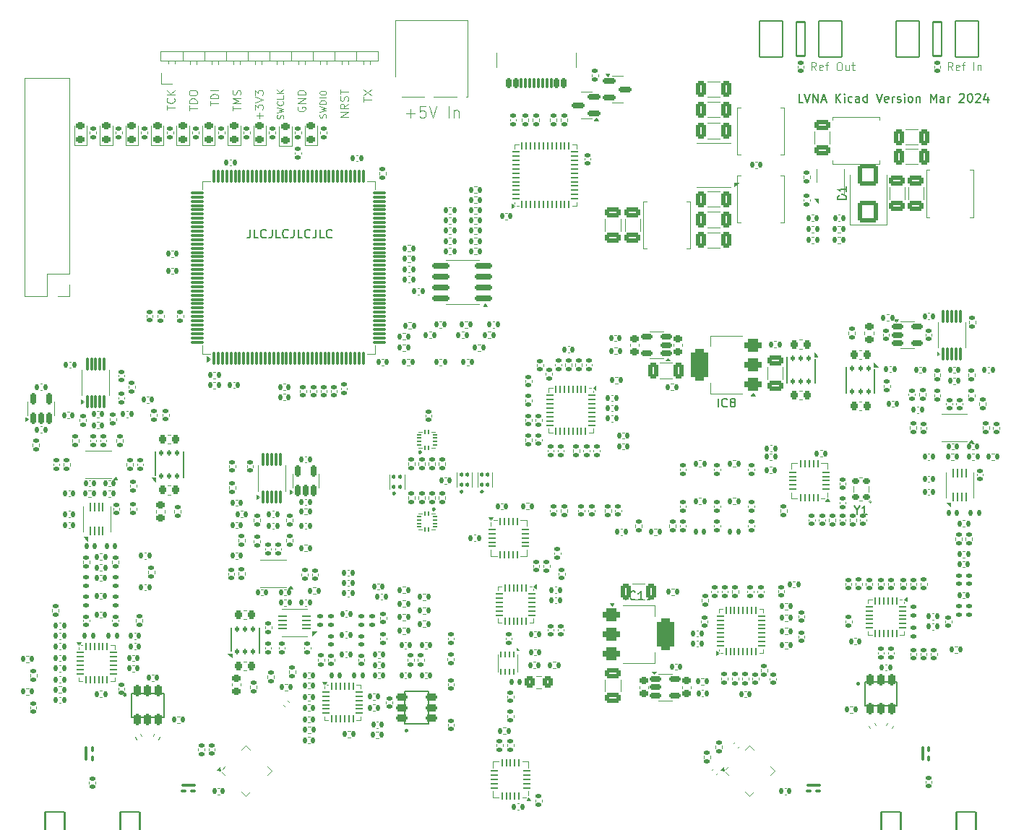
<source format=gbr>
%TF.GenerationSoftware,KiCad,Pcbnew,8.0.1*%
%TF.CreationDate,2024-03-24T21:42:04-04:00*%
%TF.ProjectId,VNA,564e412e-6b69-4636-9164-5f7063625858,rev?*%
%TF.SameCoordinates,PX535a28cPY8422900*%
%TF.FileFunction,Legend,Top*%
%TF.FilePolarity,Positive*%
%FSLAX46Y46*%
G04 Gerber Fmt 4.6, Leading zero omitted, Abs format (unit mm)*
G04 Created by KiCad (PCBNEW 8.0.1) date 2024-03-24 21:42:04*
%MOMM*%
%LPD*%
G01*
G04 APERTURE LIST*
G04 Aperture macros list*
%AMRoundRect*
0 Rectangle with rounded corners*
0 $1 Rounding radius*
0 $2 $3 $4 $5 $6 $7 $8 $9 X,Y pos of 4 corners*
0 Add a 4 corners polygon primitive as box body*
4,1,4,$2,$3,$4,$5,$6,$7,$8,$9,$2,$3,0*
0 Add four circle primitives for the rounded corners*
1,1,$1+$1,$2,$3*
1,1,$1+$1,$4,$5*
1,1,$1+$1,$6,$7*
1,1,$1+$1,$8,$9*
0 Add four rect primitives between the rounded corners*
20,1,$1+$1,$2,$3,$4,$5,0*
20,1,$1+$1,$4,$5,$6,$7,0*
20,1,$1+$1,$6,$7,$8,$9,0*
20,1,$1+$1,$8,$9,$2,$3,0*%
%AMRotRect*
0 Rectangle, with rotation*
0 The origin of the aperture is its center*
0 $1 length*
0 $2 width*
0 $3 Rotation angle, in degrees counterclockwise*
0 Add horizontal line*
21,1,$1,$2,0,0,$3*%
G04 Aperture macros list end*
%ADD10C,0.150000*%
%ADD11C,0.081280*%
%ADD12C,0.065024*%
%ADD13C,0.113792*%
%ADD14C,0.120000*%
%ADD15C,0.127000*%
%ADD16C,0.223606*%
%ADD17C,0.250000*%
%ADD18C,0.100000*%
%ADD19RoundRect,0.140000X-0.140000X-0.170000X0.140000X-0.170000X0.140000X0.170000X-0.140000X0.170000X0*%
%ADD20RoundRect,0.140000X0.170000X-0.140000X0.170000X0.140000X-0.170000X0.140000X-0.170000X-0.140000X0*%
%ADD21RoundRect,0.140000X-0.170000X0.140000X-0.170000X-0.140000X0.170000X-0.140000X0.170000X0.140000X0*%
%ADD22RoundRect,0.112500X-0.112500X0.202500X-0.112500X-0.202500X0.112500X-0.202500X0.112500X0.202500X0*%
%ADD23R,1.050000X0.800000*%
%ADD24RoundRect,0.135000X0.135000X0.185000X-0.135000X0.185000X-0.135000X-0.185000X0.135000X-0.185000X0*%
%ADD25RoundRect,0.135000X-0.135000X-0.185000X0.135000X-0.185000X0.135000X0.185000X-0.135000X0.185000X0*%
%ADD26RoundRect,0.135000X0.185000X-0.135000X0.185000X0.135000X-0.185000X0.135000X-0.185000X-0.135000X0*%
%ADD27RoundRect,0.147500X-0.172500X0.147500X-0.172500X-0.147500X0.172500X-0.147500X0.172500X0.147500X0*%
%ADD28RoundRect,0.140000X0.140000X0.170000X-0.140000X0.170000X-0.140000X-0.170000X0.140000X-0.170000X0*%
%ADD29RoundRect,0.150000X-0.512500X-0.150000X0.512500X-0.150000X0.512500X0.150000X-0.512500X0.150000X0*%
%ADD30RoundRect,0.250000X0.325000X0.650000X-0.325000X0.650000X-0.325000X-0.650000X0.325000X-0.650000X0*%
%ADD31RoundRect,0.135000X-0.185000X0.135000X-0.185000X-0.135000X0.185000X-0.135000X0.185000X0.135000X0*%
%ADD32RoundRect,0.225000X-0.225000X-0.250000X0.225000X-0.250000X0.225000X0.250000X-0.225000X0.250000X0*%
%ADD33R,1.400000X4.200000*%
%ADD34RoundRect,0.062500X0.350000X0.062500X-0.350000X0.062500X-0.350000X-0.062500X0.350000X-0.062500X0*%
%ADD35RoundRect,0.062500X0.062500X0.350000X-0.062500X0.350000X-0.062500X-0.350000X0.062500X-0.350000X0*%
%ADD36R,2.500000X2.500000*%
%ADD37RoundRect,0.225000X0.225000X0.250000X-0.225000X0.250000X-0.225000X-0.250000X0.225000X-0.250000X0*%
%ADD38RoundRect,0.147500X0.172500X-0.147500X0.172500X0.147500X-0.172500X0.147500X-0.172500X-0.147500X0*%
%ADD39R,1.700000X1.700000*%
%ADD40O,1.700000X1.700000*%
%ADD41RoundRect,0.250000X0.325000X0.450000X-0.325000X0.450000X-0.325000X-0.450000X0.325000X-0.450000X0*%
%ADD42RoundRect,0.200000X-0.500000X-0.200000X0.500000X-0.200000X0.500000X0.200000X-0.500000X0.200000X0*%
%ADD43RoundRect,0.105975X0.105975X-0.179475X0.105975X0.179475X-0.105975X0.179475X-0.105975X-0.179475X0*%
%ADD44RoundRect,0.218750X0.256250X-0.218750X0.256250X0.218750X-0.256250X0.218750X-0.256250X-0.218750X0*%
%ADD45C,0.650000*%
%ADD46RoundRect,0.150000X0.150000X0.425000X-0.150000X0.425000X-0.150000X-0.425000X0.150000X-0.425000X0*%
%ADD47RoundRect,0.075000X0.075000X0.500000X-0.075000X0.500000X-0.075000X-0.500000X0.075000X-0.500000X0*%
%ADD48O,1.000000X2.100000*%
%ADD49O,1.000000X1.800000*%
%ADD50RoundRect,0.075000X0.075000X-0.662500X0.075000X0.662500X-0.075000X0.662500X-0.075000X-0.662500X0*%
%ADD51RoundRect,0.075000X0.662500X-0.075000X0.662500X0.075000X-0.662500X0.075000X-0.662500X-0.075000X0*%
%ADD52RoundRect,0.225000X-0.250000X0.225000X-0.250000X-0.225000X0.250000X-0.225000X0.250000X0.225000X0*%
%ADD53RoundRect,0.250000X0.650000X-0.325000X0.650000X0.325000X-0.650000X0.325000X-0.650000X-0.325000X0*%
%ADD54RoundRect,0.062500X0.412500X0.062500X-0.412500X0.062500X-0.412500X-0.062500X0.412500X-0.062500X0*%
%ADD55R,1.450000X2.400000*%
%ADD56R,1.450000X0.450000*%
%ADD57RoundRect,0.147500X0.147500X0.172500X-0.147500X0.172500X-0.147500X-0.172500X0.147500X-0.172500X0*%
%ADD58R,4.200000X1.400000*%
%ADD59RoundRect,0.147500X-0.147500X-0.172500X0.147500X-0.172500X0.147500X0.172500X-0.147500X0.172500X0*%
%ADD60R,0.250000X0.700000*%
%ADD61R,2.380000X1.660000*%
%ADD62RoundRect,0.140000X0.219203X0.021213X0.021213X0.219203X-0.219203X-0.021213X-0.021213X-0.219203X0*%
%ADD63RoundRect,0.062500X0.062500X-0.375000X0.062500X0.375000X-0.062500X0.375000X-0.062500X-0.375000X0*%
%ADD64RoundRect,0.062500X0.375000X-0.062500X0.375000X0.062500X-0.375000X0.062500X-0.375000X-0.062500X0*%
%ADD65R,3.100000X3.100000*%
%ADD66RoundRect,0.150000X0.587500X0.150000X-0.587500X0.150000X-0.587500X-0.150000X0.587500X-0.150000X0*%
%ADD67RoundRect,0.225000X0.250000X-0.225000X0.250000X0.225000X-0.250000X0.225000X-0.250000X-0.225000X0*%
%ADD68RoundRect,0.062500X-0.062500X0.350000X-0.062500X-0.350000X0.062500X-0.350000X0.062500X0.350000X0*%
%ADD69RoundRect,0.062500X-0.350000X0.062500X-0.350000X-0.062500X0.350000X-0.062500X0.350000X0.062500X0*%
%ADD70R,2.600000X2.600000*%
%ADD71RoundRect,0.062500X0.062500X-0.412500X0.062500X0.412500X-0.062500X0.412500X-0.062500X-0.412500X0*%
%ADD72R,2.400000X1.450000*%
%ADD73RoundRect,0.135000X-0.092715X0.209413X-0.227715X-0.024413X0.092715X-0.209413X0.227715X0.024413X0*%
%ADD74R,5.600000X5.600000*%
%ADD75RoundRect,0.101600X0.300000X-1.050000X0.300000X1.050000X-0.300000X1.050000X-0.300000X-1.050000X0*%
%ADD76RoundRect,0.101600X1.143000X-2.540000X1.143000X2.540000X-1.143000X2.540000X-1.143000X-2.540000X0*%
%ADD77RoundRect,0.062500X-0.062500X0.375000X-0.062500X-0.375000X0.062500X-0.375000X0.062500X0.375000X0*%
%ADD78RoundRect,0.062500X-0.375000X0.062500X-0.375000X-0.062500X0.375000X-0.062500X0.375000X0.062500X0*%
%ADD79RoundRect,0.075000X0.075000X-0.650000X0.075000X0.650000X-0.075000X0.650000X-0.075000X-0.650000X0*%
%ADD80RoundRect,0.140000X-0.021213X0.219203X-0.219203X0.021213X0.021213X-0.219203X0.219203X-0.021213X0*%
%ADD81RoundRect,0.157500X0.255000X0.157500X-0.255000X0.157500X-0.255000X-0.157500X0.255000X-0.157500X0*%
%ADD82RoundRect,0.062500X-0.350000X-0.062500X0.350000X-0.062500X0.350000X0.062500X-0.350000X0.062500X0*%
%ADD83RoundRect,0.062500X-0.062500X-0.350000X0.062500X-0.350000X0.062500X0.350000X-0.062500X0.350000X0*%
%ADD84RoundRect,0.150000X0.150000X-0.512500X0.150000X0.512500X-0.150000X0.512500X-0.150000X-0.512500X0*%
%ADD85C,1.200000*%
%ADD86O,1.308000X2.616000*%
%ADD87RoundRect,0.075000X0.225000X0.075000X-0.225000X0.075000X-0.225000X-0.075000X0.225000X-0.075000X0*%
%ADD88RoundRect,0.087500X0.762500X0.087500X-0.762500X0.087500X-0.762500X-0.087500X0.762500X-0.087500X0*%
%ADD89RoundRect,0.250000X-0.650000X0.325000X-0.650000X-0.325000X0.650000X-0.325000X0.650000X0.325000X0*%
%ADD90RoundRect,0.150000X0.512500X0.150000X-0.512500X0.150000X-0.512500X-0.150000X0.512500X-0.150000X0*%
%ADD91RoundRect,0.112500X0.112500X-0.202500X0.112500X0.202500X-0.112500X0.202500X-0.112500X-0.202500X0*%
%ADD92RoundRect,0.075000X-0.075000X0.225000X-0.075000X-0.225000X0.075000X-0.225000X0.075000X0.225000X0*%
%ADD93RoundRect,0.087500X-0.087500X0.762500X-0.087500X-0.762500X0.087500X-0.762500X0.087500X0.762500X0*%
%ADD94RoundRect,0.135000X-0.227715X0.024413X-0.092715X-0.209413X0.227715X-0.024413X0.092715X0.209413X0*%
%ADD95RoundRect,0.101600X-0.500000X2.000000X-0.500000X-2.000000X0.500000X-2.000000X0.500000X2.000000X0*%
%ADD96RoundRect,0.101600X-1.333500X2.095500X-1.333500X-2.095500X1.333500X-2.095500X1.333500X2.095500X0*%
%ADD97RoundRect,0.250000X0.900000X-1.000000X0.900000X1.000000X-0.900000X1.000000X-0.900000X-1.000000X0*%
%ADD98RoundRect,0.100000X0.000010X-0.244000X0.000010X0.244000X-0.000010X0.244000X-0.000010X-0.244000X0*%
%ADD99RoundRect,0.100000X0.244000X0.000010X-0.244000X0.000010X-0.244000X-0.000010X0.244000X-0.000010X0*%
%ADD100R,0.760000X0.760000*%
%ADD101RoundRect,0.375000X0.625000X0.375000X-0.625000X0.375000X-0.625000X-0.375000X0.625000X-0.375000X0*%
%ADD102RoundRect,0.500000X0.500000X1.400000X-0.500000X1.400000X-0.500000X-1.400000X0.500000X-1.400000X0*%
%ADD103RoundRect,0.150000X0.825000X0.150000X-0.825000X0.150000X-0.825000X-0.150000X0.825000X-0.150000X0*%
%ADD104RoundRect,0.062500X-0.062500X0.300000X-0.062500X-0.300000X0.062500X-0.300000X0.062500X0.300000X0*%
%ADD105R,1.600000X0.900000*%
%ADD106RoundRect,0.100000X-0.000010X0.244000X-0.000010X-0.244000X0.000010X-0.244000X0.000010X0.244000X0*%
%ADD107RoundRect,0.100000X-0.244000X-0.000010X0.244000X-0.000010X0.244000X0.000010X-0.244000X0.000010X0*%
%ADD108RoundRect,0.200000X-0.200000X0.500000X-0.200000X-0.500000X0.200000X-0.500000X0.200000X0.500000X0*%
%ADD109RoundRect,0.150000X-0.587500X-0.150000X0.587500X-0.150000X0.587500X0.150000X-0.587500X0.150000X0*%
%ADD110RoundRect,0.062500X-0.203293X-0.291682X0.291682X0.203293X0.203293X0.291682X-0.291682X-0.203293X0*%
%ADD111RoundRect,0.062500X0.203293X-0.291682X0.291682X-0.203293X-0.203293X0.291682X-0.291682X0.203293X0*%
%ADD112RotRect,2.500000X2.500000X45.000000*%
%ADD113R,0.700000X0.250000*%
%ADD114R,2.440000X4.340000*%
%ADD115RoundRect,0.062500X0.337500X0.062500X-0.337500X0.062500X-0.337500X-0.062500X0.337500X-0.062500X0*%
%ADD116RoundRect,0.062500X0.062500X0.337500X-0.062500X0.337500X-0.062500X-0.337500X0.062500X-0.337500X0*%
%ADD117R,2.700000X2.700000*%
%ADD118RoundRect,0.140000X0.021213X-0.219203X0.219203X-0.021213X-0.021213X0.219203X-0.219203X0.021213X0*%
%ADD119RoundRect,0.375000X-0.625000X-0.375000X0.625000X-0.375000X0.625000X0.375000X-0.625000X0.375000X0*%
%ADD120RoundRect,0.500000X-0.500000X-1.400000X0.500000X-1.400000X0.500000X1.400000X-0.500000X1.400000X0*%
G04 APERTURE END LIST*
D10*
X95262969Y86355181D02*
X94786779Y86355181D01*
X94786779Y86355181D02*
X94786779Y87355181D01*
X95453446Y87355181D02*
X95786779Y86355181D01*
X95786779Y86355181D02*
X96120112Y87355181D01*
X96453446Y86355181D02*
X96453446Y87355181D01*
X96453446Y87355181D02*
X97024874Y86355181D01*
X97024874Y86355181D02*
X97024874Y87355181D01*
X97453446Y86640896D02*
X97929636Y86640896D01*
X97358208Y86355181D02*
X97691541Y87355181D01*
X97691541Y87355181D02*
X98024874Y86355181D01*
X99120113Y86355181D02*
X99120113Y87355181D01*
X99691541Y86355181D02*
X99262970Y86926610D01*
X99691541Y87355181D02*
X99120113Y86783753D01*
X100120113Y86355181D02*
X100120113Y87021848D01*
X100120113Y87355181D02*
X100072494Y87307562D01*
X100072494Y87307562D02*
X100120113Y87259943D01*
X100120113Y87259943D02*
X100167732Y87307562D01*
X100167732Y87307562D02*
X100120113Y87355181D01*
X100120113Y87355181D02*
X100120113Y87259943D01*
X101024874Y86402800D02*
X100929636Y86355181D01*
X100929636Y86355181D02*
X100739160Y86355181D01*
X100739160Y86355181D02*
X100643922Y86402800D01*
X100643922Y86402800D02*
X100596303Y86450420D01*
X100596303Y86450420D02*
X100548684Y86545658D01*
X100548684Y86545658D02*
X100548684Y86831372D01*
X100548684Y86831372D02*
X100596303Y86926610D01*
X100596303Y86926610D02*
X100643922Y86974229D01*
X100643922Y86974229D02*
X100739160Y87021848D01*
X100739160Y87021848D02*
X100929636Y87021848D01*
X100929636Y87021848D02*
X101024874Y86974229D01*
X101882017Y86355181D02*
X101882017Y86878991D01*
X101882017Y86878991D02*
X101834398Y86974229D01*
X101834398Y86974229D02*
X101739160Y87021848D01*
X101739160Y87021848D02*
X101548684Y87021848D01*
X101548684Y87021848D02*
X101453446Y86974229D01*
X101882017Y86402800D02*
X101786779Y86355181D01*
X101786779Y86355181D02*
X101548684Y86355181D01*
X101548684Y86355181D02*
X101453446Y86402800D01*
X101453446Y86402800D02*
X101405827Y86498039D01*
X101405827Y86498039D02*
X101405827Y86593277D01*
X101405827Y86593277D02*
X101453446Y86688515D01*
X101453446Y86688515D02*
X101548684Y86736134D01*
X101548684Y86736134D02*
X101786779Y86736134D01*
X101786779Y86736134D02*
X101882017Y86783753D01*
X102786779Y86355181D02*
X102786779Y87355181D01*
X102786779Y86402800D02*
X102691541Y86355181D01*
X102691541Y86355181D02*
X102501065Y86355181D01*
X102501065Y86355181D02*
X102405827Y86402800D01*
X102405827Y86402800D02*
X102358208Y86450420D01*
X102358208Y86450420D02*
X102310589Y86545658D01*
X102310589Y86545658D02*
X102310589Y86831372D01*
X102310589Y86831372D02*
X102358208Y86926610D01*
X102358208Y86926610D02*
X102405827Y86974229D01*
X102405827Y86974229D02*
X102501065Y87021848D01*
X102501065Y87021848D02*
X102691541Y87021848D01*
X102691541Y87021848D02*
X102786779Y86974229D01*
X103882018Y87355181D02*
X104215351Y86355181D01*
X104215351Y86355181D02*
X104548684Y87355181D01*
X105262970Y86402800D02*
X105167732Y86355181D01*
X105167732Y86355181D02*
X104977256Y86355181D01*
X104977256Y86355181D02*
X104882018Y86402800D01*
X104882018Y86402800D02*
X104834399Y86498039D01*
X104834399Y86498039D02*
X104834399Y86878991D01*
X104834399Y86878991D02*
X104882018Y86974229D01*
X104882018Y86974229D02*
X104977256Y87021848D01*
X104977256Y87021848D02*
X105167732Y87021848D01*
X105167732Y87021848D02*
X105262970Y86974229D01*
X105262970Y86974229D02*
X105310589Y86878991D01*
X105310589Y86878991D02*
X105310589Y86783753D01*
X105310589Y86783753D02*
X104834399Y86688515D01*
X105739161Y86355181D02*
X105739161Y87021848D01*
X105739161Y86831372D02*
X105786780Y86926610D01*
X105786780Y86926610D02*
X105834399Y86974229D01*
X105834399Y86974229D02*
X105929637Y87021848D01*
X105929637Y87021848D02*
X106024875Y87021848D01*
X106310590Y86402800D02*
X106405828Y86355181D01*
X106405828Y86355181D02*
X106596304Y86355181D01*
X106596304Y86355181D02*
X106691542Y86402800D01*
X106691542Y86402800D02*
X106739161Y86498039D01*
X106739161Y86498039D02*
X106739161Y86545658D01*
X106739161Y86545658D02*
X106691542Y86640896D01*
X106691542Y86640896D02*
X106596304Y86688515D01*
X106596304Y86688515D02*
X106453447Y86688515D01*
X106453447Y86688515D02*
X106358209Y86736134D01*
X106358209Y86736134D02*
X106310590Y86831372D01*
X106310590Y86831372D02*
X106310590Y86878991D01*
X106310590Y86878991D02*
X106358209Y86974229D01*
X106358209Y86974229D02*
X106453447Y87021848D01*
X106453447Y87021848D02*
X106596304Y87021848D01*
X106596304Y87021848D02*
X106691542Y86974229D01*
X107167733Y86355181D02*
X107167733Y87021848D01*
X107167733Y87355181D02*
X107120114Y87307562D01*
X107120114Y87307562D02*
X107167733Y87259943D01*
X107167733Y87259943D02*
X107215352Y87307562D01*
X107215352Y87307562D02*
X107167733Y87355181D01*
X107167733Y87355181D02*
X107167733Y87259943D01*
X107786780Y86355181D02*
X107691542Y86402800D01*
X107691542Y86402800D02*
X107643923Y86450420D01*
X107643923Y86450420D02*
X107596304Y86545658D01*
X107596304Y86545658D02*
X107596304Y86831372D01*
X107596304Y86831372D02*
X107643923Y86926610D01*
X107643923Y86926610D02*
X107691542Y86974229D01*
X107691542Y86974229D02*
X107786780Y87021848D01*
X107786780Y87021848D02*
X107929637Y87021848D01*
X107929637Y87021848D02*
X108024875Y86974229D01*
X108024875Y86974229D02*
X108072494Y86926610D01*
X108072494Y86926610D02*
X108120113Y86831372D01*
X108120113Y86831372D02*
X108120113Y86545658D01*
X108120113Y86545658D02*
X108072494Y86450420D01*
X108072494Y86450420D02*
X108024875Y86402800D01*
X108024875Y86402800D02*
X107929637Y86355181D01*
X107929637Y86355181D02*
X107786780Y86355181D01*
X108548685Y87021848D02*
X108548685Y86355181D01*
X108548685Y86926610D02*
X108596304Y86974229D01*
X108596304Y86974229D02*
X108691542Y87021848D01*
X108691542Y87021848D02*
X108834399Y87021848D01*
X108834399Y87021848D02*
X108929637Y86974229D01*
X108929637Y86974229D02*
X108977256Y86878991D01*
X108977256Y86878991D02*
X108977256Y86355181D01*
X110215352Y86355181D02*
X110215352Y87355181D01*
X110215352Y87355181D02*
X110548685Y86640896D01*
X110548685Y86640896D02*
X110882018Y87355181D01*
X110882018Y87355181D02*
X110882018Y86355181D01*
X111786780Y86355181D02*
X111786780Y86878991D01*
X111786780Y86878991D02*
X111739161Y86974229D01*
X111739161Y86974229D02*
X111643923Y87021848D01*
X111643923Y87021848D02*
X111453447Y87021848D01*
X111453447Y87021848D02*
X111358209Y86974229D01*
X111786780Y86402800D02*
X111691542Y86355181D01*
X111691542Y86355181D02*
X111453447Y86355181D01*
X111453447Y86355181D02*
X111358209Y86402800D01*
X111358209Y86402800D02*
X111310590Y86498039D01*
X111310590Y86498039D02*
X111310590Y86593277D01*
X111310590Y86593277D02*
X111358209Y86688515D01*
X111358209Y86688515D02*
X111453447Y86736134D01*
X111453447Y86736134D02*
X111691542Y86736134D01*
X111691542Y86736134D02*
X111786780Y86783753D01*
X112262971Y86355181D02*
X112262971Y87021848D01*
X112262971Y86831372D02*
X112310590Y86926610D01*
X112310590Y86926610D02*
X112358209Y86974229D01*
X112358209Y86974229D02*
X112453447Y87021848D01*
X112453447Y87021848D02*
X112548685Y87021848D01*
X113596305Y87259943D02*
X113643924Y87307562D01*
X113643924Y87307562D02*
X113739162Y87355181D01*
X113739162Y87355181D02*
X113977257Y87355181D01*
X113977257Y87355181D02*
X114072495Y87307562D01*
X114072495Y87307562D02*
X114120114Y87259943D01*
X114120114Y87259943D02*
X114167733Y87164705D01*
X114167733Y87164705D02*
X114167733Y87069467D01*
X114167733Y87069467D02*
X114120114Y86926610D01*
X114120114Y86926610D02*
X113548686Y86355181D01*
X113548686Y86355181D02*
X114167733Y86355181D01*
X114786781Y87355181D02*
X114882019Y87355181D01*
X114882019Y87355181D02*
X114977257Y87307562D01*
X114977257Y87307562D02*
X115024876Y87259943D01*
X115024876Y87259943D02*
X115072495Y87164705D01*
X115072495Y87164705D02*
X115120114Y86974229D01*
X115120114Y86974229D02*
X115120114Y86736134D01*
X115120114Y86736134D02*
X115072495Y86545658D01*
X115072495Y86545658D02*
X115024876Y86450420D01*
X115024876Y86450420D02*
X114977257Y86402800D01*
X114977257Y86402800D02*
X114882019Y86355181D01*
X114882019Y86355181D02*
X114786781Y86355181D01*
X114786781Y86355181D02*
X114691543Y86402800D01*
X114691543Y86402800D02*
X114643924Y86450420D01*
X114643924Y86450420D02*
X114596305Y86545658D01*
X114596305Y86545658D02*
X114548686Y86736134D01*
X114548686Y86736134D02*
X114548686Y86974229D01*
X114548686Y86974229D02*
X114596305Y87164705D01*
X114596305Y87164705D02*
X114643924Y87259943D01*
X114643924Y87259943D02*
X114691543Y87307562D01*
X114691543Y87307562D02*
X114786781Y87355181D01*
X115501067Y87259943D02*
X115548686Y87307562D01*
X115548686Y87307562D02*
X115643924Y87355181D01*
X115643924Y87355181D02*
X115882019Y87355181D01*
X115882019Y87355181D02*
X115977257Y87307562D01*
X115977257Y87307562D02*
X116024876Y87259943D01*
X116024876Y87259943D02*
X116072495Y87164705D01*
X116072495Y87164705D02*
X116072495Y87069467D01*
X116072495Y87069467D02*
X116024876Y86926610D01*
X116024876Y86926610D02*
X115453448Y86355181D01*
X115453448Y86355181D02*
X116072495Y86355181D01*
X116929638Y87021848D02*
X116929638Y86355181D01*
X116691543Y87402800D02*
X116453448Y86688515D01*
X116453448Y86688515D02*
X117072495Y86688515D01*
X30497493Y71455181D02*
X30497493Y70740896D01*
X30497493Y70740896D02*
X30449874Y70598039D01*
X30449874Y70598039D02*
X30354636Y70502800D01*
X30354636Y70502800D02*
X30211779Y70455181D01*
X30211779Y70455181D02*
X30116541Y70455181D01*
X31449874Y70455181D02*
X30973684Y70455181D01*
X30973684Y70455181D02*
X30973684Y71455181D01*
X32354636Y70550420D02*
X32307017Y70502800D01*
X32307017Y70502800D02*
X32164160Y70455181D01*
X32164160Y70455181D02*
X32068922Y70455181D01*
X32068922Y70455181D02*
X31926065Y70502800D01*
X31926065Y70502800D02*
X31830827Y70598039D01*
X31830827Y70598039D02*
X31783208Y70693277D01*
X31783208Y70693277D02*
X31735589Y70883753D01*
X31735589Y70883753D02*
X31735589Y71026610D01*
X31735589Y71026610D02*
X31783208Y71217086D01*
X31783208Y71217086D02*
X31830827Y71312324D01*
X31830827Y71312324D02*
X31926065Y71407562D01*
X31926065Y71407562D02*
X32068922Y71455181D01*
X32068922Y71455181D02*
X32164160Y71455181D01*
X32164160Y71455181D02*
X32307017Y71407562D01*
X32307017Y71407562D02*
X32354636Y71359943D01*
X33068922Y71455181D02*
X33068922Y70740896D01*
X33068922Y70740896D02*
X33021303Y70598039D01*
X33021303Y70598039D02*
X32926065Y70502800D01*
X32926065Y70502800D02*
X32783208Y70455181D01*
X32783208Y70455181D02*
X32687970Y70455181D01*
X34021303Y70455181D02*
X33545113Y70455181D01*
X33545113Y70455181D02*
X33545113Y71455181D01*
X34926065Y70550420D02*
X34878446Y70502800D01*
X34878446Y70502800D02*
X34735589Y70455181D01*
X34735589Y70455181D02*
X34640351Y70455181D01*
X34640351Y70455181D02*
X34497494Y70502800D01*
X34497494Y70502800D02*
X34402256Y70598039D01*
X34402256Y70598039D02*
X34354637Y70693277D01*
X34354637Y70693277D02*
X34307018Y70883753D01*
X34307018Y70883753D02*
X34307018Y71026610D01*
X34307018Y71026610D02*
X34354637Y71217086D01*
X34354637Y71217086D02*
X34402256Y71312324D01*
X34402256Y71312324D02*
X34497494Y71407562D01*
X34497494Y71407562D02*
X34640351Y71455181D01*
X34640351Y71455181D02*
X34735589Y71455181D01*
X34735589Y71455181D02*
X34878446Y71407562D01*
X34878446Y71407562D02*
X34926065Y71359943D01*
X35640351Y71455181D02*
X35640351Y70740896D01*
X35640351Y70740896D02*
X35592732Y70598039D01*
X35592732Y70598039D02*
X35497494Y70502800D01*
X35497494Y70502800D02*
X35354637Y70455181D01*
X35354637Y70455181D02*
X35259399Y70455181D01*
X36592732Y70455181D02*
X36116542Y70455181D01*
X36116542Y70455181D02*
X36116542Y71455181D01*
X37497494Y70550420D02*
X37449875Y70502800D01*
X37449875Y70502800D02*
X37307018Y70455181D01*
X37307018Y70455181D02*
X37211780Y70455181D01*
X37211780Y70455181D02*
X37068923Y70502800D01*
X37068923Y70502800D02*
X36973685Y70598039D01*
X36973685Y70598039D02*
X36926066Y70693277D01*
X36926066Y70693277D02*
X36878447Y70883753D01*
X36878447Y70883753D02*
X36878447Y71026610D01*
X36878447Y71026610D02*
X36926066Y71217086D01*
X36926066Y71217086D02*
X36973685Y71312324D01*
X36973685Y71312324D02*
X37068923Y71407562D01*
X37068923Y71407562D02*
X37211780Y71455181D01*
X37211780Y71455181D02*
X37307018Y71455181D01*
X37307018Y71455181D02*
X37449875Y71407562D01*
X37449875Y71407562D02*
X37497494Y71359943D01*
X38211780Y71455181D02*
X38211780Y70740896D01*
X38211780Y70740896D02*
X38164161Y70598039D01*
X38164161Y70598039D02*
X38068923Y70502800D01*
X38068923Y70502800D02*
X37926066Y70455181D01*
X37926066Y70455181D02*
X37830828Y70455181D01*
X39164161Y70455181D02*
X38687971Y70455181D01*
X38687971Y70455181D02*
X38687971Y71455181D01*
X40068923Y70550420D02*
X40021304Y70502800D01*
X40021304Y70502800D02*
X39878447Y70455181D01*
X39878447Y70455181D02*
X39783209Y70455181D01*
X39783209Y70455181D02*
X39640352Y70502800D01*
X39640352Y70502800D02*
X39545114Y70598039D01*
X39545114Y70598039D02*
X39497495Y70693277D01*
X39497495Y70693277D02*
X39449876Y70883753D01*
X39449876Y70883753D02*
X39449876Y71026610D01*
X39449876Y71026610D02*
X39497495Y71217086D01*
X39497495Y71217086D02*
X39545114Y71312324D01*
X39545114Y71312324D02*
X39640352Y71407562D01*
X39640352Y71407562D02*
X39783209Y71455181D01*
X39783209Y71455181D02*
X39878447Y71455181D01*
X39878447Y71455181D02*
X40021304Y71407562D01*
X40021304Y71407562D02*
X40068923Y71359943D01*
D11*
X23340283Y85409430D02*
X23340283Y85943556D01*
X24275003Y85676493D02*
X23340283Y85676493D01*
X24275003Y86255130D02*
X23340283Y86255130D01*
X23340283Y86255130D02*
X23340283Y86477682D01*
X23340283Y86477682D02*
X23384793Y86611214D01*
X23384793Y86611214D02*
X23473814Y86700235D01*
X23473814Y86700235D02*
X23562835Y86744745D01*
X23562835Y86744745D02*
X23740877Y86789256D01*
X23740877Y86789256D02*
X23874409Y86789256D01*
X23874409Y86789256D02*
X24052451Y86744745D01*
X24052451Y86744745D02*
X24141472Y86700235D01*
X24141472Y86700235D02*
X24230493Y86611214D01*
X24230493Y86611214D02*
X24275003Y86477682D01*
X24275003Y86477682D02*
X24275003Y86255130D01*
X23340283Y87367892D02*
X23340283Y87545934D01*
X23340283Y87545934D02*
X23384793Y87634955D01*
X23384793Y87634955D02*
X23473814Y87723976D01*
X23473814Y87723976D02*
X23651856Y87768486D01*
X23651856Y87768486D02*
X23963430Y87768486D01*
X23963430Y87768486D02*
X24141472Y87723976D01*
X24141472Y87723976D02*
X24230493Y87634955D01*
X24230493Y87634955D02*
X24275003Y87545934D01*
X24275003Y87545934D02*
X24275003Y87367892D01*
X24275003Y87367892D02*
X24230493Y87278871D01*
X24230493Y87278871D02*
X24141472Y87189850D01*
X24141472Y87189850D02*
X23963430Y87145339D01*
X23963430Y87145339D02*
X23651856Y87145339D01*
X23651856Y87145339D02*
X23473814Y87189850D01*
X23473814Y87189850D02*
X23384793Y87278871D01*
X23384793Y87278871D02*
X23340283Y87367892D01*
X20740283Y85453940D02*
X20740283Y85988066D01*
X21675003Y85721003D02*
X20740283Y85721003D01*
X21585982Y86833766D02*
X21630493Y86789255D01*
X21630493Y86789255D02*
X21675003Y86655724D01*
X21675003Y86655724D02*
X21675003Y86566703D01*
X21675003Y86566703D02*
X21630493Y86433171D01*
X21630493Y86433171D02*
X21541472Y86344150D01*
X21541472Y86344150D02*
X21452451Y86299640D01*
X21452451Y86299640D02*
X21274409Y86255129D01*
X21274409Y86255129D02*
X21140877Y86255129D01*
X21140877Y86255129D02*
X20962835Y86299640D01*
X20962835Y86299640D02*
X20873814Y86344150D01*
X20873814Y86344150D02*
X20784793Y86433171D01*
X20784793Y86433171D02*
X20740283Y86566703D01*
X20740283Y86566703D02*
X20740283Y86655724D01*
X20740283Y86655724D02*
X20784793Y86789255D01*
X20784793Y86789255D02*
X20829304Y86833766D01*
X21675003Y87234360D02*
X20740283Y87234360D01*
X21675003Y87768486D02*
X21140877Y87367891D01*
X20740283Y87768486D02*
X21274409Y87234360D01*
X96810151Y90118619D02*
X96498577Y90563724D01*
X96276025Y90118619D02*
X96276025Y91053339D01*
X96276025Y91053339D02*
X96632109Y91053339D01*
X96632109Y91053339D02*
X96721130Y91008829D01*
X96721130Y91008829D02*
X96765640Y90964318D01*
X96765640Y90964318D02*
X96810151Y90875297D01*
X96810151Y90875297D02*
X96810151Y90741766D01*
X96810151Y90741766D02*
X96765640Y90652745D01*
X96765640Y90652745D02*
X96721130Y90608234D01*
X96721130Y90608234D02*
X96632109Y90563724D01*
X96632109Y90563724D02*
X96276025Y90563724D01*
X97566829Y90163129D02*
X97477808Y90118619D01*
X97477808Y90118619D02*
X97299766Y90118619D01*
X97299766Y90118619D02*
X97210745Y90163129D01*
X97210745Y90163129D02*
X97166234Y90252150D01*
X97166234Y90252150D02*
X97166234Y90608234D01*
X97166234Y90608234D02*
X97210745Y90697255D01*
X97210745Y90697255D02*
X97299766Y90741766D01*
X97299766Y90741766D02*
X97477808Y90741766D01*
X97477808Y90741766D02*
X97566829Y90697255D01*
X97566829Y90697255D02*
X97611339Y90608234D01*
X97611339Y90608234D02*
X97611339Y90519213D01*
X97611339Y90519213D02*
X97166234Y90430192D01*
X97878402Y90741766D02*
X98234486Y90741766D01*
X98011934Y90118619D02*
X98011934Y90919808D01*
X98011934Y90919808D02*
X98056444Y91008829D01*
X98056444Y91008829D02*
X98145465Y91053339D01*
X98145465Y91053339D02*
X98234486Y91053339D01*
X99436270Y91053339D02*
X99614312Y91053339D01*
X99614312Y91053339D02*
X99703333Y91008829D01*
X99703333Y91008829D02*
X99792354Y90919808D01*
X99792354Y90919808D02*
X99836864Y90741766D01*
X99836864Y90741766D02*
X99836864Y90430192D01*
X99836864Y90430192D02*
X99792354Y90252150D01*
X99792354Y90252150D02*
X99703333Y90163129D01*
X99703333Y90163129D02*
X99614312Y90118619D01*
X99614312Y90118619D02*
X99436270Y90118619D01*
X99436270Y90118619D02*
X99347249Y90163129D01*
X99347249Y90163129D02*
X99258228Y90252150D01*
X99258228Y90252150D02*
X99213717Y90430192D01*
X99213717Y90430192D02*
X99213717Y90741766D01*
X99213717Y90741766D02*
X99258228Y90919808D01*
X99258228Y90919808D02*
X99347249Y91008829D01*
X99347249Y91008829D02*
X99436270Y91053339D01*
X100638052Y90741766D02*
X100638052Y90118619D01*
X100237458Y90741766D02*
X100237458Y90252150D01*
X100237458Y90252150D02*
X100281968Y90163129D01*
X100281968Y90163129D02*
X100370989Y90118619D01*
X100370989Y90118619D02*
X100504521Y90118619D01*
X100504521Y90118619D02*
X100593542Y90163129D01*
X100593542Y90163129D02*
X100638052Y90207640D01*
X100949625Y90741766D02*
X101305709Y90741766D01*
X101083157Y91053339D02*
X101083157Y90252150D01*
X101083157Y90252150D02*
X101127667Y90163129D01*
X101127667Y90163129D02*
X101216688Y90118619D01*
X101216688Y90118619D02*
X101305709Y90118619D01*
X43740283Y86433170D02*
X43740283Y86967296D01*
X44675003Y86700233D02*
X43740283Y86700233D01*
X43740283Y87189849D02*
X44675003Y87812996D01*
X43740283Y87812996D02*
X44675003Y87189849D01*
D12*
X34344394Y84431993D02*
X34380002Y84538818D01*
X34380002Y84538818D02*
X34380002Y84716860D01*
X34380002Y84716860D02*
X34344394Y84788077D01*
X34344394Y84788077D02*
X34308785Y84823685D01*
X34308785Y84823685D02*
X34237568Y84859294D01*
X34237568Y84859294D02*
X34166352Y84859294D01*
X34166352Y84859294D02*
X34095135Y84823685D01*
X34095135Y84823685D02*
X34059526Y84788077D01*
X34059526Y84788077D02*
X34023918Y84716860D01*
X34023918Y84716860D02*
X33988310Y84574427D01*
X33988310Y84574427D02*
X33952701Y84503210D01*
X33952701Y84503210D02*
X33917093Y84467601D01*
X33917093Y84467601D02*
X33845876Y84431993D01*
X33845876Y84431993D02*
X33774659Y84431993D01*
X33774659Y84431993D02*
X33703443Y84467601D01*
X33703443Y84467601D02*
X33667834Y84503210D01*
X33667834Y84503210D02*
X33632226Y84574427D01*
X33632226Y84574427D02*
X33632226Y84752468D01*
X33632226Y84752468D02*
X33667834Y84859294D01*
X33632226Y85108553D02*
X34380002Y85286595D01*
X34380002Y85286595D02*
X33845876Y85429028D01*
X33845876Y85429028D02*
X34380002Y85571462D01*
X34380002Y85571462D02*
X33632226Y85749503D01*
X34308785Y86461671D02*
X34344394Y86426063D01*
X34344394Y86426063D02*
X34380002Y86319237D01*
X34380002Y86319237D02*
X34380002Y86248021D01*
X34380002Y86248021D02*
X34344394Y86141196D01*
X34344394Y86141196D02*
X34273177Y86069979D01*
X34273177Y86069979D02*
X34201960Y86034370D01*
X34201960Y86034370D02*
X34059526Y85998762D01*
X34059526Y85998762D02*
X33952701Y85998762D01*
X33952701Y85998762D02*
X33810268Y86034370D01*
X33810268Y86034370D02*
X33739051Y86069979D01*
X33739051Y86069979D02*
X33667834Y86141196D01*
X33667834Y86141196D02*
X33632226Y86248021D01*
X33632226Y86248021D02*
X33632226Y86319237D01*
X33632226Y86319237D02*
X33667834Y86426063D01*
X33667834Y86426063D02*
X33703443Y86461671D01*
X34380002Y87138230D02*
X34380002Y86782146D01*
X34380002Y86782146D02*
X33632226Y86782146D01*
X34380002Y87387488D02*
X33632226Y87387488D01*
X34380002Y87814789D02*
X33952701Y87494314D01*
X33632226Y87814789D02*
X34059526Y87387488D01*
D11*
X31618919Y84430199D02*
X31618919Y85142366D01*
X31975003Y84786283D02*
X31262835Y84786283D01*
X31040283Y85498450D02*
X31040283Y86077086D01*
X31040283Y86077086D02*
X31396367Y85765513D01*
X31396367Y85765513D02*
X31396367Y85899044D01*
X31396367Y85899044D02*
X31440877Y85988065D01*
X31440877Y85988065D02*
X31485388Y86032576D01*
X31485388Y86032576D02*
X31574409Y86077086D01*
X31574409Y86077086D02*
X31796961Y86077086D01*
X31796961Y86077086D02*
X31885982Y86032576D01*
X31885982Y86032576D02*
X31930493Y85988065D01*
X31930493Y85988065D02*
X31975003Y85899044D01*
X31975003Y85899044D02*
X31975003Y85631981D01*
X31975003Y85631981D02*
X31930493Y85542960D01*
X31930493Y85542960D02*
X31885982Y85498450D01*
X31040283Y86344149D02*
X31975003Y86655723D01*
X31975003Y86655723D02*
X31040283Y86967296D01*
X31040283Y87189849D02*
X31040283Y87768485D01*
X31040283Y87768485D02*
X31396367Y87456912D01*
X31396367Y87456912D02*
X31396367Y87590443D01*
X31396367Y87590443D02*
X31440877Y87679464D01*
X31440877Y87679464D02*
X31485388Y87723975D01*
X31485388Y87723975D02*
X31574409Y87768485D01*
X31574409Y87768485D02*
X31796961Y87768485D01*
X31796961Y87768485D02*
X31885982Y87723975D01*
X31885982Y87723975D02*
X31930493Y87679464D01*
X31930493Y87679464D02*
X31975003Y87590443D01*
X31975003Y87590443D02*
X31975003Y87323380D01*
X31975003Y87323380D02*
X31930493Y87234359D01*
X31930493Y87234359D02*
X31885982Y87189849D01*
X36084793Y85810025D02*
X36040283Y85721004D01*
X36040283Y85721004D02*
X36040283Y85587473D01*
X36040283Y85587473D02*
X36084793Y85453941D01*
X36084793Y85453941D02*
X36173814Y85364920D01*
X36173814Y85364920D02*
X36262835Y85320410D01*
X36262835Y85320410D02*
X36440877Y85275899D01*
X36440877Y85275899D02*
X36574409Y85275899D01*
X36574409Y85275899D02*
X36752451Y85320410D01*
X36752451Y85320410D02*
X36841472Y85364920D01*
X36841472Y85364920D02*
X36930493Y85453941D01*
X36930493Y85453941D02*
X36975003Y85587473D01*
X36975003Y85587473D02*
X36975003Y85676494D01*
X36975003Y85676494D02*
X36930493Y85810025D01*
X36930493Y85810025D02*
X36885982Y85854536D01*
X36885982Y85854536D02*
X36574409Y85854536D01*
X36574409Y85854536D02*
X36574409Y85676494D01*
X36975003Y86255130D02*
X36040283Y86255130D01*
X36040283Y86255130D02*
X36975003Y86789256D01*
X36975003Y86789256D02*
X36040283Y86789256D01*
X36975003Y87234360D02*
X36040283Y87234360D01*
X36040283Y87234360D02*
X36040283Y87456912D01*
X36040283Y87456912D02*
X36084793Y87590444D01*
X36084793Y87590444D02*
X36173814Y87679465D01*
X36173814Y87679465D02*
X36262835Y87723975D01*
X36262835Y87723975D02*
X36440877Y87768486D01*
X36440877Y87768486D02*
X36574409Y87768486D01*
X36574409Y87768486D02*
X36752451Y87723975D01*
X36752451Y87723975D02*
X36841472Y87679465D01*
X36841472Y87679465D02*
X36930493Y87590444D01*
X36930493Y87590444D02*
X36975003Y87456912D01*
X36975003Y87456912D02*
X36975003Y87234360D01*
X25840283Y85943555D02*
X25840283Y86477681D01*
X26775003Y86210618D02*
X25840283Y86210618D01*
X26775003Y86789255D02*
X25840283Y86789255D01*
X25840283Y86789255D02*
X25840283Y87011807D01*
X25840283Y87011807D02*
X25884793Y87145339D01*
X25884793Y87145339D02*
X25973814Y87234360D01*
X25973814Y87234360D02*
X26062835Y87278870D01*
X26062835Y87278870D02*
X26240877Y87323381D01*
X26240877Y87323381D02*
X26374409Y87323381D01*
X26374409Y87323381D02*
X26552451Y87278870D01*
X26552451Y87278870D02*
X26641472Y87234360D01*
X26641472Y87234360D02*
X26730493Y87145339D01*
X26730493Y87145339D02*
X26775003Y87011807D01*
X26775003Y87011807D02*
X26775003Y86789255D01*
X26775003Y87723975D02*
X25840283Y87723975D01*
X112810151Y90118619D02*
X112498577Y90563724D01*
X112276025Y90118619D02*
X112276025Y91053339D01*
X112276025Y91053339D02*
X112632109Y91053339D01*
X112632109Y91053339D02*
X112721130Y91008829D01*
X112721130Y91008829D02*
X112765640Y90964318D01*
X112765640Y90964318D02*
X112810151Y90875297D01*
X112810151Y90875297D02*
X112810151Y90741766D01*
X112810151Y90741766D02*
X112765640Y90652745D01*
X112765640Y90652745D02*
X112721130Y90608234D01*
X112721130Y90608234D02*
X112632109Y90563724D01*
X112632109Y90563724D02*
X112276025Y90563724D01*
X113566829Y90163129D02*
X113477808Y90118619D01*
X113477808Y90118619D02*
X113299766Y90118619D01*
X113299766Y90118619D02*
X113210745Y90163129D01*
X113210745Y90163129D02*
X113166234Y90252150D01*
X113166234Y90252150D02*
X113166234Y90608234D01*
X113166234Y90608234D02*
X113210745Y90697255D01*
X113210745Y90697255D02*
X113299766Y90741766D01*
X113299766Y90741766D02*
X113477808Y90741766D01*
X113477808Y90741766D02*
X113566829Y90697255D01*
X113566829Y90697255D02*
X113611339Y90608234D01*
X113611339Y90608234D02*
X113611339Y90519213D01*
X113611339Y90519213D02*
X113166234Y90430192D01*
X113878402Y90741766D02*
X114234486Y90741766D01*
X114011934Y90118619D02*
X114011934Y90919808D01*
X114011934Y90919808D02*
X114056444Y91008829D01*
X114056444Y91008829D02*
X114145465Y91053339D01*
X114145465Y91053339D02*
X114234486Y91053339D01*
X115258228Y90118619D02*
X115258228Y91053339D01*
X115703333Y90741766D02*
X115703333Y90118619D01*
X115703333Y90652745D02*
X115747843Y90697255D01*
X115747843Y90697255D02*
X115836864Y90741766D01*
X115836864Y90741766D02*
X115970396Y90741766D01*
X115970396Y90741766D02*
X116059417Y90697255D01*
X116059417Y90697255D02*
X116103927Y90608234D01*
X116103927Y90608234D02*
X116103927Y90118619D01*
D13*
X48786436Y85064584D02*
X49783471Y85064584D01*
X49284953Y84566067D02*
X49284953Y85563101D01*
X51029764Y85874675D02*
X50406617Y85874675D01*
X50406617Y85874675D02*
X50344302Y85251528D01*
X50344302Y85251528D02*
X50406617Y85313843D01*
X50406617Y85313843D02*
X50531246Y85376157D01*
X50531246Y85376157D02*
X50842820Y85376157D01*
X50842820Y85376157D02*
X50967449Y85313843D01*
X50967449Y85313843D02*
X51029764Y85251528D01*
X51029764Y85251528D02*
X51092078Y85126899D01*
X51092078Y85126899D02*
X51092078Y84815325D01*
X51092078Y84815325D02*
X51029764Y84690696D01*
X51029764Y84690696D02*
X50967449Y84628381D01*
X50967449Y84628381D02*
X50842820Y84566067D01*
X50842820Y84566067D02*
X50531246Y84566067D01*
X50531246Y84566067D02*
X50406617Y84628381D01*
X50406617Y84628381D02*
X50344302Y84690696D01*
X51465966Y85874675D02*
X51902169Y84566067D01*
X51902169Y84566067D02*
X52338371Y85874675D01*
X53771609Y84566067D02*
X53771609Y85874675D01*
X54394756Y85438472D02*
X54394756Y84566067D01*
X54394756Y85313843D02*
X54457071Y85376157D01*
X54457071Y85376157D02*
X54581700Y85438472D01*
X54581700Y85438472D02*
X54768644Y85438472D01*
X54768644Y85438472D02*
X54893273Y85376157D01*
X54893273Y85376157D02*
X54955588Y85251528D01*
X54955588Y85251528D02*
X54955588Y84566067D01*
D11*
X41975003Y84652752D02*
X41040283Y84652752D01*
X41040283Y84652752D02*
X41975003Y85186878D01*
X41975003Y85186878D02*
X41040283Y85186878D01*
X41975003Y86166108D02*
X41529898Y85854534D01*
X41975003Y85631982D02*
X41040283Y85631982D01*
X41040283Y85631982D02*
X41040283Y85988066D01*
X41040283Y85988066D02*
X41084793Y86077087D01*
X41084793Y86077087D02*
X41129304Y86121597D01*
X41129304Y86121597D02*
X41218325Y86166108D01*
X41218325Y86166108D02*
X41351856Y86166108D01*
X41351856Y86166108D02*
X41440877Y86121597D01*
X41440877Y86121597D02*
X41485388Y86077087D01*
X41485388Y86077087D02*
X41529898Y85988066D01*
X41529898Y85988066D02*
X41529898Y85631982D01*
X41930493Y86522191D02*
X41975003Y86655723D01*
X41975003Y86655723D02*
X41975003Y86878275D01*
X41975003Y86878275D02*
X41930493Y86967296D01*
X41930493Y86967296D02*
X41885982Y87011807D01*
X41885982Y87011807D02*
X41796961Y87056317D01*
X41796961Y87056317D02*
X41707940Y87056317D01*
X41707940Y87056317D02*
X41618919Y87011807D01*
X41618919Y87011807D02*
X41574409Y86967296D01*
X41574409Y86967296D02*
X41529898Y86878275D01*
X41529898Y86878275D02*
X41485388Y86700233D01*
X41485388Y86700233D02*
X41440877Y86611212D01*
X41440877Y86611212D02*
X41396367Y86566702D01*
X41396367Y86566702D02*
X41307346Y86522191D01*
X41307346Y86522191D02*
X41218325Y86522191D01*
X41218325Y86522191D02*
X41129304Y86566702D01*
X41129304Y86566702D02*
X41084793Y86611212D01*
X41084793Y86611212D02*
X41040283Y86700233D01*
X41040283Y86700233D02*
X41040283Y86922786D01*
X41040283Y86922786D02*
X41084793Y87056317D01*
X41040283Y87323380D02*
X41040283Y87857506D01*
X41975003Y87590443D02*
X41040283Y87590443D01*
D12*
X39344394Y84545643D02*
X39380002Y84652468D01*
X39380002Y84652468D02*
X39380002Y84830510D01*
X39380002Y84830510D02*
X39344394Y84901727D01*
X39344394Y84901727D02*
X39308785Y84937335D01*
X39308785Y84937335D02*
X39237568Y84972944D01*
X39237568Y84972944D02*
X39166352Y84972944D01*
X39166352Y84972944D02*
X39095135Y84937335D01*
X39095135Y84937335D02*
X39059526Y84901727D01*
X39059526Y84901727D02*
X39023918Y84830510D01*
X39023918Y84830510D02*
X38988310Y84688077D01*
X38988310Y84688077D02*
X38952701Y84616860D01*
X38952701Y84616860D02*
X38917093Y84581251D01*
X38917093Y84581251D02*
X38845876Y84545643D01*
X38845876Y84545643D02*
X38774659Y84545643D01*
X38774659Y84545643D02*
X38703443Y84581251D01*
X38703443Y84581251D02*
X38667834Y84616860D01*
X38667834Y84616860D02*
X38632226Y84688077D01*
X38632226Y84688077D02*
X38632226Y84866118D01*
X38632226Y84866118D02*
X38667834Y84972944D01*
X38632226Y85222203D02*
X39380002Y85400245D01*
X39380002Y85400245D02*
X38845876Y85542678D01*
X38845876Y85542678D02*
X39380002Y85685112D01*
X39380002Y85685112D02*
X38632226Y85863153D01*
X39380002Y86148020D02*
X38632226Y86148020D01*
X38632226Y86148020D02*
X38632226Y86326062D01*
X38632226Y86326062D02*
X38667834Y86432887D01*
X38667834Y86432887D02*
X38739051Y86504104D01*
X38739051Y86504104D02*
X38810268Y86539713D01*
X38810268Y86539713D02*
X38952701Y86575321D01*
X38952701Y86575321D02*
X39059526Y86575321D01*
X39059526Y86575321D02*
X39201960Y86539713D01*
X39201960Y86539713D02*
X39273177Y86504104D01*
X39273177Y86504104D02*
X39344394Y86432887D01*
X39344394Y86432887D02*
X39380002Y86326062D01*
X39380002Y86326062D02*
X39380002Y86148020D01*
X39380002Y86895796D02*
X38632226Y86895796D01*
X38632226Y87394314D02*
X38632226Y87536747D01*
X38632226Y87536747D02*
X38667834Y87607964D01*
X38667834Y87607964D02*
X38739051Y87679181D01*
X38739051Y87679181D02*
X38881485Y87714789D01*
X38881485Y87714789D02*
X39130743Y87714789D01*
X39130743Y87714789D02*
X39273177Y87679181D01*
X39273177Y87679181D02*
X39344394Y87607964D01*
X39344394Y87607964D02*
X39380002Y87536747D01*
X39380002Y87536747D02*
X39380002Y87394314D01*
X39380002Y87394314D02*
X39344394Y87323097D01*
X39344394Y87323097D02*
X39273177Y87251880D01*
X39273177Y87251880D02*
X39130743Y87216272D01*
X39130743Y87216272D02*
X38881485Y87216272D01*
X38881485Y87216272D02*
X38739051Y87251880D01*
X38739051Y87251880D02*
X38667834Y87323097D01*
X38667834Y87323097D02*
X38632226Y87394314D01*
D11*
X28440283Y85364919D02*
X28440283Y85899045D01*
X29375003Y85631982D02*
X28440283Y85631982D01*
X29375003Y86210619D02*
X28440283Y86210619D01*
X28440283Y86210619D02*
X29107940Y86522192D01*
X29107940Y86522192D02*
X28440283Y86833766D01*
X28440283Y86833766D02*
X29375003Y86833766D01*
X29330493Y87234359D02*
X29375003Y87367891D01*
X29375003Y87367891D02*
X29375003Y87590443D01*
X29375003Y87590443D02*
X29330493Y87679464D01*
X29330493Y87679464D02*
X29285982Y87723975D01*
X29285982Y87723975D02*
X29196961Y87768485D01*
X29196961Y87768485D02*
X29107940Y87768485D01*
X29107940Y87768485D02*
X29018919Y87723975D01*
X29018919Y87723975D02*
X28974409Y87679464D01*
X28974409Y87679464D02*
X28929898Y87590443D01*
X28929898Y87590443D02*
X28885388Y87412401D01*
X28885388Y87412401D02*
X28840877Y87323380D01*
X28840877Y87323380D02*
X28796367Y87278870D01*
X28796367Y87278870D02*
X28707346Y87234359D01*
X28707346Y87234359D02*
X28618325Y87234359D01*
X28618325Y87234359D02*
X28529304Y87278870D01*
X28529304Y87278870D02*
X28484793Y87323380D01*
X28484793Y87323380D02*
X28440283Y87412401D01*
X28440283Y87412401D02*
X28440283Y87634954D01*
X28440283Y87634954D02*
X28484793Y87768485D01*
D10*
X101573809Y38546372D02*
X101573809Y38070181D01*
X101240476Y39070181D02*
X101573809Y38546372D01*
X101573809Y38546372D02*
X101907142Y39070181D01*
X102764285Y38070181D02*
X102192857Y38070181D01*
X102478571Y38070181D02*
X102478571Y39070181D01*
X102478571Y39070181D02*
X102383333Y38927324D01*
X102383333Y38927324D02*
X102288095Y38832086D01*
X102288095Y38832086D02*
X102192857Y38784467D01*
X100354819Y74961906D02*
X99354819Y74961906D01*
X99354819Y74961906D02*
X99354819Y75200001D01*
X99354819Y75200001D02*
X99402438Y75342858D01*
X99402438Y75342858D02*
X99497676Y75438096D01*
X99497676Y75438096D02*
X99592914Y75485715D01*
X99592914Y75485715D02*
X99783390Y75533334D01*
X99783390Y75533334D02*
X99926247Y75533334D01*
X99926247Y75533334D02*
X100116723Y75485715D01*
X100116723Y75485715D02*
X100211961Y75438096D01*
X100211961Y75438096D02*
X100307200Y75342858D01*
X100307200Y75342858D02*
X100354819Y75200001D01*
X100354819Y75200001D02*
X100354819Y74961906D01*
X100354819Y76485715D02*
X100354819Y75914287D01*
X100354819Y76200001D02*
X99354819Y76200001D01*
X99354819Y76200001D02*
X99497676Y76104763D01*
X99497676Y76104763D02*
X99592914Y76009525D01*
X99592914Y76009525D02*
X99640533Y75914287D01*
X85323810Y50645181D02*
X85323810Y51645181D01*
X86371428Y50740420D02*
X86323809Y50692800D01*
X86323809Y50692800D02*
X86180952Y50645181D01*
X86180952Y50645181D02*
X86085714Y50645181D01*
X86085714Y50645181D02*
X85942857Y50692800D01*
X85942857Y50692800D02*
X85847619Y50788039D01*
X85847619Y50788039D02*
X85800000Y50883277D01*
X85800000Y50883277D02*
X85752381Y51073753D01*
X85752381Y51073753D02*
X85752381Y51216610D01*
X85752381Y51216610D02*
X85800000Y51407086D01*
X85800000Y51407086D02*
X85847619Y51502324D01*
X85847619Y51502324D02*
X85942857Y51597562D01*
X85942857Y51597562D02*
X86085714Y51645181D01*
X86085714Y51645181D02*
X86180952Y51645181D01*
X86180952Y51645181D02*
X86323809Y51597562D01*
X86323809Y51597562D02*
X86371428Y51549943D01*
X86942857Y51216610D02*
X86847619Y51264229D01*
X86847619Y51264229D02*
X86800000Y51311848D01*
X86800000Y51311848D02*
X86752381Y51407086D01*
X86752381Y51407086D02*
X86752381Y51454705D01*
X86752381Y51454705D02*
X86800000Y51549943D01*
X86800000Y51549943D02*
X86847619Y51597562D01*
X86847619Y51597562D02*
X86942857Y51645181D01*
X86942857Y51645181D02*
X87133333Y51645181D01*
X87133333Y51645181D02*
X87228571Y51597562D01*
X87228571Y51597562D02*
X87276190Y51549943D01*
X87276190Y51549943D02*
X87323809Y51454705D01*
X87323809Y51454705D02*
X87323809Y51407086D01*
X87323809Y51407086D02*
X87276190Y51311848D01*
X87276190Y51311848D02*
X87228571Y51264229D01*
X87228571Y51264229D02*
X87133333Y51216610D01*
X87133333Y51216610D02*
X86942857Y51216610D01*
X86942857Y51216610D02*
X86847619Y51168991D01*
X86847619Y51168991D02*
X86800000Y51121372D01*
X86800000Y51121372D02*
X86752381Y51026134D01*
X86752381Y51026134D02*
X86752381Y50835658D01*
X86752381Y50835658D02*
X86800000Y50740420D01*
X86800000Y50740420D02*
X86847619Y50692800D01*
X86847619Y50692800D02*
X86942857Y50645181D01*
X86942857Y50645181D02*
X87133333Y50645181D01*
X87133333Y50645181D02*
X87228571Y50692800D01*
X87228571Y50692800D02*
X87276190Y50740420D01*
X87276190Y50740420D02*
X87323809Y50835658D01*
X87323809Y50835658D02*
X87323809Y51026134D01*
X87323809Y51026134D02*
X87276190Y51121372D01*
X87276190Y51121372D02*
X87228571Y51168991D01*
X87228571Y51168991D02*
X87133333Y51216610D01*
X74547619Y28045181D02*
X74547619Y29045181D01*
X75595237Y28140420D02*
X75547618Y28092800D01*
X75547618Y28092800D02*
X75404761Y28045181D01*
X75404761Y28045181D02*
X75309523Y28045181D01*
X75309523Y28045181D02*
X75166666Y28092800D01*
X75166666Y28092800D02*
X75071428Y28188039D01*
X75071428Y28188039D02*
X75023809Y28283277D01*
X75023809Y28283277D02*
X74976190Y28473753D01*
X74976190Y28473753D02*
X74976190Y28616610D01*
X74976190Y28616610D02*
X75023809Y28807086D01*
X75023809Y28807086D02*
X75071428Y28902324D01*
X75071428Y28902324D02*
X75166666Y28997562D01*
X75166666Y28997562D02*
X75309523Y29045181D01*
X75309523Y29045181D02*
X75404761Y29045181D01*
X75404761Y29045181D02*
X75547618Y28997562D01*
X75547618Y28997562D02*
X75595237Y28949943D01*
X76547618Y28045181D02*
X75976190Y28045181D01*
X76261904Y28045181D02*
X76261904Y29045181D01*
X76261904Y29045181D02*
X76166666Y28902324D01*
X76166666Y28902324D02*
X76071428Y28807086D01*
X76071428Y28807086D02*
X75976190Y28759467D01*
X77023809Y28045181D02*
X77214285Y28045181D01*
X77214285Y28045181D02*
X77309523Y28092800D01*
X77309523Y28092800D02*
X77357142Y28140420D01*
X77357142Y28140420D02*
X77452380Y28283277D01*
X77452380Y28283277D02*
X77499999Y28473753D01*
X77499999Y28473753D02*
X77499999Y28854705D01*
X77499999Y28854705D02*
X77452380Y28949943D01*
X77452380Y28949943D02*
X77404761Y28997562D01*
X77404761Y28997562D02*
X77309523Y29045181D01*
X77309523Y29045181D02*
X77119047Y29045181D01*
X77119047Y29045181D02*
X77023809Y28997562D01*
X77023809Y28997562D02*
X76976190Y28949943D01*
X76976190Y28949943D02*
X76928571Y28854705D01*
X76928571Y28854705D02*
X76928571Y28616610D01*
X76928571Y28616610D02*
X76976190Y28521372D01*
X76976190Y28521372D02*
X77023809Y28473753D01*
X77023809Y28473753D02*
X77119047Y28426134D01*
X77119047Y28426134D02*
X77309523Y28426134D01*
X77309523Y28426134D02*
X77404761Y28473753D01*
X77404761Y28473753D02*
X77452380Y28521372D01*
X77452380Y28521372D02*
X77499999Y28616610D01*
D14*
X16892164Y24160000D02*
X17107836Y24160000D01*
X16892164Y23440000D02*
X17107836Y23440000D01*
X63640000Y31892164D02*
X63640000Y32107836D01*
X64360000Y31892164D02*
X64360000Y32107836D01*
X84840000Y43407836D02*
X84840000Y43192164D01*
X85560000Y43407836D02*
X85560000Y43192164D01*
D10*
X93350000Y56500000D02*
X93350000Y53500000D01*
X96650000Y56240000D02*
X96650000Y53500000D01*
D14*
X97050000Y56560000D02*
X96570000Y56560000D01*
X96570000Y57040000D01*
X97050000Y56560000D01*
G36*
X97050000Y56560000D02*
G01*
X96570000Y56560000D01*
X96570000Y57040000D01*
X97050000Y56560000D01*
G37*
X87353641Y44380000D02*
X87046359Y44380000D01*
X87353641Y43620000D02*
X87046359Y43620000D01*
X41946359Y12680000D02*
X42253641Y12680000D01*
X41946359Y11920000D02*
X42253641Y11920000D01*
X51420000Y39846359D02*
X51420000Y40153641D01*
X52180000Y39846359D02*
X52180000Y40153641D01*
X50307836Y64560000D02*
X50092164Y64560000D01*
X50307836Y63840000D02*
X50092164Y63840000D01*
X107500000Y60660000D02*
X106700000Y60660000D01*
X107500000Y60660000D02*
X108300000Y60660000D01*
X107500000Y57540000D02*
X106700000Y57540000D01*
X107500000Y57540000D02*
X108300000Y57540000D01*
X106200000Y60610000D02*
X105960000Y60940000D01*
X106440000Y60940000D01*
X106200000Y60610000D01*
G36*
X106200000Y60610000D02*
G01*
X105960000Y60940000D01*
X106440000Y60940000D01*
X106200000Y60610000D01*
G37*
X95340000Y74792164D02*
X95340000Y75007836D01*
X96060000Y74792164D02*
X96060000Y75007836D01*
X85511252Y73510000D02*
X84088748Y73510000D01*
X85511252Y71690000D02*
X84088748Y71690000D01*
X41857836Y22010000D02*
X41642164Y22010000D01*
X41857836Y21290000D02*
X41642164Y21290000D01*
X21920000Y61453641D02*
X21920000Y61146359D01*
X22680000Y61453641D02*
X22680000Y61146359D01*
X8307836Y24160000D02*
X8092164Y24160000D01*
X8307836Y23440000D02*
X8092164Y23440000D01*
X29759420Y26810000D02*
X30040580Y26810000D01*
X29759420Y25790000D02*
X30040580Y25790000D01*
X63792164Y22260000D02*
X64007836Y22260000D01*
X63792164Y21540000D02*
X64007836Y21540000D01*
X48807836Y23060000D02*
X48592164Y23060000D01*
X48807836Y22340000D02*
X48592164Y22340000D01*
X109892164Y42560000D02*
X110107836Y42560000D01*
X109892164Y41840000D02*
X110107836Y41840000D01*
X16892164Y22960000D02*
X17107836Y22960000D01*
X16892164Y22240000D02*
X17107836Y22240000D01*
X39940000Y52607836D02*
X39940000Y52392164D01*
X40660000Y52607836D02*
X40660000Y52392164D01*
X48346359Y26380000D02*
X48653641Y26380000D01*
X48346359Y25620000D02*
X48653641Y25620000D01*
X98740000Y84660000D02*
X98740000Y84260000D01*
X98740000Y84660000D02*
X104260000Y84660000D01*
X98740000Y79140000D02*
X98740000Y79540000D01*
X98740000Y79140000D02*
X104260000Y79140000D01*
X104260000Y84660000D02*
X104260000Y84260000D01*
X104260000Y79140000D02*
X104260000Y79540000D01*
X58890000Y9110000D02*
X58890000Y8385000D01*
X58890000Y4890000D02*
X58890000Y5615000D01*
X59615000Y9110000D02*
X58890000Y9110000D01*
X59615000Y4890000D02*
X58890000Y4890000D01*
X62385000Y9110000D02*
X63110000Y9110000D01*
X62385000Y4890000D02*
X62810000Y4890000D01*
X63110000Y9110000D02*
X63110000Y8385000D01*
X63110000Y5615000D02*
X63110000Y5130000D01*
X63350000Y4560000D02*
X62870000Y4560000D01*
X63110000Y4890000D01*
X63350000Y4560000D01*
G36*
X63350000Y4560000D02*
G01*
X62870000Y4560000D01*
X63110000Y4890000D01*
X63350000Y4560000D01*
G37*
X5892164Y53360000D02*
X6107836Y53360000D01*
X5892164Y52640000D02*
X6107836Y52640000D01*
X53620000Y20946359D02*
X53620000Y21253641D01*
X54380000Y20946359D02*
X54380000Y21253641D01*
X102140580Y57310000D02*
X101859420Y57310000D01*
X102140580Y56290000D02*
X101859420Y56290000D01*
X48992164Y67160000D02*
X49207836Y67160000D01*
X48992164Y66440000D02*
X49207836Y66440000D01*
X4553641Y17680000D02*
X4246359Y17680000D01*
X4553641Y16920000D02*
X4246359Y16920000D01*
X83607836Y17460000D02*
X83392164Y17460000D01*
X83607836Y16740000D02*
X83392164Y16740000D01*
X8353641Y17880000D02*
X8046359Y17880000D01*
X8353641Y17120000D02*
X8046359Y17120000D01*
X66240000Y55492164D02*
X66240000Y55707836D01*
X66960000Y55492164D02*
X66960000Y55707836D01*
X48807836Y19560000D02*
X48592164Y19560000D01*
X48807836Y18840000D02*
X48592164Y18840000D01*
X108711252Y80910000D02*
X107288748Y80910000D01*
X108711252Y79090000D02*
X107288748Y79090000D01*
X83620000Y9753641D02*
X83620000Y9446359D01*
X84380000Y9753641D02*
X84380000Y9446359D01*
X34853641Y18180000D02*
X34546359Y18180000D01*
X34853641Y17420000D02*
X34546359Y17420000D01*
X15040000Y51807836D02*
X15040000Y51592164D01*
X15760000Y51807836D02*
X15760000Y51592164D01*
X4740000Y15292164D02*
X4740000Y15507836D01*
X5460000Y15292164D02*
X5460000Y15507836D01*
X63620000Y84453641D02*
X63620000Y84146359D01*
X64380000Y84453641D02*
X64380000Y84146359D01*
X87353641Y39980000D02*
X87046359Y39980000D01*
X87353641Y39220000D02*
X87046359Y39220000D01*
X19968900Y92303600D02*
X19968900Y91243600D01*
X19968900Y91243600D02*
X45488900Y91243600D01*
X20028900Y88533600D02*
X20028900Y89803600D01*
X20918900Y90913600D02*
X20918900Y91243600D01*
X21298900Y88533600D02*
X20028900Y88533600D01*
X21678900Y90913600D02*
X21678900Y91243600D01*
X22568900Y91243600D02*
X22568900Y92303600D01*
X23458900Y90846529D02*
X23458900Y91243600D01*
X24218900Y90846529D02*
X24218900Y91243600D01*
X25108900Y91243600D02*
X25108900Y92303600D01*
X25998900Y90846529D02*
X25998900Y91243600D01*
X26758900Y90846529D02*
X26758900Y91243600D01*
X27648900Y91243600D02*
X27648900Y92303600D01*
X28538900Y90846529D02*
X28538900Y91243600D01*
X29298900Y90846529D02*
X29298900Y91243600D01*
X30188900Y91243600D02*
X30188900Y92303600D01*
X31078900Y90846529D02*
X31078900Y91243600D01*
X31838900Y90846529D02*
X31838900Y91243600D01*
X32728900Y91243600D02*
X32728900Y92303600D01*
X33618900Y90846529D02*
X33618900Y91243600D01*
X34378900Y90846529D02*
X34378900Y91243600D01*
X35268900Y91243600D02*
X35268900Y92303600D01*
X36158900Y90846529D02*
X36158900Y91243600D01*
X36918900Y90846529D02*
X36918900Y91243600D01*
X37808900Y91243600D02*
X37808900Y92303600D01*
X38698900Y90846529D02*
X38698900Y91243600D01*
X39458900Y90846529D02*
X39458900Y91243600D01*
X40348900Y91243600D02*
X40348900Y92303600D01*
X41238900Y90846529D02*
X41238900Y91243600D01*
X41998900Y90846529D02*
X41998900Y91243600D01*
X42888900Y91243600D02*
X42888900Y92303600D01*
X43778900Y90846529D02*
X43778900Y91243600D01*
X44538900Y90846529D02*
X44538900Y91243600D01*
X45488900Y92303600D02*
X19968900Y92303600D01*
X45488900Y91243600D02*
X45488900Y92303600D01*
X45740000Y25792164D02*
X45740000Y26007836D01*
X46460000Y25792164D02*
X46460000Y26007836D01*
X73240000Y38607836D02*
X73240000Y38392164D01*
X73960000Y38607836D02*
X73960000Y38392164D01*
X60940000Y84192164D02*
X60940000Y84407836D01*
X61660000Y84192164D02*
X61660000Y84407836D01*
X64108900Y55651436D02*
X64108900Y55435764D01*
X64828900Y55651436D02*
X64828900Y55435764D01*
X21620000Y38553641D02*
X21620000Y38246359D01*
X22380000Y38553641D02*
X22380000Y38246359D01*
X85511252Y88810000D02*
X84088748Y88810000D01*
X85511252Y86990000D02*
X84088748Y86990000D01*
X101053641Y15580000D02*
X100746359Y15580000D01*
X101053641Y14820000D02*
X100746359Y14820000D01*
X95940000Y37292164D02*
X95940000Y37507836D01*
X96660000Y37292164D02*
X96660000Y37507836D01*
X105392164Y55460000D02*
X105607836Y55460000D01*
X105392164Y54740000D02*
X105607836Y54740000D01*
X64561252Y19110000D02*
X64038748Y19110000D01*
X64561252Y17690000D02*
X64038748Y17690000D01*
X14720000Y82953641D02*
X14720000Y82646359D01*
X15480000Y82953641D02*
X15480000Y82646359D01*
X53640000Y18207836D02*
X53640000Y17992164D01*
X54360000Y18207836D02*
X54360000Y17992164D01*
X104040000Y21692164D02*
X104040000Y21907836D01*
X104760000Y21692164D02*
X104760000Y21907836D01*
X9092164Y50060000D02*
X9307836Y50060000D01*
X9092164Y49340000D02*
X9307836Y49340000D01*
X93146359Y23080000D02*
X93453641Y23080000D01*
X93146359Y22320000D02*
X93453641Y22320000D01*
X115353641Y45180000D02*
X115046359Y45180000D01*
X115353641Y44420000D02*
X115046359Y44420000D01*
X63907836Y20760000D02*
X63692164Y20760000D01*
X63907836Y20040000D02*
X63692164Y20040000D01*
X16220000Y52846359D02*
X16220000Y53153641D01*
X16980000Y52846359D02*
X16980000Y53153641D01*
X72020000Y38346359D02*
X72020000Y38653641D01*
X72780000Y38346359D02*
X72780000Y38653641D01*
X112892164Y54060000D02*
X113107836Y54060000D01*
X112892164Y53340000D02*
X113107836Y53340000D01*
X45246359Y12580000D02*
X45553641Y12580000D01*
X45246359Y11820000D02*
X45553641Y11820000D01*
X42107836Y30360000D02*
X41892164Y30360000D01*
X42107836Y29640000D02*
X41892164Y29640000D01*
X65340000Y45607836D02*
X65340000Y45392164D01*
X66060000Y45607836D02*
X66060000Y45392164D01*
D15*
X48600000Y17300000D02*
X51400000Y17300000D01*
X48600000Y13500000D02*
X48600000Y17300000D01*
X51400000Y17300000D02*
X51400000Y13500000D01*
X51400000Y13500000D02*
X48600000Y13500000D01*
D16*
X48911803Y12720000D02*
G75*
G02*
X48688197Y12720000I-111803J0D01*
G01*
X48688197Y12720000D02*
G75*
G02*
X48911803Y12720000I111803J0D01*
G01*
D14*
X10940000Y25492164D02*
X10940000Y25707836D01*
X11660000Y25492164D02*
X11660000Y25707836D01*
X109640000Y6592164D02*
X109640000Y6807836D01*
X110360000Y6592164D02*
X110360000Y6807836D01*
X15992164Y50160000D02*
X16207836Y50160000D01*
X15992164Y49440000D02*
X16207836Y49440000D01*
X53640000Y13292164D02*
X53640000Y13507836D01*
X54360000Y13292164D02*
X54360000Y13507836D01*
X50746359Y25580000D02*
X51053641Y25580000D01*
X50746359Y24820000D02*
X51053641Y24820000D01*
X60440000Y23607836D02*
X60440000Y23392164D01*
X61160000Y23607836D02*
X61160000Y23392164D01*
X114253641Y37380000D02*
X113946359Y37380000D01*
X114253641Y36620000D02*
X113946359Y36620000D01*
X92365000Y29157836D02*
X92365000Y28942164D01*
X93085000Y29157836D02*
X93085000Y28942164D01*
X73007836Y50860000D02*
X72792164Y50860000D01*
X73007836Y50140000D02*
X72792164Y50140000D01*
X110240000Y21807836D02*
X110240000Y21592164D01*
X110960000Y21807836D02*
X110960000Y21592164D01*
X30920000Y37553641D02*
X30920000Y37246359D01*
X31680000Y37553641D02*
X31680000Y37246359D01*
X46824100Y42750000D02*
X46824100Y41050000D01*
X48575900Y42750000D02*
X48575900Y41050000D01*
D17*
X47475000Y40510900D02*
G75*
G02*
X47225000Y40510900I-125000J0D01*
G01*
X47225000Y40510900D02*
G75*
G02*
X47475000Y40510900I125000J0D01*
G01*
D14*
X9885000Y83620000D02*
X9885000Y81335000D01*
X9885000Y81335000D02*
X11355000Y81335000D01*
X11355000Y81335000D02*
X11355000Y83620000D01*
X8620000Y43746359D02*
X8620000Y44053641D01*
X9380000Y43746359D02*
X9380000Y44053641D01*
X52953641Y56280000D02*
X52646359Y56280000D01*
X52953641Y55520000D02*
X52646359Y55520000D01*
X50220000Y39846359D02*
X50220000Y40153641D01*
X50980000Y39846359D02*
X50980000Y40153641D01*
X28306736Y79643600D02*
X28091064Y79643600D01*
X28306736Y78923600D02*
X28091064Y78923600D01*
X59328900Y92203600D02*
X59328900Y90503600D01*
X68668900Y92203600D02*
X68668900Y90503600D01*
X24890000Y77110000D02*
X25840000Y77110000D01*
X24890000Y76160000D02*
X24890000Y77110000D01*
X24890000Y57840000D02*
X24890000Y56890000D01*
X24890000Y56890000D02*
X25840000Y56890000D01*
X45110000Y77110000D02*
X44160000Y77110000D01*
X45110000Y76160000D02*
X45110000Y77110000D01*
X45110000Y57840000D02*
X45110000Y56890000D01*
X45110000Y56890000D02*
X44160000Y56890000D01*
X25840000Y56300000D02*
X25370000Y55960000D01*
X25370000Y56640000D01*
X25840000Y56300000D01*
G36*
X25840000Y56300000D02*
G01*
X25370000Y55960000D01*
X25370000Y56640000D01*
X25840000Y56300000D01*
G37*
X96292164Y73160000D02*
X96507836Y73160000D01*
X96292164Y72440000D02*
X96507836Y72440000D01*
X60107836Y39360000D02*
X59892164Y39360000D01*
X60107836Y38640000D02*
X59892164Y38640000D01*
X45607836Y29960000D02*
X45392164Y29960000D01*
X45607836Y29240000D02*
X45392164Y29240000D01*
X19490000Y38540580D02*
X19490000Y38259420D01*
X20510000Y38540580D02*
X20510000Y38259420D01*
X42107836Y31560000D02*
X41892164Y31560000D01*
X42107836Y30840000D02*
X41892164Y30840000D01*
X11807836Y42060000D02*
X11592164Y42060000D01*
X11807836Y41340000D02*
X11592164Y41340000D01*
X104040000Y29792164D02*
X104040000Y30007836D01*
X104760000Y29792164D02*
X104760000Y30007836D01*
X108807836Y50660000D02*
X108592164Y50660000D01*
X108807836Y49940000D02*
X108592164Y49940000D01*
X53292164Y42360000D02*
X53507836Y42360000D01*
X53292164Y41640000D02*
X53507836Y41640000D01*
X99607836Y73160000D02*
X99392164Y73160000D01*
X99607836Y72440000D02*
X99392164Y72440000D01*
X60620000Y11153641D02*
X60620000Y10846359D01*
X61380000Y11153641D02*
X61380000Y10846359D01*
X115920000Y50846359D02*
X115920000Y51153641D01*
X116680000Y50846359D02*
X116680000Y51153641D01*
X91642541Y45193600D02*
X91335259Y45193600D01*
X91642541Y44433600D02*
X91335259Y44433600D01*
X45292164Y13760000D02*
X45507836Y13760000D01*
X45292164Y13040000D02*
X45507836Y13040000D01*
X107590000Y74988748D02*
X107590000Y76411252D01*
X109410000Y74988748D02*
X109410000Y76411252D01*
X37200000Y27010000D02*
X34200000Y27010000D01*
X37200000Y23790000D02*
X34200000Y23790000D01*
X37750000Y23870000D02*
X37750000Y24350000D01*
X38230000Y24350000D01*
X37750000Y23870000D01*
G36*
X37750000Y23870000D02*
G01*
X37750000Y24350000D01*
X38230000Y24350000D01*
X37750000Y23870000D01*
G37*
X31700000Y32720000D02*
X34700000Y32720000D01*
X31700000Y29480000D02*
X34700000Y29480000D01*
X35440000Y29320000D02*
X34960000Y29320000D01*
X35200000Y29650000D01*
X35440000Y29320000D01*
G36*
X35440000Y29320000D02*
G01*
X34960000Y29320000D01*
X35200000Y29650000D01*
X35440000Y29320000D01*
G37*
X45492164Y19560000D02*
X45707836Y19560000D01*
X45492164Y18840000D02*
X45707836Y18840000D01*
X83420000Y27846359D02*
X83420000Y28153641D01*
X84180000Y27846359D02*
X84180000Y28153641D01*
X109020000Y29746359D02*
X109020000Y30053641D01*
X109780000Y29746359D02*
X109780000Y30053641D01*
X87540000Y85760000D02*
X87940000Y85760000D01*
X87540000Y80240000D02*
X87540000Y85760000D01*
X87540000Y80240000D02*
X87940000Y80240000D01*
X93060000Y85760000D02*
X92660000Y85760000D01*
X93060000Y80240000D02*
X92660000Y80240000D01*
X93060000Y80240000D02*
X93060000Y85760000D01*
X33092164Y38460000D02*
X33307836Y38460000D01*
X33092164Y37740000D02*
X33307836Y37740000D01*
X85511252Y83910000D02*
X84088748Y83910000D01*
X85511252Y82090000D02*
X84088748Y82090000D01*
X96890000Y77000000D02*
X96890000Y78500000D01*
X100110000Y75500000D02*
X100110000Y78500000D01*
X97060000Y74580000D02*
X96580000Y75060000D01*
X97060000Y75060000D01*
X97060000Y74580000D01*
G36*
X97060000Y74580000D02*
G01*
X96580000Y75060000D01*
X97060000Y75060000D01*
X97060000Y74580000D01*
G37*
X9192164Y37160000D02*
X9407836Y37160000D01*
X9192164Y36440000D02*
X9407836Y36440000D01*
X81090000Y17940580D02*
X81090000Y17659420D01*
X82110000Y17940580D02*
X82110000Y17659420D01*
X26146359Y53580000D02*
X26453641Y53580000D01*
X26146359Y52820000D02*
X26453641Y52820000D01*
X102140580Y51310000D02*
X101859420Y51310000D01*
X102140580Y50290000D02*
X101859420Y50290000D01*
X62320000Y84146359D02*
X62320000Y84453641D01*
X63080000Y84146359D02*
X63080000Y84453641D01*
X69840000Y55492164D02*
X69840000Y55707836D01*
X70560000Y55492164D02*
X70560000Y55707836D01*
X34521693Y15569190D02*
X34369190Y15721693D01*
X35030810Y16078307D02*
X34878307Y16230810D01*
X92620000Y38653641D02*
X92620000Y38346359D01*
X93380000Y38653641D02*
X93380000Y38346359D01*
X68320000Y45346359D02*
X68320000Y45653641D01*
X69080000Y45346359D02*
X69080000Y45653641D01*
X24885000Y83620000D02*
X24885000Y81335000D01*
X24885000Y81335000D02*
X26355000Y81335000D01*
X26355000Y81335000D02*
X26355000Y83620000D01*
X83007836Y23260000D02*
X82792164Y23260000D01*
X83007836Y22540000D02*
X82792164Y22540000D01*
X93092164Y5960000D02*
X93307836Y5960000D01*
X93092164Y5240000D02*
X93307836Y5240000D01*
X114320000Y35353641D02*
X114320000Y35046359D01*
X115080000Y35353641D02*
X115080000Y35046359D01*
X101420000Y29746359D02*
X101420000Y30053641D01*
X102180000Y29746359D02*
X102180000Y30053641D01*
X45492164Y20760000D02*
X45707836Y20760000D01*
X45492164Y20040000D02*
X45707836Y20040000D01*
X12940000Y46807836D02*
X12940000Y46592164D01*
X13660000Y46807836D02*
X13660000Y46592164D01*
X52620000Y43846359D02*
X52620000Y44153641D01*
X53380000Y43846359D02*
X53380000Y44153641D01*
X37292164Y11960000D02*
X37507836Y11960000D01*
X37292164Y11240000D02*
X37507836Y11240000D01*
X86920000Y29153641D02*
X86920000Y28846359D01*
X87680000Y29153641D02*
X87680000Y28846359D01*
X94740000Y25992164D02*
X94740000Y26207836D01*
X95460000Y25992164D02*
X95460000Y26207836D01*
X85390000Y27010000D02*
X85865000Y27010000D01*
X85390000Y26535000D02*
X85390000Y27010000D01*
X85390000Y22265000D02*
X85390000Y22090000D01*
X85865000Y21790000D02*
X85630000Y21790000D01*
X90610000Y27010000D02*
X90135000Y27010000D01*
X90610000Y26535000D02*
X90610000Y27010000D01*
X90610000Y22265000D02*
X90610000Y21790000D01*
X90610000Y21790000D02*
X90135000Y21790000D01*
X85390000Y21790000D02*
X85060000Y21550000D01*
X85060000Y22030000D01*
X85390000Y21790000D01*
G36*
X85390000Y21790000D02*
G01*
X85060000Y21550000D01*
X85060000Y22030000D01*
X85390000Y21790000D01*
G37*
X69878900Y87573600D02*
X69228900Y87573600D01*
X69878900Y87573600D02*
X70528900Y87573600D01*
X69878900Y84453600D02*
X69228900Y84453600D01*
X69878900Y84453600D02*
X70528900Y84453600D01*
X71281400Y84173600D02*
X70801400Y84173600D01*
X71041400Y84503600D01*
X71281400Y84173600D01*
G36*
X71281400Y84173600D02*
G01*
X70801400Y84173600D01*
X71041400Y84503600D01*
X71281400Y84173600D01*
G37*
X102490000Y59159420D02*
X102490000Y59440580D01*
X103510000Y59159420D02*
X103510000Y59440580D01*
X32007836Y29260000D02*
X31792164Y29260000D01*
X32007836Y28540000D02*
X31792164Y28540000D01*
X117346359Y45180000D02*
X117653641Y45180000D01*
X117346359Y44420000D02*
X117653641Y44420000D01*
X99346359Y71880000D02*
X99653641Y71880000D01*
X99346359Y71120000D02*
X99653641Y71120000D01*
X70740000Y45607836D02*
X70740000Y45392164D01*
X71460000Y45607836D02*
X71460000Y45392164D01*
X28020000Y41046359D02*
X28020000Y41353641D01*
X28780000Y41046359D02*
X28780000Y41353641D01*
X59490000Y29610000D02*
X59965000Y29610000D01*
X59490000Y29135000D02*
X59490000Y29610000D01*
X59490000Y25865000D02*
X59490000Y25390000D01*
X59490000Y25390000D02*
X59965000Y25390000D01*
X63235000Y29610000D02*
X63470000Y29610000D01*
X63710000Y29135000D02*
X63710000Y29310000D01*
X63710000Y25865000D02*
X63710000Y25390000D01*
X63710000Y25390000D02*
X63235000Y25390000D01*
X64040000Y29370000D02*
X63710000Y29610000D01*
X64040000Y29850000D01*
X64040000Y29370000D01*
G36*
X64040000Y29370000D02*
G01*
X63710000Y29610000D01*
X64040000Y29850000D01*
X64040000Y29370000D01*
G37*
X88840000Y36592164D02*
X88840000Y36807836D01*
X89560000Y36592164D02*
X89560000Y36807836D01*
X50220000Y44153641D02*
X50220000Y43846359D01*
X50980000Y44153641D02*
X50980000Y43846359D01*
X68940000Y38607836D02*
X68940000Y38392164D01*
X69660000Y38607836D02*
X69660000Y38392164D01*
X111990000Y40000000D02*
X111990000Y43000000D01*
X115210000Y40000000D02*
X115210000Y43000000D01*
X112550000Y38970000D02*
X112070000Y39450000D01*
X112550000Y39450000D01*
X112550000Y38970000D01*
G36*
X112550000Y38970000D02*
G01*
X112070000Y39450000D01*
X112550000Y39450000D01*
X112550000Y38970000D01*
G37*
X73246359Y54180000D02*
X73553641Y54180000D01*
X73246359Y53420000D02*
X73553641Y53420000D01*
X13107836Y26660000D02*
X12892164Y26660000D01*
X13107836Y25940000D02*
X12892164Y25940000D01*
X54724100Y42950000D02*
X54724100Y41250000D01*
X56475900Y42950000D02*
X56475900Y41250000D01*
D17*
X55375000Y40710900D02*
G75*
G02*
X55125000Y40710900I-125000J0D01*
G01*
X55125000Y40710900D02*
G75*
G02*
X55375000Y40710900I125000J0D01*
G01*
D14*
X110392164Y26460000D02*
X110607836Y26460000D01*
X110392164Y25740000D02*
X110607836Y25740000D01*
X28492164Y53560000D02*
X28707836Y53560000D01*
X28492164Y52840000D02*
X28707836Y52840000D01*
X14440000Y38592164D02*
X14440000Y38807836D01*
X15160000Y38592164D02*
X15160000Y38807836D01*
X97140000Y37507836D02*
X97140000Y37292164D01*
X97860000Y37507836D02*
X97860000Y37292164D01*
X19620000Y61146359D02*
X19620000Y61453641D01*
X20380000Y61146359D02*
X20380000Y61453641D01*
X109892164Y61660000D02*
X110107836Y61660000D01*
X109892164Y60940000D02*
X110107836Y60940000D01*
X74990000Y57759420D02*
X74990000Y58040580D01*
X76010000Y57759420D02*
X76010000Y58040580D01*
X49153641Y56280000D02*
X48846359Y56280000D01*
X49153641Y55520000D02*
X48846359Y55520000D01*
X107840000Y29792164D02*
X107840000Y30007836D01*
X108560000Y29792164D02*
X108560000Y30007836D01*
X50992164Y23060000D02*
X51207836Y23060000D01*
X50992164Y22340000D02*
X51207836Y22340000D01*
X19247731Y12323057D02*
X19094090Y12056943D01*
X19905910Y11943057D02*
X19752269Y11676943D01*
X61490000Y81410000D02*
X61965000Y81410000D01*
X61490000Y80935000D02*
X61490000Y81410000D01*
X61490000Y74665000D02*
X61490000Y74490000D01*
X61965000Y74190000D02*
X61730000Y74190000D01*
X68710000Y81410000D02*
X68235000Y81410000D01*
X68710000Y80935000D02*
X68710000Y81410000D01*
X68710000Y74665000D02*
X68710000Y74190000D01*
X68710000Y74190000D02*
X68235000Y74190000D01*
X61490000Y74190000D02*
X61160000Y73950000D01*
X61160000Y74430000D01*
X61490000Y74190000D01*
G36*
X61490000Y74190000D02*
G01*
X61160000Y73950000D01*
X61160000Y74430000D01*
X61490000Y74190000D01*
G37*
X14153641Y40880000D02*
X13846359Y40880000D01*
X14153641Y40120000D02*
X13846359Y40120000D01*
X11640000Y6492164D02*
X11640000Y6707836D01*
X12360000Y6492164D02*
X12360000Y6707836D01*
X107820000Y48046359D02*
X107820000Y48353641D01*
X108580000Y48046359D02*
X108580000Y48353641D01*
X48945259Y69633600D02*
X49252541Y69633600D01*
X48945259Y68873600D02*
X49252541Y68873600D01*
X45740000Y23607836D02*
X45740000Y23392164D01*
X46460000Y23607836D02*
X46460000Y23392164D01*
X64007836Y24360000D02*
X63792164Y24360000D01*
X64007836Y23640000D02*
X63792164Y23640000D01*
X48346359Y59280000D02*
X48653641Y59280000D01*
X48346359Y58520000D02*
X48653641Y58520000D01*
X65440000Y52860000D02*
X65915000Y52860000D01*
X65440000Y52385000D02*
X65440000Y52860000D01*
X65440000Y48115000D02*
X65440000Y47640000D01*
X65440000Y47640000D02*
X65915000Y47640000D01*
X70185000Y52860000D02*
X70420000Y52860000D01*
X70660000Y52385000D02*
X70660000Y52560000D01*
X70660000Y48115000D02*
X70660000Y47640000D01*
X70660000Y47640000D02*
X70185000Y47640000D01*
X70990000Y52620000D02*
X70660000Y52860000D01*
X70990000Y53100000D01*
X70990000Y52620000D01*
G36*
X70990000Y52620000D02*
G01*
X70660000Y52860000D01*
X70990000Y53100000D01*
X70990000Y52620000D01*
G37*
X54053641Y70480000D02*
X53746359Y70480000D01*
X54053641Y69720000D02*
X53746359Y69720000D01*
X29759420Y20810000D02*
X30040580Y20810000D01*
X29759420Y19790000D02*
X30040580Y19790000D01*
X63940000Y46907836D02*
X63940000Y46692164D01*
X64660000Y46907836D02*
X64660000Y46692164D01*
X109040000Y21807836D02*
X109040000Y21592164D01*
X109760000Y21807836D02*
X109760000Y21592164D01*
X111940000Y25392164D02*
X111940000Y25607836D01*
X112660000Y25392164D02*
X112660000Y25607836D01*
X36520000Y31153641D02*
X36520000Y30846359D01*
X37280000Y31153641D02*
X37280000Y30846359D01*
X48653641Y27980000D02*
X48346359Y27980000D01*
X48653641Y27220000D02*
X48346359Y27220000D01*
X69640000Y79592164D02*
X69640000Y79807836D01*
X70360000Y79592164D02*
X70360000Y79807836D01*
X29007836Y39760000D02*
X28792164Y39760000D01*
X29007836Y39040000D02*
X28792164Y39040000D01*
X100620000Y59146359D02*
X100620000Y59453641D01*
X101380000Y59146359D02*
X101380000Y59453641D01*
X110620000Y52153641D02*
X110620000Y51846359D01*
X111380000Y52153641D02*
X111380000Y51846359D01*
X57053641Y76480000D02*
X56746359Y76480000D01*
X57053641Y75720000D02*
X56746359Y75720000D01*
X31390000Y42300000D02*
X31390000Y43800000D01*
X31390000Y42300000D02*
X31390000Y40800000D01*
X34610000Y42300000D02*
X34610000Y43800000D01*
X34610000Y42300000D02*
X34610000Y40800000D01*
X31590000Y40087500D02*
X31260000Y39847500D01*
X31260000Y40327500D01*
X31590000Y40087500D01*
G36*
X31590000Y40087500D02*
G01*
X31260000Y39847500D01*
X31260000Y40327500D01*
X31590000Y40087500D01*
G37*
X84721693Y8272228D02*
X84569190Y8119725D01*
X85230810Y7763111D02*
X85078307Y7610608D01*
X114720000Y60753641D02*
X114720000Y60446359D01*
X115480000Y60753641D02*
X115480000Y60446359D01*
X56153641Y56280000D02*
X55846359Y56280000D01*
X56153641Y55520000D02*
X55846359Y55520000D01*
D10*
X100350000Y55300000D02*
X100350000Y52300000D01*
X103650000Y55040000D02*
X103650000Y52300000D01*
D14*
X104050000Y55360000D02*
X103570000Y55360000D01*
X103570000Y55840000D01*
X104050000Y55360000D01*
G36*
X104050000Y55360000D02*
G01*
X103570000Y55360000D01*
X103570000Y55840000D01*
X104050000Y55360000D01*
G37*
X8307836Y20360000D02*
X8092164Y20360000D01*
X8307836Y19640000D02*
X8092164Y19640000D01*
X63153641Y39380000D02*
X62846359Y39380000D01*
X63153641Y38620000D02*
X62846359Y38620000D01*
X88392164Y17360000D02*
X88607836Y17360000D01*
X88392164Y16640000D02*
X88607836Y16640000D01*
X9192164Y40860000D02*
X9407836Y40860000D01*
X9192164Y40140000D02*
X9407836Y40140000D01*
X36840000Y22292164D02*
X36840000Y22507836D01*
X37560000Y22292164D02*
X37560000Y22507836D01*
X112646359Y45180000D02*
X112953641Y45180000D01*
X112646359Y44420000D02*
X112953641Y44420000D01*
X32240000Y33892164D02*
X32240000Y34107836D01*
X32960000Y33892164D02*
X32960000Y34107836D01*
X99540000Y41567164D02*
X99540000Y41782836D01*
X100260000Y41567164D02*
X100260000Y41782836D01*
X42892164Y80160000D02*
X43107836Y80160000D01*
X42892164Y79440000D02*
X43107836Y79440000D01*
X32240000Y22292164D02*
X32240000Y22507836D01*
X32960000Y22292164D02*
X32960000Y22507836D01*
X101150000Y41345000D02*
X101150000Y40705000D01*
X102210000Y39665000D02*
X101880000Y39665000D01*
X102220000Y42385000D02*
X101880000Y42385000D01*
X102950000Y41345000D02*
X102950000Y40705000D01*
D18*
X103291421Y39525000D02*
G75*
G02*
X103008579Y39525000I-141421J0D01*
G01*
X103008579Y39525000D02*
G75*
G02*
X103291421Y39525000I141421J0D01*
G01*
D14*
X73192164Y59060000D02*
X73407836Y59060000D01*
X73192164Y58340000D02*
X73407836Y58340000D01*
X113046359Y22580000D02*
X113353641Y22580000D01*
X113046359Y21820000D02*
X113353641Y21820000D01*
X75620000Y36853641D02*
X75620000Y36546359D01*
X76380000Y36853641D02*
X76380000Y36546359D01*
X37292164Y16960000D02*
X37507836Y16960000D01*
X37292164Y16240000D02*
X37507836Y16240000D01*
X37553641Y13180000D02*
X37246359Y13180000D01*
X37553641Y12420000D02*
X37246359Y12420000D01*
X18607836Y51860000D02*
X18392164Y51860000D01*
X18607836Y51140000D02*
X18392164Y51140000D01*
X7440000Y43792164D02*
X7440000Y44007836D01*
X8160000Y43792164D02*
X8160000Y44007836D01*
X72792164Y52060000D02*
X73007836Y52060000D01*
X72792164Y51340000D02*
X73007836Y51340000D01*
X17240000Y44007836D02*
X17240000Y43792164D01*
X17960000Y44007836D02*
X17960000Y43792164D01*
X24420000Y10653641D02*
X24420000Y10346359D01*
X25180000Y10653641D02*
X25180000Y10346359D01*
X117540000Y48307836D02*
X117540000Y48092164D01*
X118260000Y48307836D02*
X118260000Y48092164D01*
X58690000Y36685000D02*
X58690000Y37170000D01*
X58690000Y33190000D02*
X58690000Y33915000D01*
X59415000Y37410000D02*
X58990000Y37410000D01*
X59415000Y33190000D02*
X58690000Y33190000D01*
X62185000Y37410000D02*
X62910000Y37410000D01*
X62185000Y33190000D02*
X62910000Y33190000D01*
X62910000Y37410000D02*
X62910000Y36685000D01*
X62910000Y33190000D02*
X62910000Y33915000D01*
X58690000Y37410000D02*
X58450000Y37740000D01*
X58930000Y37740000D01*
X58690000Y37410000D01*
G36*
X58690000Y37410000D02*
G01*
X58450000Y37740000D01*
X58930000Y37740000D01*
X58690000Y37410000D01*
G37*
X8092164Y21560000D02*
X8307836Y21560000D01*
X8092164Y20840000D02*
X8307836Y20840000D01*
X110392164Y25260000D02*
X110607836Y25260000D01*
X110392164Y24540000D02*
X110607836Y24540000D01*
X35020000Y19446359D02*
X35020000Y19753641D01*
X35780000Y19446359D02*
X35780000Y19753641D01*
X35440000Y42000000D02*
X35440000Y42800000D01*
X35440000Y42000000D02*
X35440000Y41200000D01*
X38560000Y42000000D02*
X38560000Y42800000D01*
X38560000Y42000000D02*
X38560000Y41200000D01*
X35490000Y40700000D02*
X35160000Y40460000D01*
X35160000Y40940000D01*
X35490000Y40700000D01*
G36*
X35490000Y40700000D02*
G01*
X35160000Y40460000D01*
X35160000Y40940000D01*
X35490000Y40700000D01*
G37*
X9292164Y55960000D02*
X9507836Y55960000D01*
X9292164Y55240000D02*
X9507836Y55240000D01*
X83346359Y18880000D02*
X83653641Y18880000D01*
X83346359Y18120000D02*
X83653641Y18120000D01*
X111500000Y49820000D02*
X114500000Y49820000D01*
X111500000Y46580000D02*
X114500000Y46580000D01*
X115240000Y46420000D02*
X114760000Y46420000D01*
X115000000Y46750000D01*
X115240000Y46420000D01*
G36*
X115240000Y46420000D02*
G01*
X114760000Y46420000D01*
X115000000Y46750000D01*
X115240000Y46420000D01*
G37*
X14320000Y32653641D02*
X14320000Y32346359D01*
X15080000Y32653641D02*
X15080000Y32346359D01*
X112040000Y50892164D02*
X112040000Y51107836D01*
X112760000Y50892164D02*
X112760000Y51107836D01*
X100220000Y25653641D02*
X100220000Y25346359D01*
X100980000Y25653641D02*
X100980000Y25346359D01*
X108920000Y52253641D02*
X108920000Y51946359D01*
X109680000Y52253641D02*
X109680000Y51946359D01*
X79911252Y55810000D02*
X78488748Y55810000D01*
X79911252Y53990000D02*
X78488748Y53990000D01*
X84540000Y28892164D02*
X84540000Y29107836D01*
X85260000Y28892164D02*
X85260000Y29107836D01*
X49253641Y68380000D02*
X48946359Y68380000D01*
X49253641Y67620000D02*
X48946359Y67620000D01*
X79620000Y36546359D02*
X79620000Y36853641D01*
X80380000Y36546359D02*
X80380000Y36853641D01*
X13153641Y33480000D02*
X12846359Y33480000D01*
X13153641Y32720000D02*
X12846359Y32720000D01*
X5892164Y48360000D02*
X6107836Y48360000D01*
X5892164Y47640000D02*
X6107836Y47640000D01*
D18*
X47500000Y96000000D02*
X47500000Y87000000D01*
X47500000Y87000000D02*
X56000000Y87000000D01*
X56000000Y96000000D02*
X47500000Y96000000D01*
X56000000Y87000000D02*
X56000000Y96000000D01*
D14*
X91411064Y46160000D02*
X91626736Y46160000D01*
X91411064Y45440000D02*
X91626736Y45440000D01*
X10390000Y22235000D02*
X10390000Y22470000D01*
X10390000Y18490000D02*
X10390000Y18965000D01*
X10865000Y22710000D02*
X10690000Y22710000D01*
X10865000Y18490000D02*
X10390000Y18490000D01*
X14135000Y22710000D02*
X14610000Y22710000D01*
X14135000Y18490000D02*
X14610000Y18490000D01*
X14610000Y22710000D02*
X14610000Y22235000D01*
X14610000Y18490000D02*
X14610000Y18965000D01*
X10390000Y22710000D02*
X10150000Y23040000D01*
X10630000Y23040000D01*
X10390000Y22710000D01*
G36*
X10390000Y22710000D02*
G01*
X10150000Y23040000D01*
X10630000Y23040000D01*
X10390000Y22710000D01*
G37*
X105692164Y51360000D02*
X105907836Y51360000D01*
X105692164Y50640000D02*
X105907836Y50640000D01*
X4553641Y21480000D02*
X4246359Y21480000D01*
X4553641Y20720000D02*
X4246359Y20720000D01*
X37507836Y18360000D02*
X37292164Y18360000D01*
X37507836Y17640000D02*
X37292164Y17640000D01*
X105107836Y20460000D02*
X104892164Y20460000D01*
X105107836Y19740000D02*
X104892164Y19740000D01*
X97553641Y45580000D02*
X97246359Y45580000D01*
X97553641Y44820000D02*
X97246359Y44820000D01*
X76711252Y29910000D02*
X75288748Y29910000D01*
X76711252Y28090000D02*
X75288748Y28090000D01*
X50120000Y20846359D02*
X50120000Y21153641D01*
X50880000Y20846359D02*
X50880000Y21153641D01*
X37507836Y19560000D02*
X37292164Y19560000D01*
X37507836Y18840000D02*
X37292164Y18840000D01*
X99346359Y70580000D02*
X99653641Y70580000D01*
X99346359Y69820000D02*
X99653641Y69820000D01*
X113946359Y33780000D02*
X114253641Y33780000D01*
X113946359Y33020000D02*
X114253641Y33020000D01*
X63920000Y4346359D02*
X63920000Y4653641D01*
X64680000Y4346359D02*
X64680000Y4653641D01*
X34720000Y35153641D02*
X34720000Y34846359D01*
X35480000Y35153641D02*
X35480000Y34846359D01*
X14820000Y46853641D02*
X14820000Y46546359D01*
X15580000Y46853641D02*
X15580000Y46546359D01*
X115092164Y46360000D02*
X115307836Y46360000D01*
X115092164Y45640000D02*
X115307836Y45640000D01*
X76540000Y74760000D02*
X76940000Y74760000D01*
X76540000Y69240000D02*
X76540000Y74760000D01*
X76540000Y69240000D02*
X76940000Y69240000D01*
X82060000Y74760000D02*
X81660000Y74760000D01*
X82060000Y69240000D02*
X81660000Y69240000D01*
X82060000Y69240000D02*
X82060000Y74760000D01*
X79100000Y19360000D02*
X78300000Y19360000D01*
X79100000Y19360000D02*
X79900000Y19360000D01*
X79100000Y16240000D02*
X78300000Y16240000D01*
X79100000Y16240000D02*
X79900000Y16240000D01*
X77800000Y19310000D02*
X77560000Y19640000D01*
X78040000Y19640000D01*
X77800000Y19310000D01*
G36*
X77800000Y19310000D02*
G01*
X77560000Y19640000D01*
X78040000Y19640000D01*
X77800000Y19310000D01*
G37*
X26720000Y82953641D02*
X26720000Y82646359D01*
X27480000Y82953641D02*
X27480000Y82646359D01*
X62007836Y4160000D02*
X61792164Y4160000D01*
X62007836Y3440000D02*
X61792164Y3440000D01*
X66192164Y28360000D02*
X66407836Y28360000D01*
X66192164Y27640000D02*
X66407836Y27640000D01*
X79846359Y29380000D02*
X80153641Y29380000D01*
X79846359Y28620000D02*
X80153641Y28620000D01*
X14020000Y49353641D02*
X14020000Y49046359D01*
X14780000Y49353641D02*
X14780000Y49046359D01*
X74390000Y72711252D02*
X74390000Y71288748D01*
X76210000Y72711252D02*
X76210000Y71288748D01*
X18820000Y49853641D02*
X18820000Y49546359D01*
X19580000Y49853641D02*
X19580000Y49546359D01*
X114207836Y28960000D02*
X113992164Y28960000D01*
X114207836Y28240000D02*
X113992164Y28240000D01*
X60146359Y13080000D02*
X60453641Y13080000D01*
X60146359Y12320000D02*
X60453641Y12320000D01*
X29120000Y35153641D02*
X29120000Y34846359D01*
X29880000Y35153641D02*
X29880000Y34846359D01*
X9620000Y46853641D02*
X9620000Y46546359D01*
X10380000Y46853641D02*
X10380000Y46546359D01*
X74092164Y47660000D02*
X74307836Y47660000D01*
X74092164Y46940000D02*
X74307836Y46940000D01*
X17120000Y25446359D02*
X17120000Y25753641D01*
X17880000Y25446359D02*
X17880000Y25753641D01*
X54053641Y74080000D02*
X53746359Y74080000D01*
X54053641Y73320000D02*
X53746359Y73320000D01*
X23720000Y82953641D02*
X23720000Y82646359D01*
X24480000Y82953641D02*
X24480000Y82646359D01*
X30885000Y83620000D02*
X30885000Y81335000D01*
X30885000Y81335000D02*
X32355000Y81335000D01*
X32355000Y81335000D02*
X32355000Y83620000D01*
X88840000Y39107836D02*
X88840000Y38892164D01*
X89560000Y39107836D02*
X89560000Y38892164D01*
X20859420Y47410000D02*
X21140580Y47410000D01*
X20859420Y46390000D02*
X21140580Y46390000D01*
X66140000Y33392164D02*
X66140000Y33607836D01*
X66860000Y33392164D02*
X66860000Y33607836D01*
X85020000Y10646359D02*
X85020000Y10953641D01*
X85780000Y10646359D02*
X85780000Y10953641D01*
X13107836Y30960000D02*
X12892164Y30960000D01*
X13107836Y30240000D02*
X12892164Y30240000D01*
X16420000Y38853641D02*
X16420000Y38546359D01*
X17180000Y38853641D02*
X17180000Y38546359D01*
X45620000Y77846359D02*
X45620000Y78153641D01*
X46380000Y77846359D02*
X46380000Y78153641D01*
X10920000Y32653641D02*
X10920000Y32346359D01*
X11680000Y32653641D02*
X11680000Y32346359D01*
X5020000Y46353641D02*
X5020000Y46046359D01*
X5780000Y46353641D02*
X5780000Y46046359D01*
X66192164Y29560000D02*
X66407836Y29560000D01*
X66192164Y28840000D02*
X66407836Y28840000D01*
X7320000Y26646359D02*
X7320000Y26953641D01*
X8080000Y26646359D02*
X8080000Y26953641D01*
X48653641Y29580000D02*
X48346359Y29580000D01*
X48653641Y28820000D02*
X48346359Y28820000D01*
X112892164Y55360000D02*
X113107836Y55360000D01*
X112892164Y54640000D02*
X113107836Y54640000D01*
X18885000Y83620000D02*
X18885000Y81335000D01*
X18885000Y81335000D02*
X20355000Y81335000D01*
X20355000Y81335000D02*
X20355000Y83620000D01*
X102890000Y28110000D02*
X103365000Y28110000D01*
X102890000Y27635000D02*
X102890000Y28110000D01*
X102890000Y24365000D02*
X102890000Y23890000D01*
X102890000Y23890000D02*
X103365000Y23890000D01*
X106635000Y28110000D02*
X106870000Y28110000D01*
X107110000Y27635000D02*
X107110000Y27810000D01*
X107110000Y24365000D02*
X107110000Y23890000D01*
X107110000Y23890000D02*
X106635000Y23890000D01*
X107440000Y27870000D02*
X107110000Y28110000D01*
X107440000Y28350000D01*
X107440000Y27870000D01*
G36*
X107440000Y27870000D02*
G01*
X107110000Y28110000D01*
X107440000Y28350000D01*
X107440000Y27870000D01*
G37*
X39190000Y17635000D02*
X39190000Y17870000D01*
X39190000Y13890000D02*
X39190000Y14365000D01*
X39665000Y18110000D02*
X39490000Y18110000D01*
X39665000Y13890000D02*
X39190000Y13890000D01*
X42935000Y18110000D02*
X43410000Y18110000D01*
X42935000Y13890000D02*
X43410000Y13890000D01*
X43410000Y18110000D02*
X43410000Y17635000D01*
X43410000Y13890000D02*
X43410000Y14365000D01*
X39190000Y18110000D02*
X38950000Y18440000D01*
X39430000Y18440000D01*
X39190000Y18110000D01*
G36*
X39190000Y18110000D02*
G01*
X38950000Y18440000D01*
X39430000Y18440000D01*
X39190000Y18110000D01*
G37*
X89940000Y28892164D02*
X89940000Y29107836D01*
X90660000Y28892164D02*
X90660000Y29107836D01*
X36885000Y83620000D02*
X36885000Y81335000D01*
X36885000Y81335000D02*
X38355000Y81335000D01*
X38355000Y81335000D02*
X38355000Y83620000D01*
X91391064Y43623600D02*
X91606736Y43623600D01*
X91391064Y42903600D02*
X91606736Y42903600D01*
X18307836Y33560000D02*
X18092164Y33560000D01*
X18307836Y32840000D02*
X18092164Y32840000D01*
X37540000Y52607836D02*
X37540000Y52392164D01*
X38260000Y52607836D02*
X38260000Y52392164D01*
X11720000Y82953641D02*
X11720000Y82646359D01*
X12480000Y82953641D02*
X12480000Y82646359D01*
X96590000Y81488748D02*
X96590000Y82911252D01*
X98410000Y81488748D02*
X98410000Y82911252D01*
X46440000Y16107836D02*
X46440000Y15892164D01*
X47160000Y16107836D02*
X47160000Y15892164D01*
X95140580Y58510000D02*
X94859420Y58510000D01*
X95140580Y57490000D02*
X94859420Y57490000D01*
X105390000Y74988748D02*
X105390000Y76411252D01*
X107210000Y74988748D02*
X107210000Y76411252D01*
X93146359Y26305000D02*
X93453641Y26305000D01*
X93146359Y25545000D02*
X93453641Y25545000D01*
X8092164Y16660000D02*
X8307836Y16660000D01*
X8092164Y15940000D02*
X8307836Y15940000D01*
X93146359Y27655000D02*
X93453641Y27655000D01*
X93146359Y26895000D02*
X93453641Y26895000D01*
X34753641Y28080000D02*
X34446359Y28080000D01*
X34753641Y27320000D02*
X34446359Y27320000D01*
X101507836Y23560000D02*
X101292164Y23560000D01*
X101507836Y22840000D02*
X101292164Y22840000D01*
X113240000Y51107836D02*
X113240000Y50892164D01*
X113960000Y51107836D02*
X113960000Y50892164D01*
X29392164Y38460000D02*
X29607836Y38460000D01*
X29392164Y37740000D02*
X29607836Y37740000D01*
X57453641Y57980000D02*
X57146359Y57980000D01*
X57453641Y57220000D02*
X57146359Y57220000D01*
X37107836Y28060000D02*
X36892164Y28060000D01*
X37107836Y27340000D02*
X36892164Y27340000D01*
X57053641Y74080000D02*
X56746359Y74080000D01*
X57053641Y73320000D02*
X56746359Y73320000D01*
X67692164Y57760000D02*
X67907836Y57760000D01*
X67692164Y57040000D02*
X67907836Y57040000D01*
X73892164Y36360000D02*
X74107836Y36360000D01*
X73892164Y35640000D02*
X74107836Y35640000D01*
X16907836Y21560000D02*
X16692164Y21560000D01*
X16907836Y20840000D02*
X16692164Y20840000D01*
X12846359Y17380000D02*
X13153641Y17380000D01*
X12846359Y16620000D02*
X13153641Y16620000D01*
X78100000Y59460000D02*
X77300000Y59460000D01*
X78100000Y59460000D02*
X78900000Y59460000D01*
X78100000Y56340000D02*
X77300000Y56340000D01*
X78100000Y56340000D02*
X78900000Y56340000D01*
X79640000Y56060000D02*
X79160000Y56060000D01*
X79400000Y56390000D01*
X79640000Y56060000D01*
G36*
X79640000Y56060000D02*
G01*
X79160000Y56060000D01*
X79400000Y56390000D01*
X79640000Y56060000D01*
G37*
X33092164Y37060000D02*
X33307836Y37060000D01*
X33092164Y36340000D02*
X33307836Y36340000D01*
X41867836Y26780000D02*
X41652164Y26780000D01*
X41867836Y26060000D02*
X41652164Y26060000D01*
X111090000Y59100000D02*
X111090000Y60600000D01*
X111090000Y59100000D02*
X111090000Y57600000D01*
X114310000Y59100000D02*
X114310000Y60600000D01*
X114310000Y59100000D02*
X114310000Y57600000D01*
X111290000Y56887500D02*
X110960000Y56647500D01*
X110960000Y57127500D01*
X111290000Y56887500D01*
G36*
X111290000Y56887500D02*
G01*
X110960000Y56647500D01*
X110960000Y57127500D01*
X111290000Y56887500D01*
G37*
X68620000Y55753641D02*
X68620000Y55446359D01*
X69380000Y55753641D02*
X69380000Y55446359D01*
D10*
X28250000Y22060000D02*
X28250000Y24800000D01*
X31550000Y21800000D02*
X31550000Y24800000D01*
D14*
X28330000Y21260000D02*
X27850000Y21740000D01*
X28330000Y21740000D01*
X28330000Y21260000D01*
G36*
X28330000Y21260000D02*
G01*
X27850000Y21740000D01*
X28330000Y21740000D01*
X28330000Y21260000D01*
G37*
X85511252Y86410000D02*
X84088748Y86410000D01*
X85511252Y84590000D02*
X84088748Y84590000D01*
X10520000Y49253641D02*
X10520000Y48946359D01*
X11280000Y49253641D02*
X11280000Y48946359D01*
X29720000Y82953641D02*
X29720000Y82646359D01*
X30480000Y82953641D02*
X30480000Y82646359D01*
X69540000Y45607836D02*
X69540000Y45392164D01*
X70260000Y45607836D02*
X70260000Y45392164D01*
X102640000Y29792164D02*
X102640000Y30007836D01*
X103360000Y29792164D02*
X103360000Y30007836D01*
X34492164Y29260000D02*
X34707836Y29260000D01*
X34492164Y28540000D02*
X34707836Y28540000D01*
X51053641Y28780000D02*
X50746359Y28780000D01*
X51053641Y28020000D02*
X50746359Y28020000D01*
X51040000Y49707836D02*
X51040000Y49492164D01*
X51760000Y49707836D02*
X51760000Y49492164D01*
X34607836Y53360000D02*
X34392164Y53360000D01*
X34607836Y52640000D02*
X34392164Y52640000D01*
X105353641Y61480000D02*
X105046359Y61480000D01*
X105353641Y60720000D02*
X105046359Y60720000D01*
X33440000Y34107836D02*
X33440000Y33892164D01*
X34160000Y34107836D02*
X34160000Y33892164D01*
X76090000Y17940580D02*
X76090000Y17659420D01*
X77110000Y17940580D02*
X77110000Y17659420D01*
X83353641Y44380000D02*
X83046359Y44380000D01*
X83353641Y43620000D02*
X83046359Y43620000D01*
X49353641Y60580000D02*
X49046359Y60580000D01*
X49353641Y59820000D02*
X49046359Y59820000D01*
X32720000Y82953641D02*
X32720000Y82646359D01*
X33480000Y82953641D02*
X33480000Y82646359D01*
X72090000Y72711252D02*
X72090000Y71288748D01*
X73910000Y72711252D02*
X73910000Y71288748D01*
X102994090Y13243057D02*
X103147731Y12976943D01*
X103652269Y13623057D02*
X103805910Y13356943D01*
X110640000Y90607836D02*
X110640000Y90392164D01*
X111360000Y90607836D02*
X111360000Y90392164D01*
X94640000Y90392164D02*
X94640000Y90607836D01*
X95360000Y90392164D02*
X95360000Y90607836D01*
X46007836Y28760000D02*
X45792164Y28760000D01*
X46007836Y28040000D02*
X45792164Y28040000D01*
X50992164Y19560000D02*
X51207836Y19560000D01*
X50992164Y18840000D02*
X51207836Y18840000D01*
X96246359Y71880000D02*
X96553641Y71880000D01*
X96246359Y71120000D02*
X96553641Y71120000D01*
X36892164Y39860000D02*
X37107836Y39860000D01*
X36892164Y39140000D02*
X37107836Y39140000D01*
X51753641Y59480000D02*
X51446359Y59480000D01*
X51753641Y58720000D02*
X51446359Y58720000D01*
X16907836Y20360000D02*
X16692164Y20360000D01*
X16907836Y19640000D02*
X16692164Y19640000D01*
X26453641Y54780000D02*
X26146359Y54780000D01*
X26453641Y54020000D02*
X26146359Y54020000D01*
X73453641Y57580000D02*
X73146359Y57580000D01*
X73453641Y56820000D02*
X73146359Y56820000D01*
X94353641Y30230000D02*
X94046359Y30230000D01*
X94353641Y29470000D02*
X94046359Y29470000D01*
X67420000Y55446359D02*
X67420000Y55753641D01*
X68180000Y55446359D02*
X68180000Y55753641D01*
X45492164Y21960000D02*
X45707836Y21960000D01*
X45492164Y21240000D02*
X45707836Y21240000D01*
X62720000Y51246359D02*
X62720000Y51553641D01*
X63480000Y51246359D02*
X63480000Y51553641D01*
X54053641Y71680000D02*
X53746359Y71680000D01*
X54053641Y70920000D02*
X53746359Y70920000D01*
X114207836Y32560000D02*
X113992164Y32560000D01*
X114207836Y31840000D02*
X113992164Y31840000D01*
X84840000Y39107836D02*
X84840000Y38892164D01*
X85560000Y39107836D02*
X85560000Y38892164D01*
X72090000Y18711252D02*
X72090000Y17288748D01*
X73910000Y18711252D02*
X73910000Y17288748D01*
X88840000Y43407836D02*
X88840000Y43192164D01*
X89560000Y43407836D02*
X89560000Y43192164D01*
X95320000Y77446359D02*
X95320000Y77753641D01*
X96080000Y77446359D02*
X96080000Y77753641D01*
X106640000Y29792164D02*
X106640000Y30007836D01*
X107360000Y29792164D02*
X107360000Y30007836D01*
X109040000Y48092164D02*
X109040000Y48307836D01*
X109760000Y48092164D02*
X109760000Y48307836D01*
X30520000Y17953641D02*
X30520000Y17646359D01*
X31280000Y17953641D02*
X31280000Y17646359D01*
X35740000Y80292164D02*
X35740000Y80507836D01*
X36460000Y80292164D02*
X36460000Y80507836D01*
X36846359Y34480000D02*
X37153641Y34480000D01*
X36846359Y33720000D02*
X37153641Y33720000D01*
X94740000Y23807836D02*
X94740000Y23592164D01*
X95460000Y23807836D02*
X95460000Y23592164D01*
X33840000Y22292164D02*
X33840000Y22507836D01*
X34560000Y22292164D02*
X34560000Y22507836D01*
X91378900Y18665764D02*
X91378900Y18881436D01*
X92098900Y18665764D02*
X92098900Y18881436D01*
X49020000Y43846359D02*
X49020000Y44153641D01*
X49780000Y43846359D02*
X49780000Y44153641D01*
X58653641Y59480000D02*
X58346359Y59480000D01*
X58653641Y58720000D02*
X58346359Y58720000D01*
X21507836Y68960000D02*
X21292164Y68960000D01*
X21507836Y68240000D02*
X21292164Y68240000D01*
X109640000Y59207836D02*
X109640000Y58992164D01*
X110360000Y59207836D02*
X110360000Y58992164D01*
X26907836Y5960000D02*
X26692164Y5960000D01*
X26907836Y5240000D02*
X26692164Y5240000D01*
X52620000Y40153641D02*
X52620000Y39846359D01*
X53380000Y40153641D02*
X53380000Y39846359D01*
X66920000Y38346359D02*
X66920000Y38653641D01*
X67680000Y38346359D02*
X67680000Y38653641D01*
X8307836Y19060000D02*
X8092164Y19060000D01*
X8307836Y18340000D02*
X8092164Y18340000D01*
X58892164Y60660000D02*
X59107836Y60660000D01*
X58892164Y59940000D02*
X59107836Y59940000D01*
X8307836Y22960000D02*
X8092164Y22960000D01*
X8307836Y22240000D02*
X8092164Y22240000D01*
X83353641Y39980000D02*
X83046359Y39980000D01*
X83353641Y39220000D02*
X83046359Y39220000D01*
X57053641Y69280000D02*
X56746359Y69280000D01*
X57053641Y68520000D02*
X56746359Y68520000D01*
X88120000Y18953641D02*
X88120000Y18646359D01*
X88880000Y18953641D02*
X88880000Y18646359D01*
X20240000Y49592164D02*
X20240000Y49807836D01*
X20960000Y49592164D02*
X20960000Y49807836D01*
X100750000Y72040000D02*
X100750000Y77850000D01*
X100750000Y72040000D02*
X105050000Y72040000D01*
X105050000Y72040000D02*
X105050000Y77850000D01*
X50250000Y47754000D02*
X50646000Y47754000D01*
X50250000Y45846000D02*
X50646000Y45846000D01*
X52150000Y47754000D02*
X51754000Y47754000D01*
X52150000Y45846000D02*
X51754000Y45846000D01*
D17*
X50521000Y45346000D02*
G75*
G02*
X50271000Y45346000I-125000J0D01*
G01*
X50271000Y45346000D02*
G75*
G02*
X50521000Y45346000I125000J0D01*
G01*
D14*
X60607836Y73360000D02*
X60392164Y73360000D01*
X60607836Y72640000D02*
X60392164Y72640000D01*
X57053641Y71680000D02*
X56746359Y71680000D01*
X57053641Y70920000D02*
X56746359Y70920000D01*
X56692164Y35660000D02*
X56907836Y35660000D01*
X56692164Y34940000D02*
X56907836Y34940000D01*
X99538900Y39315764D02*
X99538900Y39531436D01*
X100258900Y39315764D02*
X100258900Y39531436D01*
X84390000Y59010000D02*
X84390000Y57750000D01*
X84390000Y52190000D02*
X84390000Y53450000D01*
X88150000Y59010000D02*
X84390000Y59010000D01*
X88150000Y52190000D02*
X84390000Y52190000D01*
X89670000Y51960000D02*
X89190000Y51960000D01*
X89430000Y52290000D01*
X89670000Y51960000D01*
G36*
X89670000Y51960000D02*
G01*
X89190000Y51960000D01*
X89430000Y52290000D01*
X89670000Y51960000D01*
G37*
X100720000Y37246359D02*
X100720000Y37553641D01*
X101480000Y37246359D02*
X101480000Y37553641D01*
X28040000Y43592164D02*
X28040000Y43807836D01*
X28760000Y43592164D02*
X28760000Y43807836D01*
X62740000Y48992164D02*
X62740000Y49207836D01*
X63460000Y48992164D02*
X63460000Y49207836D01*
X57124100Y42950000D02*
X57124100Y41250000D01*
X58875900Y42950000D02*
X58875900Y41250000D01*
D17*
X57775000Y40710900D02*
G75*
G02*
X57525000Y40710900I-125000J0D01*
G01*
X57525000Y40710900D02*
G75*
G02*
X57775000Y40710900I125000J0D01*
G01*
D14*
X32220000Y24646359D02*
X32220000Y24953641D01*
X32980000Y24646359D02*
X32980000Y24953641D01*
X36892164Y44860000D02*
X37107836Y44860000D01*
X36892164Y44140000D02*
X37107836Y44140000D01*
X4440000Y50500000D02*
X4440000Y51300000D01*
X4440000Y50500000D02*
X4440000Y49700000D01*
X7560000Y50500000D02*
X7560000Y51300000D01*
X7560000Y50500000D02*
X7560000Y49700000D01*
X4490000Y49200000D02*
X4160000Y48960000D01*
X4160000Y49440000D01*
X4490000Y49200000D01*
G36*
X4490000Y49200000D02*
G01*
X4160000Y48960000D01*
X4160000Y49440000D01*
X4490000Y49200000D01*
G37*
X95140580Y52510000D02*
X94859420Y52510000D01*
X95140580Y51490000D02*
X94859420Y51490000D01*
X35720000Y82646359D02*
X35720000Y82953641D01*
X36480000Y82646359D02*
X36480000Y82953641D01*
X18307836Y29860000D02*
X18092164Y29860000D01*
X18307836Y29140000D02*
X18092164Y29140000D01*
X107840000Y21807836D02*
X107840000Y21592164D01*
X108560000Y21807836D02*
X108560000Y21592164D01*
X64820000Y32153641D02*
X64820000Y31846359D01*
X65580000Y32153641D02*
X65580000Y31846359D01*
X66540000Y24607836D02*
X66540000Y24392164D01*
X67260000Y24607836D02*
X67260000Y24392164D01*
X37153641Y38780000D02*
X36846359Y38780000D01*
X37153641Y38020000D02*
X36846359Y38020000D01*
X21507836Y66960000D02*
X21292164Y66960000D01*
X21507836Y66240000D02*
X21292164Y66240000D01*
X85511252Y71110000D02*
X84088748Y71110000D01*
X85511252Y69290000D02*
X84088748Y69290000D01*
X51420000Y44153641D02*
X51420000Y43846359D01*
X52180000Y44153641D02*
X52180000Y43846359D01*
X108892164Y55360000D02*
X109107836Y55360000D01*
X108892164Y54640000D02*
X109107836Y54640000D01*
X108711252Y83210000D02*
X107288748Y83210000D01*
X108711252Y81390000D02*
X107288748Y81390000D01*
X80292164Y20560000D02*
X80507836Y20560000D01*
X80292164Y19840000D02*
X80507836Y19840000D01*
X51053641Y27180000D02*
X50746359Y27180000D01*
X51053641Y26420000D02*
X50746359Y26420000D01*
X66253641Y20780000D02*
X65946359Y20780000D01*
X66253641Y20020000D02*
X65946359Y20020000D01*
X80053641Y53380000D02*
X79746359Y53380000D01*
X80053641Y52620000D02*
X79746359Y52620000D01*
X70140000Y38392164D02*
X70140000Y38607836D01*
X70860000Y38392164D02*
X70860000Y38607836D01*
X98320000Y37553641D02*
X98320000Y37246359D01*
X99080000Y37553641D02*
X99080000Y37246359D01*
X101940000Y37507836D02*
X101940000Y37292164D01*
X102660000Y37507836D02*
X102660000Y37292164D01*
X55553641Y59480000D02*
X55246359Y59480000D01*
X55553641Y58720000D02*
X55246359Y58720000D01*
X105147731Y13623057D02*
X104994090Y13356943D01*
X105805910Y13243057D02*
X105652269Y12976943D01*
X21885000Y83620000D02*
X21885000Y81335000D01*
X21885000Y81335000D02*
X23355000Y81335000D01*
X23355000Y81335000D02*
X23355000Y83620000D01*
X18340000Y61407836D02*
X18340000Y61192164D01*
X19060000Y61407836D02*
X19060000Y61192164D01*
X54053641Y72880000D02*
X53746359Y72880000D01*
X54053641Y72120000D02*
X53746359Y72120000D01*
X66920000Y84146359D02*
X66920000Y84453641D01*
X67680000Y84146359D02*
X67680000Y84453641D01*
D10*
X19350000Y42660000D02*
X19350000Y45400000D01*
X22650000Y42400000D02*
X22650000Y45400000D01*
D14*
X19430000Y41860000D02*
X18950000Y42340000D01*
X19430000Y42340000D01*
X19430000Y41860000D01*
G36*
X19430000Y41860000D02*
G01*
X18950000Y42340000D01*
X19430000Y42340000D01*
X19430000Y41860000D01*
G37*
X89340000Y18907836D02*
X89340000Y18692164D01*
X90060000Y18907836D02*
X90060000Y18692164D01*
X11740000Y46592164D02*
X11740000Y46807836D01*
X12460000Y46592164D02*
X12460000Y46807836D01*
X8307836Y25360000D02*
X8092164Y25360000D01*
X8307836Y24640000D02*
X8092164Y24640000D01*
X48920000Y20846359D02*
X48920000Y21153641D01*
X49680000Y20846359D02*
X49680000Y21153641D01*
X41140000Y52907836D02*
X41140000Y52692164D01*
X41860000Y52907836D02*
X41860000Y52692164D01*
X80090000Y57759420D02*
X80090000Y58040580D01*
X81110000Y57759420D02*
X81110000Y58040580D01*
X41857836Y24310000D02*
X41642164Y24310000D01*
X41857836Y23590000D02*
X41642164Y23590000D01*
X100240000Y30007836D02*
X100240000Y29792164D01*
X100960000Y30007836D02*
X100960000Y29792164D01*
X105240000Y30007836D02*
X105240000Y29792164D01*
X105960000Y30007836D02*
X105960000Y29792164D01*
X19207836Y19260000D02*
X18992164Y19260000D01*
X19207836Y18540000D02*
X18992164Y18540000D01*
X10890000Y36000000D02*
X10890000Y39000000D01*
X14110000Y36000000D02*
X14110000Y39000000D01*
X11450000Y34970000D02*
X10970000Y35450000D01*
X11450000Y35450000D01*
X11450000Y34970000D01*
G36*
X11450000Y34970000D02*
G01*
X10970000Y35450000D01*
X11450000Y35450000D01*
X11450000Y34970000D01*
G37*
X36340000Y52607836D02*
X36340000Y52392164D01*
X37060000Y52607836D02*
X37060000Y52392164D01*
X39640000Y20892164D02*
X39640000Y21107836D01*
X40360000Y20892164D02*
X40360000Y21107836D01*
X70520000Y89653641D02*
X70520000Y89346359D01*
X71280000Y89653641D02*
X71280000Y89346359D01*
X89907836Y79360000D02*
X89692164Y79360000D01*
X89907836Y78640000D02*
X89692164Y78640000D01*
X115640000Y42592164D02*
X115640000Y42807836D01*
X116360000Y42592164D02*
X116360000Y42807836D01*
X112907836Y46360000D02*
X112692164Y46360000D01*
X112907836Y45640000D02*
X112692164Y45640000D01*
X15040000Y54192164D02*
X15040000Y54407836D01*
X15760000Y54192164D02*
X15760000Y54407836D01*
X18520000Y31146359D02*
X18520000Y31453641D01*
X19280000Y31146359D02*
X19280000Y31453641D01*
X36892164Y37060000D02*
X37107836Y37060000D01*
X36892164Y36340000D02*
X37107836Y36340000D01*
X45107836Y15760000D02*
X44892164Y15760000D01*
X45107836Y15040000D02*
X44892164Y15040000D01*
X48992164Y65960000D02*
X49207836Y65960000D01*
X48992164Y65240000D02*
X49207836Y65240000D01*
X25640000Y10392164D02*
X25640000Y10607836D01*
X26360000Y10392164D02*
X26360000Y10607836D01*
X116892164Y55360000D02*
X117107836Y55360000D01*
X116892164Y54640000D02*
X117107836Y54640000D01*
X114620000Y54553641D02*
X114620000Y54246359D01*
X115380000Y54553641D02*
X115380000Y54246359D01*
X11200000Y45520000D02*
X14200000Y45520000D01*
X11200000Y42280000D02*
X14200000Y42280000D01*
X14940000Y42120000D02*
X14460000Y42120000D01*
X14700000Y42450000D01*
X14940000Y42120000D01*
G36*
X14940000Y42120000D02*
G01*
X14460000Y42120000D01*
X14700000Y42450000D01*
X14940000Y42120000D01*
G37*
X93146359Y24730000D02*
X93453641Y24730000D01*
X93146359Y23970000D02*
X93453641Y23970000D01*
X20859420Y41410000D02*
X21140580Y41410000D01*
X20859420Y40390000D02*
X21140580Y40390000D01*
X57053641Y75280000D02*
X56746359Y75280000D01*
X57053641Y74520000D02*
X56746359Y74520000D01*
X86920000Y18646359D02*
X86920000Y18953641D01*
X87680000Y18646359D02*
X87680000Y18953641D01*
X14340000Y25492164D02*
X14340000Y25707836D01*
X15060000Y25492164D02*
X15060000Y25707836D01*
X104640000Y59207836D02*
X104640000Y58992164D01*
X105360000Y59207836D02*
X105360000Y58992164D01*
X60620000Y14553641D02*
X60620000Y14246359D01*
X61380000Y14553641D02*
X61380000Y14246359D01*
X12846359Y32180000D02*
X13153641Y32180000D01*
X12846359Y31420000D02*
X13153641Y31420000D01*
X54053641Y69280000D02*
X53746359Y69280000D01*
X54053641Y68520000D02*
X53746359Y68520000D01*
X11546359Y40880000D02*
X11853641Y40880000D01*
X11546359Y40120000D02*
X11853641Y40120000D01*
X12885000Y83620000D02*
X12885000Y81335000D01*
X12885000Y81335000D02*
X14355000Y81335000D01*
X14355000Y81335000D02*
X14355000Y83620000D01*
X57053641Y70480000D02*
X56746359Y70480000D01*
X57053641Y69720000D02*
X56746359Y69720000D01*
X74092164Y46360000D02*
X74307836Y46360000D01*
X74092164Y45640000D02*
X74307836Y45640000D01*
X109690000Y78410000D02*
X110090000Y78410000D01*
X109690000Y72890000D02*
X109690000Y78410000D01*
X109690000Y72890000D02*
X110090000Y72890000D01*
X115210000Y78410000D02*
X114810000Y78410000D01*
X115210000Y72890000D02*
X114810000Y72890000D01*
X115210000Y72890000D02*
X115210000Y78410000D01*
X96246359Y70580000D02*
X96553641Y70580000D01*
X96246359Y69820000D02*
X96553641Y69820000D01*
X16020000Y44053641D02*
X16020000Y43746359D01*
X16780000Y44053641D02*
X16780000Y43746359D01*
X12542164Y50160000D02*
X12757836Y50160000D01*
X12542164Y49440000D02*
X12757836Y49440000D01*
X55335000Y67825000D02*
X53385000Y67825000D01*
X55335000Y67825000D02*
X57285000Y67825000D01*
X55335000Y62705000D02*
X53385000Y62705000D01*
X55335000Y62705000D02*
X57285000Y62705000D01*
X58275000Y62470000D02*
X57795000Y62470000D01*
X58035000Y62800000D01*
X58275000Y62470000D01*
G36*
X58275000Y62470000D02*
G01*
X57795000Y62470000D01*
X58035000Y62800000D01*
X58275000Y62470000D01*
G37*
X80840000Y39107836D02*
X80840000Y38892164D01*
X81560000Y39107836D02*
X81560000Y38892164D01*
X114620000Y52153641D02*
X114620000Y51846359D01*
X115380000Y52153641D02*
X115380000Y51846359D01*
X27940000Y30992164D02*
X27940000Y31207836D01*
X28660000Y30992164D02*
X28660000Y31207836D01*
X59515000Y21600000D02*
X59515000Y19600000D01*
X61785000Y21600000D02*
X61785000Y19600000D01*
X61980000Y22150000D02*
X61700000Y22150000D01*
X61700000Y22430000D01*
X61980000Y22150000D01*
G36*
X61980000Y22150000D02*
G01*
X61700000Y22150000D01*
X61700000Y22430000D01*
X61980000Y22150000D01*
G37*
X38740000Y52607836D02*
X38740000Y52392164D01*
X39460000Y52607836D02*
X39460000Y52392164D01*
X88740000Y28892164D02*
X88740000Y29107836D01*
X89460000Y28892164D02*
X89460000Y29107836D01*
X50250000Y38154000D02*
X50646000Y38154000D01*
X50250000Y36246000D02*
X50646000Y36246000D01*
X52150000Y38154000D02*
X51754000Y38154000D01*
X52150000Y36246000D02*
X51754000Y36246000D01*
D17*
X52129000Y38654000D02*
G75*
G02*
X51879000Y38654000I-125000J0D01*
G01*
X51879000Y38654000D02*
G75*
G02*
X52129000Y38654000I125000J0D01*
G01*
D14*
X16994090Y11943057D02*
X17147731Y11676943D01*
X17652269Y12323057D02*
X17805910Y12056943D01*
X78153641Y36380000D02*
X77846359Y36380000D01*
X78153641Y35620000D02*
X77846359Y35620000D01*
X29120000Y30946359D02*
X29120000Y31253641D01*
X29880000Y30946359D02*
X29880000Y31253641D01*
X107640000Y52207836D02*
X107640000Y51992164D01*
X108360000Y52207836D02*
X108360000Y51992164D01*
X15885000Y83620000D02*
X15885000Y81335000D01*
X15885000Y81335000D02*
X17355000Y81335000D01*
X17355000Y81335000D02*
X17355000Y83620000D01*
D15*
X16600000Y17100000D02*
X20400000Y17100000D01*
X16600000Y14300000D02*
X16600000Y17100000D01*
X20400000Y17100000D02*
X20400000Y14300000D01*
X20400000Y14300000D02*
X16600000Y14300000D01*
D16*
X15931803Y16900000D02*
G75*
G02*
X15708197Y16900000I-111803J0D01*
G01*
X15708197Y16900000D02*
G75*
G02*
X15931803Y16900000I111803J0D01*
G01*
D14*
X105240000Y21692164D02*
X105240000Y21907836D01*
X105960000Y21692164D02*
X105960000Y21907836D01*
X65640000Y38392164D02*
X65640000Y38607836D01*
X66360000Y38392164D02*
X66360000Y38607836D01*
X34720000Y37553641D02*
X34720000Y37246359D01*
X35480000Y37553641D02*
X35480000Y37246359D01*
X62740000Y53592164D02*
X62740000Y53807836D01*
X63460000Y53592164D02*
X63460000Y53807836D01*
X37740000Y31107836D02*
X37740000Y30892164D01*
X38460000Y31107836D02*
X38460000Y30892164D01*
X38720000Y82953641D02*
X38720000Y82646359D01*
X39480000Y82953641D02*
X39480000Y82646359D01*
X73518900Y89443600D02*
X72868900Y89443600D01*
X73518900Y89443600D02*
X74168900Y89443600D01*
X73518900Y86323600D02*
X72868900Y86323600D01*
X73518900Y86323600D02*
X74168900Y86323600D01*
X72356400Y89393600D02*
X72116400Y89723600D01*
X72596400Y89723600D01*
X72356400Y89393600D01*
G36*
X72356400Y89393600D02*
G01*
X72116400Y89723600D01*
X72596400Y89723600D01*
X72356400Y89393600D01*
G37*
X110620000Y54553641D02*
X110620000Y54246359D01*
X111380000Y54553641D02*
X111380000Y54246359D01*
X59320000Y10846359D02*
X59320000Y11153641D01*
X60080000Y10846359D02*
X60080000Y11153641D01*
X29007836Y33560000D02*
X28792164Y33560000D01*
X29007836Y32840000D02*
X28792164Y32840000D01*
X20720000Y82953641D02*
X20720000Y82646359D01*
X21480000Y82953641D02*
X21480000Y82646359D01*
X27528662Y8512652D02*
X27228141Y8212132D01*
X27528662Y7487348D02*
X27185715Y7830294D01*
X29487348Y10471338D02*
X30000000Y10983991D01*
X30000000Y10983991D02*
X30512652Y10471338D01*
X30000000Y5016009D02*
X29487348Y5528662D01*
X30512652Y5528662D02*
X30000000Y5016009D01*
X32471338Y7487348D02*
X32983991Y8000000D01*
X32983991Y8000000D02*
X32471338Y8512652D01*
X27016009Y8000000D02*
X26612959Y8063640D01*
X26952370Y8403051D01*
X27016009Y8000000D01*
G36*
X27016009Y8000000D02*
G01*
X26612959Y8063640D01*
X26952370Y8403051D01*
X27016009Y8000000D01*
G37*
X116320000Y48353641D02*
X116320000Y48046359D01*
X117080000Y48353641D02*
X117080000Y48046359D01*
X17720000Y82953641D02*
X17720000Y82646359D01*
X18480000Y82953641D02*
X18480000Y82646359D01*
X86800000Y81610000D02*
X82800000Y81610000D01*
X86800000Y76390000D02*
X82800000Y76390000D01*
X87240000Y76460000D02*
X87240000Y76940000D01*
X87720000Y76940000D01*
X87240000Y76460000D01*
G36*
X87240000Y76460000D02*
G01*
X87240000Y76940000D01*
X87720000Y76940000D01*
X87240000Y76460000D01*
G37*
X13107836Y28860000D02*
X12892164Y28860000D01*
X13107836Y28140000D02*
X12892164Y28140000D01*
X52907836Y60660000D02*
X52692164Y60660000D01*
X52907836Y59940000D02*
X52692164Y59940000D01*
X82792164Y24460000D02*
X83007836Y24460000D01*
X82792164Y23740000D02*
X83007836Y23740000D01*
X45107836Y17060000D02*
X44892164Y17060000D01*
X45107836Y16340000D02*
X44892164Y16340000D01*
X80840000Y43407836D02*
X80840000Y43192164D01*
X81560000Y43407836D02*
X81560000Y43192164D01*
X30140000Y43592164D02*
X30140000Y43807836D01*
X30860000Y43592164D02*
X30860000Y43807836D01*
X85680000Y18656359D02*
X85680000Y18963641D01*
X86440000Y18656359D02*
X86440000Y18963641D01*
X57053641Y72880000D02*
X56746359Y72880000D01*
X57053641Y72120000D02*
X56746359Y72120000D01*
X34607836Y52160000D02*
X34392164Y52160000D01*
X34607836Y51440000D02*
X34392164Y51440000D01*
X109892164Y41063600D02*
X110107836Y41063600D01*
X109892164Y40343600D02*
X110107836Y40343600D01*
X104720000Y52946359D02*
X104720000Y53253641D01*
X105480000Y52946359D02*
X105480000Y53253641D01*
X43140000Y20892164D02*
X43140000Y21107836D01*
X43860000Y20892164D02*
X43860000Y21107836D01*
X66540000Y45607836D02*
X66540000Y45392164D01*
X67260000Y45607836D02*
X67260000Y45392164D01*
X86528662Y8512652D02*
X86228141Y8212132D01*
X86528662Y7487348D02*
X86185715Y7830294D01*
X88487348Y10471338D02*
X89000000Y10983991D01*
X89000000Y10983991D02*
X89512652Y10471338D01*
X89000000Y5016009D02*
X88487348Y5528662D01*
X89512652Y5528662D02*
X89000000Y5016009D01*
X91471338Y7487348D02*
X91983991Y8000000D01*
X91983991Y8000000D02*
X91471338Y8512652D01*
X86016009Y8000000D02*
X85612959Y8063640D01*
X85952370Y8403051D01*
X86016009Y8000000D01*
G36*
X86016009Y8000000D02*
G01*
X85612959Y8063640D01*
X85952370Y8403051D01*
X86016009Y8000000D01*
G37*
X12542164Y48860000D02*
X12757836Y48860000D01*
X12542164Y48140000D02*
X12757836Y48140000D01*
X85740000Y28892164D02*
X85740000Y29107836D01*
X86460000Y28892164D02*
X86460000Y29107836D01*
X90338900Y19639959D02*
X90338900Y19947241D01*
X91098900Y19639959D02*
X91098900Y19947241D01*
X37846359Y29480000D02*
X38153641Y29480000D01*
X37846359Y28720000D02*
X38153641Y28720000D01*
X46107836Y56260000D02*
X45892164Y56260000D01*
X46107836Y55540000D02*
X45892164Y55540000D01*
X37507836Y14360000D02*
X37292164Y14360000D01*
X37507836Y13640000D02*
X37292164Y13640000D01*
X53640000Y23392164D02*
X53640000Y23607836D01*
X54360000Y23392164D02*
X54360000Y23607836D01*
X91090000Y55311252D02*
X91090000Y53888748D01*
X92910000Y55311252D02*
X92910000Y53888748D01*
X72792164Y49660000D02*
X73007836Y49660000D01*
X72792164Y48940000D02*
X73007836Y48940000D01*
X4720000Y19353641D02*
X4720000Y19046359D01*
X5480000Y19353641D02*
X5480000Y19046359D01*
X87540000Y77760000D02*
X87540000Y72240000D01*
X87540000Y77760000D02*
X87940000Y77760000D01*
X87540000Y72240000D02*
X87940000Y72240000D01*
X93060000Y77760000D02*
X92660000Y77760000D01*
X93060000Y77760000D02*
X93060000Y72240000D01*
X93060000Y72240000D02*
X92660000Y72240000D01*
X48346359Y57980000D02*
X48653641Y57980000D01*
X48346359Y57220000D02*
X48653641Y57220000D01*
X65340000Y24607836D02*
X65340000Y24392164D01*
X66060000Y24607836D02*
X66060000Y24392164D01*
X65620000Y84146359D02*
X65620000Y84453641D01*
X66380000Y84146359D02*
X66380000Y84453641D01*
X65128900Y54677241D02*
X65128900Y54369959D01*
X65888900Y54677241D02*
X65888900Y54369959D01*
X4103900Y63648600D02*
X4103900Y89168600D01*
X6703900Y66248600D02*
X6703900Y63648600D01*
X6703900Y63648600D02*
X4103900Y63648600D01*
X9303900Y89168600D02*
X4103900Y89168600D01*
X9303900Y66248600D02*
X6703900Y66248600D01*
X9303900Y66248600D02*
X9303900Y89168600D01*
X9303900Y64978600D02*
X9303900Y63648600D01*
X9303900Y63648600D02*
X7973900Y63648600D01*
X49020000Y40153641D02*
X49020000Y39846359D01*
X49780000Y40153641D02*
X49780000Y39846359D01*
X66640000Y30992164D02*
X66640000Y31207836D01*
X67360000Y30992164D02*
X67360000Y31207836D01*
X93890000Y44110000D02*
X93890000Y43385000D01*
X93890000Y39890000D02*
X93890000Y40615000D01*
X94615000Y44110000D02*
X93890000Y44110000D01*
X94615000Y39890000D02*
X93890000Y39890000D01*
X97385000Y44110000D02*
X98110000Y44110000D01*
X97385000Y39890000D02*
X97810000Y39890000D01*
X98110000Y44110000D02*
X98110000Y43385000D01*
X98110000Y40615000D02*
X98110000Y40130000D01*
X98350000Y39560000D02*
X97870000Y39560000D01*
X98110000Y39890000D01*
X98350000Y39560000D01*
G36*
X98350000Y39560000D02*
G01*
X97870000Y39560000D01*
X98110000Y39890000D01*
X98350000Y39560000D01*
G37*
X33885000Y83520000D02*
X33885000Y81235000D01*
X33885000Y81235000D02*
X35355000Y81235000D01*
X35355000Y81235000D02*
X35355000Y83520000D01*
X30920000Y35053641D02*
X30920000Y34746359D01*
X31680000Y35053641D02*
X31680000Y34746359D01*
X83338900Y25395764D02*
X83338900Y25611436D01*
X84058900Y25395764D02*
X84058900Y25611436D01*
X9192164Y38460000D02*
X9407836Y38460000D01*
X9192164Y37740000D02*
X9407836Y37740000D01*
X10790000Y53500000D02*
X10790000Y55000000D01*
X10790000Y53500000D02*
X10790000Y52000000D01*
X14010000Y53500000D02*
X14010000Y55000000D01*
X14010000Y53500000D02*
X14010000Y52000000D01*
X10990000Y51287500D02*
X10660000Y51047500D01*
X10660000Y51527500D01*
X10990000Y51287500D01*
G36*
X10990000Y51287500D02*
G01*
X10660000Y51047500D01*
X10660000Y51527500D01*
X10990000Y51287500D01*
G37*
X60640000Y16807836D02*
X60640000Y16592164D01*
X61360000Y16807836D02*
X61360000Y16592164D01*
X37507836Y15760000D02*
X37292164Y15760000D01*
X37507836Y15040000D02*
X37292164Y15040000D01*
X32520000Y18846359D02*
X32520000Y19153641D01*
X33280000Y18846359D02*
X33280000Y19153641D01*
X62720000Y46646359D02*
X62720000Y46953641D01*
X63480000Y46646359D02*
X63480000Y46953641D01*
X15040000Y17707836D02*
X15040000Y17492164D01*
X15760000Y17707836D02*
X15760000Y17492164D01*
X92153641Y58380000D02*
X91846359Y58380000D01*
X92153641Y57620000D02*
X91846359Y57620000D01*
X87110608Y11236885D02*
X87263111Y11389388D01*
X87619725Y10727768D02*
X87772228Y10880271D01*
D15*
X102500000Y18400000D02*
X106300000Y18400000D01*
X102500000Y15600000D02*
X102500000Y18400000D01*
X106300000Y18400000D02*
X106300000Y15600000D01*
X106300000Y15600000D02*
X102500000Y15600000D01*
D16*
X101831803Y18200000D02*
G75*
G02*
X101608197Y18200000I-111803J0D01*
G01*
X101608197Y18200000D02*
G75*
G02*
X101831803Y18200000I111803J0D01*
G01*
D14*
X85511252Y75910000D02*
X84088748Y75910000D01*
X85511252Y74090000D02*
X84088748Y74090000D01*
X74150000Y27410000D02*
X77910000Y27410000D01*
X74150000Y20590000D02*
X77910000Y20590000D01*
X77910000Y27410000D02*
X77910000Y26150000D01*
X77910000Y20590000D02*
X77910000Y21850000D01*
X72870000Y27310000D02*
X72630000Y27640000D01*
X73110000Y27640000D01*
X72870000Y27310000D01*
G36*
X72870000Y27310000D02*
G01*
X72630000Y27640000D01*
X73110000Y27640000D01*
X72870000Y27310000D01*
G37*
X16420000Y41553641D02*
X16420000Y41246359D01*
X17180000Y41553641D02*
X17180000Y41246359D01*
X63920000Y49253641D02*
X63920000Y48946359D01*
X64680000Y49253641D02*
X64680000Y48946359D01*
X28390000Y18240580D02*
X28390000Y17959420D01*
X29410000Y18240580D02*
X29410000Y17959420D01*
X42107836Y29160000D02*
X41892164Y29160000D01*
X42107836Y28440000D02*
X41892164Y28440000D01*
X29007836Y37160000D02*
X28792164Y37160000D01*
X29007836Y36440000D02*
X28792164Y36440000D01*
X27885000Y83620000D02*
X27885000Y81335000D01*
X27885000Y81335000D02*
X29355000Y81335000D01*
X29355000Y81335000D02*
X29355000Y83620000D01*
X55953641Y60680000D02*
X55646359Y60680000D01*
X55953641Y59920000D02*
X55646359Y59920000D01*
X48346359Y24780000D02*
X48653641Y24780000D01*
X48346359Y24020000D02*
X48653641Y24020000D01*
X38420000Y20846359D02*
X38420000Y21153641D01*
X39180000Y20846359D02*
X39180000Y21153641D01*
X21946359Y14380000D02*
X22253641Y14380000D01*
X21946359Y13620000D02*
X22253641Y13620000D01*
X84840000Y36592164D02*
X84840000Y36807836D01*
X85560000Y36592164D02*
X85560000Y36807836D01*
X109892164Y45160000D02*
X110107836Y45160000D01*
X109892164Y44440000D02*
X110107836Y44440000D01*
X13892164Y42060000D02*
X14107836Y42060000D01*
X13892164Y41340000D02*
X14107836Y41340000D01*
X80840000Y36592164D02*
X80840000Y36807836D01*
X81560000Y36592164D02*
X81560000Y36807836D01*
X99540000Y37292164D02*
X99540000Y37507836D01*
X100260000Y37292164D02*
X100260000Y37507836D01*
X113120000Y35353641D02*
X113120000Y35046359D01*
X113880000Y35353641D02*
X113880000Y35046359D01*
%LPC*%
D18*
X90018900Y92983600D02*
X70018900Y92983600D01*
X70018900Y95983600D01*
X90018900Y95983600D01*
X90018900Y92983600D01*
G36*
X90018900Y92983600D02*
G01*
X70018900Y92983600D01*
X70018900Y95983600D01*
X90018900Y95983600D01*
X90018900Y92983600D01*
G37*
X106018900Y92983600D02*
X100018900Y92983600D01*
X100018900Y95983600D01*
X106018900Y95983600D01*
X106018900Y92983600D01*
G36*
X106018900Y92983600D02*
G01*
X100018900Y92983600D01*
X100018900Y95983600D01*
X106018900Y95983600D01*
X106018900Y92983600D01*
G37*
X47018900Y92983600D02*
X7018900Y92983600D01*
X6238539Y92906741D01*
X5857761Y92811361D01*
X5488166Y92679118D01*
X5133313Y92511285D01*
X4796619Y92309478D01*
X4481327Y92075642D01*
X4190473Y91812027D01*
X3926858Y91521173D01*
X3693022Y91205881D01*
X3491215Y90869187D01*
X3323382Y90514334D01*
X3191139Y90144739D01*
X3095759Y89763961D01*
X3038161Y89375669D01*
X3018900Y88983600D01*
X3018900Y61983600D01*
X3039257Y61698970D01*
X3099914Y61420135D01*
X3199636Y61152770D01*
X3336393Y60902318D01*
X3507401Y60673879D01*
X3709179Y60472101D01*
X3937618Y60301093D01*
X4188070Y60164336D01*
X4455435Y60064614D01*
X4734270Y60003957D01*
X5018900Y59983600D01*
X9018900Y59983600D01*
X11018900Y59983600D01*
X12556292Y60007720D01*
X13323765Y59958267D01*
X14087508Y59867955D01*
X14845347Y59737040D01*
X15595127Y59565895D01*
X16334712Y59355008D01*
X17061998Y59104978D01*
X17774915Y58816517D01*
X18471433Y58490446D01*
X19149570Y58127693D01*
X19807397Y57729292D01*
X20443040Y57296374D01*
X21054691Y56830173D01*
X21640608Y56332016D01*
X22199125Y55803321D01*
X22728651Y55245592D01*
X23227679Y54660416D01*
X23694789Y54049459D01*
X24128652Y53414461D01*
X24528032Y52757228D01*
X24891794Y52079631D01*
X25218900Y51383599D01*
X25218900Y51383600D01*
X25266350Y51282325D01*
X25318900Y51183600D01*
X25456272Y50983945D01*
X25626485Y50811431D01*
X25824278Y50671391D01*
X26043537Y50568151D01*
X26277488Y50504902D01*
X26518899Y50483600D01*
X26518900Y50483600D01*
X40318900Y50483600D01*
X40642700Y50495125D01*
X40962321Y50548238D01*
X41272446Y50642055D01*
X41567913Y50775015D01*
X41843804Y50944905D01*
X42095530Y51148899D01*
X42318900Y51383600D01*
X42735682Y51851805D01*
X43180884Y52293074D01*
X43652770Y52705684D01*
X44149496Y53088027D01*
X44669125Y53438611D01*
X45209629Y53756067D01*
X45768900Y54039156D01*
X46344754Y54286774D01*
X46934946Y54497955D01*
X47537171Y54671875D01*
X48149080Y54807855D01*
X48768285Y54905364D01*
X49392370Y54964022D01*
X50018900Y54983600D01*
X57018900Y54983600D01*
X57570205Y54976671D01*
X57841431Y55029476D01*
X58102943Y55118716D01*
X58349870Y55242728D01*
X58577614Y55399203D01*
X58781934Y55585228D01*
X58959026Y55797337D01*
X59105591Y56031582D01*
X59218900Y56283600D01*
X59518900Y57083600D01*
X59751478Y57641519D01*
X60018900Y58183600D01*
X60666497Y59222273D01*
X61041383Y59706468D01*
X61448097Y60164253D01*
X61884784Y60593540D01*
X62349453Y60992371D01*
X62839983Y61358927D01*
X63354138Y61691536D01*
X63889572Y61988680D01*
X64443841Y62249004D01*
X65014419Y62471321D01*
X65598702Y62654616D01*
X66194025Y62798053D01*
X66797672Y62900977D01*
X67406890Y62962921D01*
X68018900Y62983600D01*
X75018900Y62983600D01*
X92018900Y62983600D01*
X92503391Y63002923D01*
X92984804Y63060771D01*
X93460081Y63156777D01*
X93926202Y63290330D01*
X94380206Y63460581D01*
X94819208Y63666450D01*
X95240421Y63906628D01*
X95641166Y64179589D01*
X96018900Y64483600D01*
X96797379Y65060572D01*
X97218592Y65300750D01*
X97657594Y65506618D01*
X98111598Y65676870D01*
X98577719Y65810423D01*
X99052996Y65906428D01*
X99534409Y65964276D01*
X100018900Y65983600D01*
X117018900Y65983600D01*
X117303530Y66003957D01*
X117582365Y66064614D01*
X117849730Y66164336D01*
X118100182Y66301093D01*
X118328621Y66472101D01*
X118530399Y66673879D01*
X118701407Y66902318D01*
X118838164Y67152770D01*
X118937886Y67420135D01*
X118998543Y67698970D01*
X119018900Y67983600D01*
X119018900Y89783600D01*
X118943684Y90451163D01*
X118850550Y90774437D01*
X118721807Y91085251D01*
X118559073Y91379696D01*
X118364394Y91654069D01*
X118140220Y91904920D01*
X117889369Y92129094D01*
X117614996Y92323773D01*
X117320551Y92486507D01*
X117009737Y92615250D01*
X116686463Y92708384D01*
X116354793Y92764737D01*
X116018900Y92783600D01*
X116018900Y95983600D01*
X122018900Y95983600D01*
X122018900Y65983600D01*
X122018900Y-2016400D01*
X115018900Y-2016400D01*
X115018900Y2983600D01*
X115799261Y3060459D01*
X116180039Y3155839D01*
X116549634Y3288082D01*
X116904487Y3455915D01*
X117241181Y3657722D01*
X117556473Y3891558D01*
X117847327Y4155173D01*
X118110942Y4446027D01*
X118344778Y4761319D01*
X118546585Y5098013D01*
X118714418Y5452866D01*
X118846661Y5822461D01*
X118942041Y6203239D01*
X118999639Y6591531D01*
X119018900Y6983600D01*
X119018900Y15983600D01*
X118998493Y16323047D01*
X118937566Y16657604D01*
X118836996Y16982452D01*
X118698231Y17292912D01*
X118523272Y17584511D01*
X118314638Y17853048D01*
X118075334Y18094656D01*
X117808808Y18305855D01*
X117518899Y18483600D01*
X117518900Y18483600D01*
X117228991Y18661346D01*
X116962466Y18872544D01*
X116723162Y19114152D01*
X116514528Y19382690D01*
X116339569Y19674288D01*
X116200805Y19984748D01*
X116100235Y20309596D01*
X116039307Y20644153D01*
X116018900Y20983600D01*
X116018900Y21983600D01*
X116100234Y22657604D01*
X116200804Y22982452D01*
X116339568Y23292912D01*
X116514528Y23584511D01*
X116723162Y23853048D01*
X116962465Y24094656D01*
X117228991Y24305854D01*
X117518900Y24483600D01*
X117808809Y24661345D01*
X118075335Y24872544D01*
X118314638Y25114152D01*
X118523272Y25382690D01*
X118698231Y25674289D01*
X118836995Y25984748D01*
X118937565Y26309596D01*
X118998493Y26644154D01*
X119018900Y26983601D01*
X119018900Y57983600D01*
X118999873Y58419379D01*
X118942939Y58851841D01*
X118848529Y59277695D01*
X118717363Y59693701D01*
X118550439Y60096691D01*
X118349027Y60483600D01*
X118114660Y60851482D01*
X117849122Y61197538D01*
X117554434Y61519134D01*
X117232838Y61813822D01*
X116886782Y62079360D01*
X116518900Y62313727D01*
X116131991Y62515139D01*
X115729001Y62682063D01*
X115312995Y62813229D01*
X114887141Y62907639D01*
X114454679Y62964573D01*
X114018900Y62983600D01*
X103018900Y62983600D01*
X102351337Y62908384D01*
X102028063Y62815250D01*
X101717249Y62686507D01*
X101422804Y62523773D01*
X101148431Y62329094D01*
X100897580Y62104920D01*
X100673406Y61854069D01*
X100478727Y61579696D01*
X100315993Y61285251D01*
X100187250Y60974437D01*
X100094116Y60651163D01*
X100037763Y60319493D01*
X100018900Y59983600D01*
X100018900Y49983600D01*
X100039257Y49698970D01*
X100099914Y49420135D01*
X100199636Y49152770D01*
X100336393Y48902318D01*
X100507401Y48673879D01*
X100709179Y48472101D01*
X100937618Y48301093D01*
X101188070Y48164336D01*
X101455435Y48064614D01*
X101734270Y48003957D01*
X102018900Y47983600D01*
X105018900Y47983600D01*
X105303530Y47963243D01*
X105582365Y47902586D01*
X105849730Y47802864D01*
X106100182Y47666107D01*
X106328621Y47495099D01*
X106530399Y47293321D01*
X106701407Y47064882D01*
X106838164Y46814430D01*
X106937886Y46547065D01*
X106998543Y46268230D01*
X107018900Y45983600D01*
X107018900Y40983600D01*
X107039257Y40698970D01*
X107099914Y40420135D01*
X107199636Y40152770D01*
X107336393Y39902318D01*
X107507401Y39673879D01*
X107709179Y39472101D01*
X107937618Y39301093D01*
X108188070Y39164336D01*
X108455435Y39064614D01*
X108734270Y39003957D01*
X109018900Y38983600D01*
X109303530Y38963243D01*
X109582365Y38902586D01*
X109849730Y38802864D01*
X110100182Y38666107D01*
X110328621Y38495099D01*
X110530399Y38293321D01*
X110701407Y38064882D01*
X110838164Y37814430D01*
X110937886Y37547065D01*
X110998543Y37268230D01*
X111018900Y36983600D01*
X111018900Y33983600D01*
X110998543Y33698970D01*
X110937886Y33420135D01*
X110838164Y33152770D01*
X110701407Y32902318D01*
X110530399Y32673879D01*
X110328621Y32472101D01*
X110100182Y32301093D01*
X109849730Y32164336D01*
X109582365Y32064614D01*
X109303530Y32003957D01*
X109018900Y31983600D01*
X101018900Y31983600D01*
X100734270Y31963243D01*
X100455435Y31902586D01*
X100188070Y31802864D01*
X99937618Y31666107D01*
X99709179Y31495099D01*
X99507401Y31293321D01*
X99336393Y31064882D01*
X99199636Y30814430D01*
X99099914Y30547065D01*
X99039257Y30268230D01*
X99018900Y29983600D01*
X99018900Y15983600D01*
X99018900Y10983600D01*
X98998543Y10698970D01*
X98937886Y10420135D01*
X98838164Y10152770D01*
X98701407Y9902318D01*
X98530399Y9673879D01*
X98328621Y9472101D01*
X98100182Y9301093D01*
X97849730Y9164336D01*
X97582365Y9064614D01*
X97303530Y9003957D01*
X97018900Y8983600D01*
X96310010Y9008758D01*
X95604686Y9084105D01*
X94906479Y9209262D01*
X94218900Y9383600D01*
X93621338Y9578565D01*
X93037274Y9810862D01*
X91918900Y10383600D01*
X91018900Y10983600D01*
X90490946Y11350843D01*
X89940733Y11683812D01*
X89370481Y11981160D01*
X88782495Y12241688D01*
X88179148Y12464344D01*
X87562877Y12648228D01*
X86936171Y12792597D01*
X86301561Y12896869D01*
X85661609Y12960623D01*
X85018900Y12983600D01*
X85018899Y12983600D01*
X84733892Y12964246D01*
X84454583Y12904327D01*
X84186716Y12805076D01*
X83935798Y12668532D01*
X83706989Y12497505D01*
X83504994Y12295510D01*
X83333967Y12066702D01*
X83197423Y11815784D01*
X83098172Y11547916D01*
X83038253Y11268607D01*
X83018900Y10983600D01*
X83018900Y7483600D01*
X83018900Y4983600D01*
X83039257Y4698970D01*
X83099914Y4420135D01*
X83199636Y4152770D01*
X83336393Y3902318D01*
X83507401Y3673879D01*
X83709179Y3472101D01*
X83937618Y3301093D01*
X84188070Y3164336D01*
X84455435Y3064614D01*
X84734270Y3003957D01*
X85018900Y2983600D01*
X105018900Y2983600D01*
X105018900Y-2016400D01*
X16818900Y-2016400D01*
X16818900Y2983600D01*
X32018900Y2983600D01*
X32614184Y3061971D01*
X32899072Y3158677D01*
X33168900Y3291742D01*
X33419051Y3458887D01*
X33645246Y3657254D01*
X33843613Y3883449D01*
X34010758Y4133600D01*
X34143823Y4403428D01*
X34240529Y4688316D01*
X34299223Y4983390D01*
X34318900Y5283600D01*
X34318900Y6983600D01*
X34233837Y7750808D01*
X34137682Y8125033D01*
X34006807Y8488575D01*
X33842368Y8838219D01*
X33645820Y9170874D01*
X33418900Y9483600D01*
X33409398Y9495477D01*
X33018900Y9983600D01*
X32397113Y10669746D01*
X32041274Y10966721D01*
X31659465Y11229470D01*
X31254967Y11455736D01*
X30831255Y11643575D01*
X30391971Y11791372D01*
X29940888Y11897859D01*
X29481882Y11962119D01*
X29018899Y11983600D01*
X29018900Y11983600D01*
X28583121Y12002627D01*
X28150659Y12059561D01*
X27724805Y12153971D01*
X27308799Y12285137D01*
X26905809Y12452061D01*
X26518900Y12653473D01*
X26151018Y12887840D01*
X25804962Y13153378D01*
X25483366Y13448066D01*
X25188678Y13769662D01*
X24923140Y14115718D01*
X24688773Y14483600D01*
X24487361Y14870509D01*
X24320437Y15273499D01*
X24189271Y15689505D01*
X24094861Y16115359D01*
X24037927Y16547821D01*
X24018900Y16983600D01*
X27018900Y16983600D01*
X27095020Y16600917D01*
X27187430Y16428030D01*
X27311793Y16276493D01*
X27463330Y16152130D01*
X27636217Y16059720D01*
X27823810Y16002815D01*
X28018900Y15983600D01*
X32018900Y15983600D01*
X32686463Y15908384D01*
X33009737Y15815250D01*
X33320551Y15686507D01*
X33614996Y15523773D01*
X33889369Y15329094D01*
X34140220Y15104920D01*
X34364394Y14854069D01*
X34559073Y14579696D01*
X34721807Y14285251D01*
X34850550Y13974437D01*
X34943684Y13651163D01*
X35000037Y13319493D01*
X35018900Y12983600D01*
X35018900Y12483600D01*
X35039257Y12198970D01*
X35099914Y11920135D01*
X35199636Y11652770D01*
X35336393Y11402318D01*
X35507401Y11173879D01*
X35709179Y10972101D01*
X35937618Y10801093D01*
X36188070Y10664336D01*
X36455435Y10564614D01*
X36734270Y10503957D01*
X37018900Y10483600D01*
X45518900Y10483600D01*
X46173532Y10570830D01*
X46486484Y10678436D01*
X46782481Y10826434D01*
X47056337Y11012233D01*
X47303252Y11232575D01*
X47518900Y11483600D01*
X47981464Y11954968D01*
X48255319Y12140766D01*
X48551316Y12288764D01*
X48864268Y12396370D01*
X49188692Y12461697D01*
X49518901Y12483600D01*
X50518900Y12483600D01*
X51173532Y12396370D01*
X51486484Y12288764D01*
X51782481Y12140765D01*
X52056337Y11954967D01*
X52303252Y11734624D01*
X52518901Y11483599D01*
X52518900Y11483600D01*
X52981464Y11012233D01*
X53255319Y10826434D01*
X53551316Y10678436D01*
X53864268Y10570830D01*
X54188691Y10505504D01*
X54518900Y10483600D01*
X57018900Y10483600D01*
X57401583Y10407480D01*
X57574470Y10315070D01*
X57726007Y10190707D01*
X57850370Y10039170D01*
X57942780Y9866283D01*
X57999685Y9678690D01*
X58018900Y9483600D01*
X58018900Y8483600D01*
X57942780Y8100917D01*
X57850370Y7928030D01*
X57726007Y7776493D01*
X57574470Y7652130D01*
X57401583Y7559720D01*
X57213990Y7502815D01*
X57018900Y7483600D01*
X56636217Y7407480D01*
X56463330Y7315070D01*
X56311793Y7190707D01*
X56187430Y7039170D01*
X56095020Y6866283D01*
X56038115Y6678690D01*
X56018900Y6483600D01*
X56018900Y4983600D01*
X56039257Y4698970D01*
X56099914Y4420135D01*
X56199636Y4152770D01*
X56336393Y3902318D01*
X56507401Y3673879D01*
X56709179Y3472101D01*
X56937618Y3301093D01*
X57188070Y3164336D01*
X57455435Y3064614D01*
X57734270Y3003957D01*
X58018900Y2983600D01*
X66018900Y2983600D01*
X66303530Y3003957D01*
X66582365Y3064614D01*
X66849730Y3164336D01*
X67100182Y3301093D01*
X67328621Y3472101D01*
X67530399Y3673879D01*
X67701407Y3902318D01*
X67838164Y4152770D01*
X67937886Y4420135D01*
X67998543Y4698970D01*
X68018900Y4983600D01*
X68018900Y7483600D01*
X68018900Y16483600D01*
X71018900Y16483600D01*
X71039257Y16198970D01*
X71099914Y15920135D01*
X71199636Y15652770D01*
X71336393Y15402318D01*
X71507401Y15173879D01*
X71709179Y14972101D01*
X71937618Y14801093D01*
X72188070Y14664336D01*
X72455435Y14564614D01*
X72734270Y14503957D01*
X73018900Y14483600D01*
X74084927Y14503657D01*
X75149444Y14563799D01*
X76210946Y14663940D01*
X78318900Y14983600D01*
X79718900Y15283600D01*
X80785203Y15514258D01*
X81860262Y15699876D01*
X82942175Y15840124D01*
X84822446Y15964060D01*
X85118900Y15983600D01*
X94018900Y15983600D01*
X94303530Y16003957D01*
X94582365Y16064614D01*
X94849730Y16164336D01*
X95100182Y16301093D01*
X95328621Y16472101D01*
X95530399Y16673879D01*
X95701407Y16902318D01*
X95838164Y17152770D01*
X95937886Y17420135D01*
X95998543Y17698970D01*
X96018900Y17983600D01*
X96018900Y29983600D01*
X95998543Y30268230D01*
X95937886Y30547065D01*
X95838164Y30814430D01*
X95701407Y31064882D01*
X95530399Y31293321D01*
X95328621Y31495099D01*
X95100182Y31666107D01*
X94849730Y31802864D01*
X94582365Y31902586D01*
X94303530Y31963243D01*
X94018900Y31983600D01*
X75018900Y31983600D01*
X74238539Y31906741D01*
X73857761Y31811361D01*
X73488166Y31679118D01*
X73133313Y31511285D01*
X72796619Y31309478D01*
X72481327Y31075642D01*
X72190473Y30812027D01*
X71926858Y30521173D01*
X71693022Y30205881D01*
X71491215Y29869187D01*
X71323382Y29514334D01*
X71191139Y29144739D01*
X71095759Y28763961D01*
X71038161Y28375669D01*
X71018900Y27983600D01*
X71018900Y27883600D01*
X71018900Y16983600D01*
X71018900Y16483600D01*
X68018900Y16483600D01*
X68018900Y33983600D01*
X68095020Y34366283D01*
X68187430Y34539170D01*
X68311793Y34690707D01*
X68463330Y34815070D01*
X68636217Y34907480D01*
X68823810Y34964385D01*
X69018900Y34983600D01*
X99018900Y34983600D01*
X101018900Y34983600D01*
X101686463Y35058816D01*
X102009737Y35151950D01*
X102320551Y35280693D01*
X102614996Y35443427D01*
X102889369Y35638106D01*
X103140220Y35862280D01*
X103364394Y36113131D01*
X103559073Y36387504D01*
X103721807Y36681949D01*
X103850550Y36992763D01*
X103943684Y37316037D01*
X104000037Y37647707D01*
X104018900Y37983600D01*
X104018900Y42983600D01*
X103998543Y43268230D01*
X103937886Y43547065D01*
X103838164Y43814430D01*
X103701407Y44064882D01*
X103530399Y44293321D01*
X103328621Y44495099D01*
X103100182Y44666107D01*
X102849730Y44802864D01*
X102582365Y44902586D01*
X102303530Y44963243D01*
X102018900Y44983600D01*
X101559904Y45004713D01*
X101104783Y45067871D01*
X100657383Y45172543D01*
X100221480Y45317844D01*
X99800757Y45502547D01*
X99398765Y45725092D01*
X99018901Y45983600D01*
X99018900Y45983600D01*
X98237044Y46464653D01*
X97816320Y46649356D01*
X97380417Y46794657D01*
X96933017Y46899329D01*
X96477896Y46962488D01*
X96018900Y46983600D01*
X83018900Y46983600D01*
X82351337Y46908384D01*
X82028063Y46815250D01*
X81717249Y46686507D01*
X81422804Y46523773D01*
X81148431Y46329094D01*
X80897580Y46104920D01*
X80673406Y45854069D01*
X80478727Y45579696D01*
X80315993Y45285251D01*
X80187250Y44974437D01*
X80094116Y44651163D01*
X80037763Y44319493D01*
X80018900Y43983600D01*
X79942041Y43203239D01*
X79846661Y42822461D01*
X79714418Y42452866D01*
X79546585Y42098013D01*
X79344778Y41761319D01*
X79110942Y41446027D01*
X78847327Y41155173D01*
X78556473Y40891558D01*
X78241181Y40657722D01*
X77904487Y40455915D01*
X77549634Y40288082D01*
X77180039Y40155839D01*
X76799261Y40060459D01*
X76410969Y40002861D01*
X76018900Y39983600D01*
X61018900Y39983600D01*
X60734270Y40003957D01*
X60455435Y40064614D01*
X60188070Y40164336D01*
X59937618Y40301093D01*
X59709179Y40472101D01*
X59507401Y40673879D01*
X59336393Y40902318D01*
X59199636Y41152770D01*
X59099914Y41420135D01*
X59039257Y41698970D01*
X59018900Y41983600D01*
X59018900Y47483600D01*
X62018900Y47483600D01*
X62018900Y46983600D01*
X62095759Y46203239D01*
X62191139Y45822461D01*
X62323382Y45452866D01*
X62491215Y45098013D01*
X62693022Y44761319D01*
X62926858Y44446027D01*
X63190473Y44155173D01*
X63481327Y43891558D01*
X63796619Y43657722D01*
X64133313Y43455915D01*
X64488166Y43288082D01*
X64857761Y43155839D01*
X65238539Y43060459D01*
X65626831Y43002861D01*
X66018900Y42983600D01*
X75018900Y42983600D01*
X75303530Y43003957D01*
X75582365Y43064614D01*
X75849730Y43164336D01*
X76100182Y43301093D01*
X76328621Y43472101D01*
X76530399Y43673879D01*
X76701407Y43902318D01*
X76838164Y44152770D01*
X76937886Y44420135D01*
X76998543Y44698970D01*
X77018900Y44983600D01*
X77037927Y45419379D01*
X77094861Y45851841D01*
X77189271Y46277695D01*
X77320437Y46693701D01*
X77487361Y47096691D01*
X77688773Y47483600D01*
X77923140Y47851482D01*
X78188678Y48197538D01*
X78483366Y48519134D01*
X78804962Y48813822D01*
X79151018Y49079360D01*
X79518900Y49313727D01*
X79905809Y49515139D01*
X80308799Y49682063D01*
X80724805Y49813229D01*
X81150659Y49907639D01*
X81583121Y49964573D01*
X82018900Y49983600D01*
X95018900Y49983600D01*
X95303530Y50003957D01*
X95582365Y50064614D01*
X95849730Y50164336D01*
X96100182Y50301093D01*
X96328621Y50472101D01*
X96530399Y50673879D01*
X96701407Y50902318D01*
X96838164Y51152770D01*
X96937886Y51420135D01*
X96998543Y51698970D01*
X97018900Y51983600D01*
X97018900Y57983600D01*
X96998543Y58268230D01*
X96937886Y58547065D01*
X96838164Y58814430D01*
X96701407Y59064882D01*
X96530399Y59293321D01*
X96328621Y59495099D01*
X96100182Y59666107D01*
X95849730Y59802864D01*
X95582365Y59902586D01*
X95303530Y59963243D01*
X95018900Y59983600D01*
X75018900Y59983600D01*
X68018900Y59983600D01*
X67523424Y59963107D01*
X67031332Y59901768D01*
X66545987Y59800002D01*
X66070703Y59658503D01*
X65608727Y59478240D01*
X65163216Y59260443D01*
X64737211Y59006599D01*
X64333624Y58718443D01*
X63955211Y58397943D01*
X63604557Y58047289D01*
X63284057Y57668876D01*
X62995901Y57265289D01*
X62742057Y56839284D01*
X62524260Y56393773D01*
X62343997Y55931797D01*
X62202498Y55456513D01*
X62100732Y54971168D01*
X62039393Y54479076D01*
X62018900Y53983600D01*
X62018900Y51983600D01*
X50018900Y51983600D01*
X49495789Y51964027D01*
X48975604Y51905416D01*
X48461253Y51808095D01*
X47955614Y51672610D01*
X47461513Y51499716D01*
X46981714Y51290382D01*
X46518900Y51045778D01*
X46075660Y50767271D01*
X45654471Y50456420D01*
X45257691Y50114963D01*
X44887537Y49744809D01*
X44546080Y49348029D01*
X44235229Y48926840D01*
X43956722Y48483600D01*
X43712118Y48020786D01*
X43502784Y47540987D01*
X43329890Y47046886D01*
X43194405Y46541247D01*
X43097084Y46026896D01*
X43038473Y45506711D01*
X43018900Y44983600D01*
X43018900Y40983600D01*
X43039283Y40412887D01*
X43100328Y39845081D01*
X43201725Y39283078D01*
X43342956Y38729740D01*
X43523302Y38187887D01*
X43741844Y37660280D01*
X43997468Y37149608D01*
X44288872Y36658473D01*
X44614570Y36189379D01*
X44972903Y35744714D01*
X45362046Y35326746D01*
X45780014Y34937603D01*
X46224679Y34579270D01*
X46693773Y34253572D01*
X47184908Y33962168D01*
X47695580Y33706544D01*
X48223187Y33488002D01*
X48765040Y33307656D01*
X49318378Y33166425D01*
X49880381Y33065028D01*
X50448187Y33003983D01*
X51018900Y32983600D01*
X57018900Y32983600D01*
X57401583Y32907480D01*
X57574470Y32815070D01*
X57726007Y32690707D01*
X57850370Y32539170D01*
X57942780Y32366283D01*
X57999685Y32178690D01*
X58018900Y31983600D01*
X58018900Y14983600D01*
X55018900Y14983600D01*
X55018900Y25983600D01*
X54942041Y26763961D01*
X54846661Y27144739D01*
X54714418Y27514334D01*
X54546585Y27869187D01*
X54344778Y28205881D01*
X54110942Y28521173D01*
X53847327Y28812027D01*
X53556473Y29075642D01*
X53241181Y29309478D01*
X52904487Y29511285D01*
X52549634Y29679118D01*
X52180039Y29811361D01*
X51799261Y29906741D01*
X51410969Y29964339D01*
X51018900Y29983600D01*
X49692997Y30063802D01*
X49036095Y30163781D01*
X48386428Y30303240D01*
X47746366Y30481670D01*
X47118246Y30698421D01*
X46504359Y30952702D01*
X45906945Y31243584D01*
X45328184Y31570006D01*
X44770188Y31930777D01*
X44234992Y32324582D01*
X43724551Y32749982D01*
X43240725Y33205425D01*
X42785282Y33689251D01*
X42359882Y34199692D01*
X41966077Y34734888D01*
X41605306Y35292884D01*
X41278884Y35871645D01*
X40988002Y36469059D01*
X40733721Y37082946D01*
X40516970Y37711066D01*
X40338540Y38351128D01*
X40199081Y39000795D01*
X40099102Y39657697D01*
X40038969Y40319437D01*
X40018900Y40983600D01*
X40018900Y43983600D01*
X39998543Y44268230D01*
X39937886Y44547065D01*
X39838164Y44814430D01*
X39701407Y45064882D01*
X39530399Y45293321D01*
X39328621Y45495099D01*
X39100182Y45666107D01*
X38849730Y45802864D01*
X38582365Y45902586D01*
X38303530Y45963243D01*
X38018900Y45983600D01*
X29018900Y45983600D01*
X28734270Y45963243D01*
X28455435Y45902586D01*
X28188070Y45802864D01*
X27937618Y45666107D01*
X27709179Y45495099D01*
X27507401Y45293321D01*
X27336393Y45064882D01*
X27199636Y44814430D01*
X27099914Y44547065D01*
X27039257Y44268230D01*
X27018900Y43983600D01*
X27018900Y16983600D01*
X24018900Y16983600D01*
X24018900Y22983600D01*
X23998493Y23323047D01*
X23937566Y23657604D01*
X23836996Y23982452D01*
X23698231Y24292912D01*
X23523272Y24584511D01*
X23314638Y24853048D01*
X23075334Y25094656D01*
X22808808Y25305855D01*
X22518899Y25483600D01*
X22518900Y25483600D01*
X22228991Y25661346D01*
X21962466Y25872544D01*
X21723162Y26114152D01*
X21514528Y26382690D01*
X21339569Y26674288D01*
X21200805Y26984748D01*
X21100235Y27309596D01*
X21039307Y27644153D01*
X21018900Y27983600D01*
X21018900Y28983600D01*
X21100234Y29657604D01*
X21200804Y29982452D01*
X21339568Y30292912D01*
X21514528Y30584511D01*
X21723162Y30853048D01*
X21962465Y31094656D01*
X22228991Y31305854D01*
X22518900Y31483600D01*
X22808809Y31661345D01*
X23075335Y31872544D01*
X23314638Y32114152D01*
X23523272Y32382690D01*
X23698231Y32674289D01*
X23836995Y32984748D01*
X23937565Y33309596D01*
X23998493Y33644154D01*
X24018900Y33983601D01*
X24018900Y43983600D01*
X23937159Y45439138D01*
X23835223Y46161181D01*
X23692963Y46876372D01*
X23510825Y47582462D01*
X23289383Y48277228D01*
X23029334Y48958485D01*
X22731495Y49624089D01*
X22396804Y50271946D01*
X22026315Y50900017D01*
X21621191Y51506327D01*
X21182709Y52088967D01*
X20712248Y52646106D01*
X20211288Y53175988D01*
X19681406Y53676948D01*
X19124267Y54147409D01*
X18541627Y54585891D01*
X17935317Y54991015D01*
X17307246Y55361504D01*
X16659389Y55696195D01*
X15993785Y55994034D01*
X15312528Y56254083D01*
X14617762Y56475525D01*
X13911672Y56657663D01*
X13196481Y56799923D01*
X12474438Y56901859D01*
X11747816Y56963149D01*
X11018900Y56983600D01*
X9018900Y56983600D01*
X7018900Y56983600D01*
X6238539Y56906741D01*
X5857761Y56811361D01*
X5488166Y56679118D01*
X5133313Y56511285D01*
X4796619Y56309478D01*
X4481327Y56075642D01*
X4190473Y55812027D01*
X3926858Y55521173D01*
X3693022Y55205881D01*
X3491215Y54869187D01*
X3323382Y54514334D01*
X3191139Y54144739D01*
X3095759Y53763961D01*
X3038161Y53375669D01*
X3018900Y52983600D01*
X3018900Y33983600D01*
X3100234Y33309596D01*
X3200804Y32984748D01*
X3339569Y32674289D01*
X3514528Y32382690D01*
X3723162Y32114152D01*
X3962465Y31872544D01*
X4228991Y31661346D01*
X4518900Y31483600D01*
X4808809Y31305854D01*
X5075334Y31094656D01*
X5314638Y30853047D01*
X5523272Y30584510D01*
X5698231Y30292911D01*
X5836995Y29982451D01*
X5937565Y29657603D01*
X5998493Y29323046D01*
X6018900Y28983599D01*
X6018900Y27983600D01*
X5998493Y27644153D01*
X5937565Y27309596D01*
X5836995Y26984748D01*
X5698231Y26674288D01*
X5523272Y26382690D01*
X5314638Y26114152D01*
X5075334Y25872544D01*
X4808808Y25661346D01*
X4518900Y25483600D01*
X4228992Y25305854D01*
X3962466Y25094655D01*
X3723163Y24853047D01*
X3514529Y24584510D01*
X3339569Y24292911D01*
X3200805Y23982452D01*
X3100235Y23657604D01*
X3039307Y23323047D01*
X3018900Y22983600D01*
X3018900Y6983600D01*
X3095759Y6203239D01*
X3191139Y5822461D01*
X3323382Y5452866D01*
X3491215Y5098013D01*
X3693022Y4761319D01*
X3926858Y4446027D01*
X4190473Y4155173D01*
X4481327Y3891558D01*
X4796619Y3657722D01*
X5133313Y3455915D01*
X5488166Y3288082D01*
X5857761Y3155839D01*
X6238539Y3060459D01*
X6626831Y3002861D01*
X7018900Y2983600D01*
X7018900Y-2016400D01*
X18900Y-2016400D01*
X18900Y95983600D01*
X47018900Y95983600D01*
X47018900Y92983600D01*
G36*
X47018900Y92983600D02*
G01*
X7018900Y92983600D01*
X6238539Y92906741D01*
X5857761Y92811361D01*
X5488166Y92679118D01*
X5133313Y92511285D01*
X4796619Y92309478D01*
X4481327Y92075642D01*
X4190473Y91812027D01*
X3926858Y91521173D01*
X3693022Y91205881D01*
X3491215Y90869187D01*
X3323382Y90514334D01*
X3191139Y90144739D01*
X3095759Y89763961D01*
X3038161Y89375669D01*
X3018900Y88983600D01*
X3018900Y61983600D01*
X3039257Y61698970D01*
X3099914Y61420135D01*
X3199636Y61152770D01*
X3336393Y60902318D01*
X3507401Y60673879D01*
X3709179Y60472101D01*
X3937618Y60301093D01*
X4188070Y60164336D01*
X4455435Y60064614D01*
X4734270Y60003957D01*
X5018900Y59983600D01*
X9018900Y59983600D01*
X11018900Y59983600D01*
X12556292Y60007720D01*
X13323765Y59958267D01*
X14087508Y59867955D01*
X14845347Y59737040D01*
X15595127Y59565895D01*
X16334712Y59355008D01*
X17061998Y59104978D01*
X17774915Y58816517D01*
X18471433Y58490446D01*
X19149570Y58127693D01*
X19807397Y57729292D01*
X20443040Y57296374D01*
X21054691Y56830173D01*
X21640608Y56332016D01*
X22199125Y55803321D01*
X22728651Y55245592D01*
X23227679Y54660416D01*
X23694789Y54049459D01*
X24128652Y53414461D01*
X24528032Y52757228D01*
X24891794Y52079631D01*
X25218900Y51383599D01*
X25218900Y51383600D01*
X25266350Y51282325D01*
X25318900Y51183600D01*
X25456272Y50983945D01*
X25626485Y50811431D01*
X25824278Y50671391D01*
X26043537Y50568151D01*
X26277488Y50504902D01*
X26518899Y50483600D01*
X26518900Y50483600D01*
X40318900Y50483600D01*
X40642700Y50495125D01*
X40962321Y50548238D01*
X41272446Y50642055D01*
X41567913Y50775015D01*
X41843804Y50944905D01*
X42095530Y51148899D01*
X42318900Y51383600D01*
X42735682Y51851805D01*
X43180884Y52293074D01*
X43652770Y52705684D01*
X44149496Y53088027D01*
X44669125Y53438611D01*
X45209629Y53756067D01*
X45768900Y54039156D01*
X46344754Y54286774D01*
X46934946Y54497955D01*
X47537171Y54671875D01*
X48149080Y54807855D01*
X48768285Y54905364D01*
X49392370Y54964022D01*
X50018900Y54983600D01*
X57018900Y54983600D01*
X57570205Y54976671D01*
X57841431Y55029476D01*
X58102943Y55118716D01*
X58349870Y55242728D01*
X58577614Y55399203D01*
X58781934Y55585228D01*
X58959026Y55797337D01*
X59105591Y56031582D01*
X59218900Y56283600D01*
X59518900Y57083600D01*
X59751478Y57641519D01*
X60018900Y58183600D01*
X60666497Y59222273D01*
X61041383Y59706468D01*
X61448097Y60164253D01*
X61884784Y60593540D01*
X62349453Y60992371D01*
X62839983Y61358927D01*
X63354138Y61691536D01*
X63889572Y61988680D01*
X64443841Y62249004D01*
X65014419Y62471321D01*
X65598702Y62654616D01*
X66194025Y62798053D01*
X66797672Y62900977D01*
X67406890Y62962921D01*
X68018900Y62983600D01*
X75018900Y62983600D01*
X92018900Y62983600D01*
X92503391Y63002923D01*
X92984804Y63060771D01*
X93460081Y63156777D01*
X93926202Y63290330D01*
X94380206Y63460581D01*
X94819208Y63666450D01*
X95240421Y63906628D01*
X95641166Y64179589D01*
X96018900Y64483600D01*
X96797379Y65060572D01*
X97218592Y65300750D01*
X97657594Y65506618D01*
X98111598Y65676870D01*
X98577719Y65810423D01*
X99052996Y65906428D01*
X99534409Y65964276D01*
X100018900Y65983600D01*
X117018900Y65983600D01*
X117303530Y66003957D01*
X117582365Y66064614D01*
X117849730Y66164336D01*
X118100182Y66301093D01*
X118328621Y66472101D01*
X118530399Y66673879D01*
X118701407Y66902318D01*
X118838164Y67152770D01*
X118937886Y67420135D01*
X118998543Y67698970D01*
X119018900Y67983600D01*
X119018900Y89783600D01*
X118943684Y90451163D01*
X118850550Y90774437D01*
X118721807Y91085251D01*
X118559073Y91379696D01*
X118364394Y91654069D01*
X118140220Y91904920D01*
X117889369Y92129094D01*
X117614996Y92323773D01*
X117320551Y92486507D01*
X117009737Y92615250D01*
X116686463Y92708384D01*
X116354793Y92764737D01*
X116018900Y92783600D01*
X116018900Y95983600D01*
X122018900Y95983600D01*
X122018900Y65983600D01*
X122018900Y-2016400D01*
X115018900Y-2016400D01*
X115018900Y2983600D01*
X115799261Y3060459D01*
X116180039Y3155839D01*
X116549634Y3288082D01*
X116904487Y3455915D01*
X117241181Y3657722D01*
X117556473Y3891558D01*
X117847327Y4155173D01*
X118110942Y4446027D01*
X118344778Y4761319D01*
X118546585Y5098013D01*
X118714418Y5452866D01*
X118846661Y5822461D01*
X118942041Y6203239D01*
X118999639Y6591531D01*
X119018900Y6983600D01*
X119018900Y15983600D01*
X118998493Y16323047D01*
X118937566Y16657604D01*
X118836996Y16982452D01*
X118698231Y17292912D01*
X118523272Y17584511D01*
X118314638Y17853048D01*
X118075334Y18094656D01*
X117808808Y18305855D01*
X117518899Y18483600D01*
X117518900Y18483600D01*
X117228991Y18661346D01*
X116962466Y18872544D01*
X116723162Y19114152D01*
X116514528Y19382690D01*
X116339569Y19674288D01*
X116200805Y19984748D01*
X116100235Y20309596D01*
X116039307Y20644153D01*
X116018900Y20983600D01*
X116018900Y21983600D01*
X116100234Y22657604D01*
X116200804Y22982452D01*
X116339568Y23292912D01*
X116514528Y23584511D01*
X116723162Y23853048D01*
X116962465Y24094656D01*
X117228991Y24305854D01*
X117518900Y24483600D01*
X117808809Y24661345D01*
X118075335Y24872544D01*
X118314638Y25114152D01*
X118523272Y25382690D01*
X118698231Y25674289D01*
X118836995Y25984748D01*
X118937565Y26309596D01*
X118998493Y26644154D01*
X119018900Y26983601D01*
X119018900Y57983600D01*
X118999873Y58419379D01*
X118942939Y58851841D01*
X118848529Y59277695D01*
X118717363Y59693701D01*
X118550439Y60096691D01*
X118349027Y60483600D01*
X118114660Y60851482D01*
X117849122Y61197538D01*
X117554434Y61519134D01*
X117232838Y61813822D01*
X116886782Y62079360D01*
X116518900Y62313727D01*
X116131991Y62515139D01*
X115729001Y62682063D01*
X115312995Y62813229D01*
X114887141Y62907639D01*
X114454679Y62964573D01*
X114018900Y62983600D01*
X103018900Y62983600D01*
X102351337Y62908384D01*
X102028063Y62815250D01*
X101717249Y62686507D01*
X101422804Y62523773D01*
X101148431Y62329094D01*
X100897580Y62104920D01*
X100673406Y61854069D01*
X100478727Y61579696D01*
X100315993Y61285251D01*
X100187250Y60974437D01*
X100094116Y60651163D01*
X100037763Y60319493D01*
X100018900Y59983600D01*
X100018900Y49983600D01*
X100039257Y49698970D01*
X100099914Y49420135D01*
X100199636Y49152770D01*
X100336393Y48902318D01*
X100507401Y48673879D01*
X100709179Y48472101D01*
X100937618Y48301093D01*
X101188070Y48164336D01*
X101455435Y48064614D01*
X101734270Y48003957D01*
X102018900Y47983600D01*
X105018900Y47983600D01*
X105303530Y47963243D01*
X105582365Y47902586D01*
X105849730Y47802864D01*
X106100182Y47666107D01*
X106328621Y47495099D01*
X106530399Y47293321D01*
X106701407Y47064882D01*
X106838164Y46814430D01*
X106937886Y46547065D01*
X106998543Y46268230D01*
X107018900Y45983600D01*
X107018900Y40983600D01*
X107039257Y40698970D01*
X107099914Y40420135D01*
X107199636Y40152770D01*
X107336393Y39902318D01*
X107507401Y39673879D01*
X107709179Y39472101D01*
X107937618Y39301093D01*
X108188070Y39164336D01*
X108455435Y39064614D01*
X108734270Y39003957D01*
X109018900Y38983600D01*
X109303530Y38963243D01*
X109582365Y38902586D01*
X109849730Y38802864D01*
X110100182Y38666107D01*
X110328621Y38495099D01*
X110530399Y38293321D01*
X110701407Y38064882D01*
X110838164Y37814430D01*
X110937886Y37547065D01*
X110998543Y37268230D01*
X111018900Y36983600D01*
X111018900Y33983600D01*
X110998543Y33698970D01*
X110937886Y33420135D01*
X110838164Y33152770D01*
X110701407Y32902318D01*
X110530399Y32673879D01*
X110328621Y32472101D01*
X110100182Y32301093D01*
X109849730Y32164336D01*
X109582365Y32064614D01*
X109303530Y32003957D01*
X109018900Y31983600D01*
X101018900Y31983600D01*
X100734270Y31963243D01*
X100455435Y31902586D01*
X100188070Y31802864D01*
X99937618Y31666107D01*
X99709179Y31495099D01*
X99507401Y31293321D01*
X99336393Y31064882D01*
X99199636Y30814430D01*
X99099914Y30547065D01*
X99039257Y30268230D01*
X99018900Y29983600D01*
X99018900Y15983600D01*
X99018900Y10983600D01*
X98998543Y10698970D01*
X98937886Y10420135D01*
X98838164Y10152770D01*
X98701407Y9902318D01*
X98530399Y9673879D01*
X98328621Y9472101D01*
X98100182Y9301093D01*
X97849730Y9164336D01*
X97582365Y9064614D01*
X97303530Y9003957D01*
X97018900Y8983600D01*
X96310010Y9008758D01*
X95604686Y9084105D01*
X94906479Y9209262D01*
X94218900Y9383600D01*
X93621338Y9578565D01*
X93037274Y9810862D01*
X91918900Y10383600D01*
X91018900Y10983600D01*
X90490946Y11350843D01*
X89940733Y11683812D01*
X89370481Y11981160D01*
X88782495Y12241688D01*
X88179148Y12464344D01*
X87562877Y12648228D01*
X86936171Y12792597D01*
X86301561Y12896869D01*
X85661609Y12960623D01*
X85018900Y12983600D01*
X85018899Y12983600D01*
X84733892Y12964246D01*
X84454583Y12904327D01*
X84186716Y12805076D01*
X83935798Y12668532D01*
X83706989Y12497505D01*
X83504994Y12295510D01*
X83333967Y12066702D01*
X83197423Y11815784D01*
X83098172Y11547916D01*
X83038253Y11268607D01*
X83018900Y10983600D01*
X83018900Y7483600D01*
X83018900Y4983600D01*
X83039257Y4698970D01*
X83099914Y4420135D01*
X83199636Y4152770D01*
X83336393Y3902318D01*
X83507401Y3673879D01*
X83709179Y3472101D01*
X83937618Y3301093D01*
X84188070Y3164336D01*
X84455435Y3064614D01*
X84734270Y3003957D01*
X85018900Y2983600D01*
X105018900Y2983600D01*
X105018900Y-2016400D01*
X16818900Y-2016400D01*
X16818900Y2983600D01*
X32018900Y2983600D01*
X32614184Y3061971D01*
X32899072Y3158677D01*
X33168900Y3291742D01*
X33419051Y3458887D01*
X33645246Y3657254D01*
X33843613Y3883449D01*
X34010758Y4133600D01*
X34143823Y4403428D01*
X34240529Y4688316D01*
X34299223Y4983390D01*
X34318900Y5283600D01*
X34318900Y6983600D01*
X34233837Y7750808D01*
X34137682Y8125033D01*
X34006807Y8488575D01*
X33842368Y8838219D01*
X33645820Y9170874D01*
X33418900Y9483600D01*
X33409398Y9495477D01*
X33018900Y9983600D01*
X32397113Y10669746D01*
X32041274Y10966721D01*
X31659465Y11229470D01*
X31254967Y11455736D01*
X30831255Y11643575D01*
X30391971Y11791372D01*
X29940888Y11897859D01*
X29481882Y11962119D01*
X29018899Y11983600D01*
X29018900Y11983600D01*
X28583121Y12002627D01*
X28150659Y12059561D01*
X27724805Y12153971D01*
X27308799Y12285137D01*
X26905809Y12452061D01*
X26518900Y12653473D01*
X26151018Y12887840D01*
X25804962Y13153378D01*
X25483366Y13448066D01*
X25188678Y13769662D01*
X24923140Y14115718D01*
X24688773Y14483600D01*
X24487361Y14870509D01*
X24320437Y15273499D01*
X24189271Y15689505D01*
X24094861Y16115359D01*
X24037927Y16547821D01*
X24018900Y16983600D01*
X27018900Y16983600D01*
X27095020Y16600917D01*
X27187430Y16428030D01*
X27311793Y16276493D01*
X27463330Y16152130D01*
X27636217Y16059720D01*
X27823810Y16002815D01*
X28018900Y15983600D01*
X32018900Y15983600D01*
X32686463Y15908384D01*
X33009737Y15815250D01*
X33320551Y15686507D01*
X33614996Y15523773D01*
X33889369Y15329094D01*
X34140220Y15104920D01*
X34364394Y14854069D01*
X34559073Y14579696D01*
X34721807Y14285251D01*
X34850550Y13974437D01*
X34943684Y13651163D01*
X35000037Y13319493D01*
X35018900Y12983600D01*
X35018900Y12483600D01*
X35039257Y12198970D01*
X35099914Y11920135D01*
X35199636Y11652770D01*
X35336393Y11402318D01*
X35507401Y11173879D01*
X35709179Y10972101D01*
X35937618Y10801093D01*
X36188070Y10664336D01*
X36455435Y10564614D01*
X36734270Y10503957D01*
X37018900Y10483600D01*
X45518900Y10483600D01*
X46173532Y10570830D01*
X46486484Y10678436D01*
X46782481Y10826434D01*
X47056337Y11012233D01*
X47303252Y11232575D01*
X47518900Y11483600D01*
X47981464Y11954968D01*
X48255319Y12140766D01*
X48551316Y12288764D01*
X48864268Y12396370D01*
X49188692Y12461697D01*
X49518901Y12483600D01*
X50518900Y12483600D01*
X51173532Y12396370D01*
X51486484Y12288764D01*
X51782481Y12140765D01*
X52056337Y11954967D01*
X52303252Y11734624D01*
X52518901Y11483599D01*
X52518900Y11483600D01*
X52981464Y11012233D01*
X53255319Y10826434D01*
X53551316Y10678436D01*
X53864268Y10570830D01*
X54188691Y10505504D01*
X54518900Y10483600D01*
X57018900Y10483600D01*
X57401583Y10407480D01*
X57574470Y10315070D01*
X57726007Y10190707D01*
X57850370Y10039170D01*
X57942780Y9866283D01*
X57999685Y9678690D01*
X58018900Y9483600D01*
X58018900Y8483600D01*
X57942780Y8100917D01*
X57850370Y7928030D01*
X57726007Y7776493D01*
X57574470Y7652130D01*
X57401583Y7559720D01*
X57213990Y7502815D01*
X57018900Y7483600D01*
X56636217Y7407480D01*
X56463330Y7315070D01*
X56311793Y7190707D01*
X56187430Y7039170D01*
X56095020Y6866283D01*
X56038115Y6678690D01*
X56018900Y6483600D01*
X56018900Y4983600D01*
X56039257Y4698970D01*
X56099914Y4420135D01*
X56199636Y4152770D01*
X56336393Y3902318D01*
X56507401Y3673879D01*
X56709179Y3472101D01*
X56937618Y3301093D01*
X57188070Y3164336D01*
X57455435Y3064614D01*
X57734270Y3003957D01*
X58018900Y2983600D01*
X66018900Y2983600D01*
X66303530Y3003957D01*
X66582365Y3064614D01*
X66849730Y3164336D01*
X67100182Y3301093D01*
X67328621Y3472101D01*
X67530399Y3673879D01*
X67701407Y3902318D01*
X67838164Y4152770D01*
X67937886Y4420135D01*
X67998543Y4698970D01*
X68018900Y4983600D01*
X68018900Y7483600D01*
X68018900Y16483600D01*
X71018900Y16483600D01*
X71039257Y16198970D01*
X71099914Y15920135D01*
X71199636Y15652770D01*
X71336393Y15402318D01*
X71507401Y15173879D01*
X71709179Y14972101D01*
X71937618Y14801093D01*
X72188070Y14664336D01*
X72455435Y14564614D01*
X72734270Y14503957D01*
X73018900Y14483600D01*
X74084927Y14503657D01*
X75149444Y14563799D01*
X76210946Y14663940D01*
X78318900Y14983600D01*
X79718900Y15283600D01*
X80785203Y15514258D01*
X81860262Y15699876D01*
X82942175Y15840124D01*
X84822446Y15964060D01*
X85118900Y15983600D01*
X94018900Y15983600D01*
X94303530Y16003957D01*
X94582365Y16064614D01*
X94849730Y16164336D01*
X95100182Y16301093D01*
X95328621Y16472101D01*
X95530399Y16673879D01*
X95701407Y16902318D01*
X95838164Y17152770D01*
X95937886Y17420135D01*
X95998543Y17698970D01*
X96018900Y17983600D01*
X96018900Y29983600D01*
X95998543Y30268230D01*
X95937886Y30547065D01*
X95838164Y30814430D01*
X95701407Y31064882D01*
X95530399Y31293321D01*
X95328621Y31495099D01*
X95100182Y31666107D01*
X94849730Y31802864D01*
X94582365Y31902586D01*
X94303530Y31963243D01*
X94018900Y31983600D01*
X75018900Y31983600D01*
X74238539Y31906741D01*
X73857761Y31811361D01*
X73488166Y31679118D01*
X73133313Y31511285D01*
X72796619Y31309478D01*
X72481327Y31075642D01*
X72190473Y30812027D01*
X71926858Y30521173D01*
X71693022Y30205881D01*
X71491215Y29869187D01*
X71323382Y29514334D01*
X71191139Y29144739D01*
X71095759Y28763961D01*
X71038161Y28375669D01*
X71018900Y27983600D01*
X71018900Y27883600D01*
X71018900Y16983600D01*
X71018900Y16483600D01*
X68018900Y16483600D01*
X68018900Y33983600D01*
X68095020Y34366283D01*
X68187430Y34539170D01*
X68311793Y34690707D01*
X68463330Y34815070D01*
X68636217Y34907480D01*
X68823810Y34964385D01*
X69018900Y34983600D01*
X99018900Y34983600D01*
X101018900Y34983600D01*
X101686463Y35058816D01*
X102009737Y35151950D01*
X102320551Y35280693D01*
X102614996Y35443427D01*
X102889369Y35638106D01*
X103140220Y35862280D01*
X103364394Y36113131D01*
X103559073Y36387504D01*
X103721807Y36681949D01*
X103850550Y36992763D01*
X103943684Y37316037D01*
X104000037Y37647707D01*
X104018900Y37983600D01*
X104018900Y42983600D01*
X103998543Y43268230D01*
X103937886Y43547065D01*
X103838164Y43814430D01*
X103701407Y44064882D01*
X103530399Y44293321D01*
X103328621Y44495099D01*
X103100182Y44666107D01*
X102849730Y44802864D01*
X102582365Y44902586D01*
X102303530Y44963243D01*
X102018900Y44983600D01*
X101559904Y45004713D01*
X101104783Y45067871D01*
X100657383Y45172543D01*
X100221480Y45317844D01*
X99800757Y45502547D01*
X99398765Y45725092D01*
X99018901Y45983600D01*
X99018900Y45983600D01*
X98237044Y46464653D01*
X97816320Y46649356D01*
X97380417Y46794657D01*
X96933017Y46899329D01*
X96477896Y46962488D01*
X96018900Y46983600D01*
X83018900Y46983600D01*
X82351337Y46908384D01*
X82028063Y46815250D01*
X81717249Y46686507D01*
X81422804Y46523773D01*
X81148431Y46329094D01*
X80897580Y46104920D01*
X80673406Y45854069D01*
X80478727Y45579696D01*
X80315993Y45285251D01*
X80187250Y44974437D01*
X80094116Y44651163D01*
X80037763Y44319493D01*
X80018900Y43983600D01*
X79942041Y43203239D01*
X79846661Y42822461D01*
X79714418Y42452866D01*
X79546585Y42098013D01*
X79344778Y41761319D01*
X79110942Y41446027D01*
X78847327Y41155173D01*
X78556473Y40891558D01*
X78241181Y40657722D01*
X77904487Y40455915D01*
X77549634Y40288082D01*
X77180039Y40155839D01*
X76799261Y40060459D01*
X76410969Y40002861D01*
X76018900Y39983600D01*
X61018900Y39983600D01*
X60734270Y40003957D01*
X60455435Y40064614D01*
X60188070Y40164336D01*
X59937618Y40301093D01*
X59709179Y40472101D01*
X59507401Y40673879D01*
X59336393Y40902318D01*
X59199636Y41152770D01*
X59099914Y41420135D01*
X59039257Y41698970D01*
X59018900Y41983600D01*
X59018900Y47483600D01*
X62018900Y47483600D01*
X62018900Y46983600D01*
X62095759Y46203239D01*
X62191139Y45822461D01*
X62323382Y45452866D01*
X62491215Y45098013D01*
X62693022Y44761319D01*
X62926858Y44446027D01*
X63190473Y44155173D01*
X63481327Y43891558D01*
X63796619Y43657722D01*
X64133313Y43455915D01*
X64488166Y43288082D01*
X64857761Y43155839D01*
X65238539Y43060459D01*
X65626831Y43002861D01*
X66018900Y42983600D01*
X75018900Y42983600D01*
X75303530Y43003957D01*
X75582365Y43064614D01*
X75849730Y43164336D01*
X76100182Y43301093D01*
X76328621Y43472101D01*
X76530399Y43673879D01*
X76701407Y43902318D01*
X76838164Y44152770D01*
X76937886Y44420135D01*
X76998543Y44698970D01*
X77018900Y44983600D01*
X77037927Y45419379D01*
X77094861Y45851841D01*
X77189271Y46277695D01*
X77320437Y46693701D01*
X77487361Y47096691D01*
X77688773Y47483600D01*
X77923140Y47851482D01*
X78188678Y48197538D01*
X78483366Y48519134D01*
X78804962Y48813822D01*
X79151018Y49079360D01*
X79518900Y49313727D01*
X79905809Y49515139D01*
X80308799Y49682063D01*
X80724805Y49813229D01*
X81150659Y49907639D01*
X81583121Y49964573D01*
X82018900Y49983600D01*
X95018900Y49983600D01*
X95303530Y50003957D01*
X95582365Y50064614D01*
X95849730Y50164336D01*
X96100182Y50301093D01*
X96328621Y50472101D01*
X96530399Y50673879D01*
X96701407Y50902318D01*
X96838164Y51152770D01*
X96937886Y51420135D01*
X96998543Y51698970D01*
X97018900Y51983600D01*
X97018900Y57983600D01*
X96998543Y58268230D01*
X96937886Y58547065D01*
X96838164Y58814430D01*
X96701407Y59064882D01*
X96530399Y59293321D01*
X96328621Y59495099D01*
X96100182Y59666107D01*
X95849730Y59802864D01*
X95582365Y59902586D01*
X95303530Y59963243D01*
X95018900Y59983600D01*
X75018900Y59983600D01*
X68018900Y59983600D01*
X67523424Y59963107D01*
X67031332Y59901768D01*
X66545987Y59800002D01*
X66070703Y59658503D01*
X65608727Y59478240D01*
X65163216Y59260443D01*
X64737211Y59006599D01*
X64333624Y58718443D01*
X63955211Y58397943D01*
X63604557Y58047289D01*
X63284057Y57668876D01*
X62995901Y57265289D01*
X62742057Y56839284D01*
X62524260Y56393773D01*
X62343997Y55931797D01*
X62202498Y55456513D01*
X62100732Y54971168D01*
X62039393Y54479076D01*
X62018900Y53983600D01*
X62018900Y51983600D01*
X50018900Y51983600D01*
X49495789Y51964027D01*
X48975604Y51905416D01*
X48461253Y51808095D01*
X47955614Y51672610D01*
X47461513Y51499716D01*
X46981714Y51290382D01*
X46518900Y51045778D01*
X46075660Y50767271D01*
X45654471Y50456420D01*
X45257691Y50114963D01*
X44887537Y49744809D01*
X44546080Y49348029D01*
X44235229Y48926840D01*
X43956722Y48483600D01*
X43712118Y48020786D01*
X43502784Y47540987D01*
X43329890Y47046886D01*
X43194405Y46541247D01*
X43097084Y46026896D01*
X43038473Y45506711D01*
X43018900Y44983600D01*
X43018900Y40983600D01*
X43039283Y40412887D01*
X43100328Y39845081D01*
X43201725Y39283078D01*
X43342956Y38729740D01*
X43523302Y38187887D01*
X43741844Y37660280D01*
X43997468Y37149608D01*
X44288872Y36658473D01*
X44614570Y36189379D01*
X44972903Y35744714D01*
X45362046Y35326746D01*
X45780014Y34937603D01*
X46224679Y34579270D01*
X46693773Y34253572D01*
X47184908Y33962168D01*
X47695580Y33706544D01*
X48223187Y33488002D01*
X48765040Y33307656D01*
X49318378Y33166425D01*
X49880381Y33065028D01*
X50448187Y33003983D01*
X51018900Y32983600D01*
X57018900Y32983600D01*
X57401583Y32907480D01*
X57574470Y32815070D01*
X57726007Y32690707D01*
X57850370Y32539170D01*
X57942780Y32366283D01*
X57999685Y32178690D01*
X58018900Y31983600D01*
X58018900Y14983600D01*
X55018900Y14983600D01*
X55018900Y25983600D01*
X54942041Y26763961D01*
X54846661Y27144739D01*
X54714418Y27514334D01*
X54546585Y27869187D01*
X54344778Y28205881D01*
X54110942Y28521173D01*
X53847327Y28812027D01*
X53556473Y29075642D01*
X53241181Y29309478D01*
X52904487Y29511285D01*
X52549634Y29679118D01*
X52180039Y29811361D01*
X51799261Y29906741D01*
X51410969Y29964339D01*
X51018900Y29983600D01*
X49692997Y30063802D01*
X49036095Y30163781D01*
X48386428Y30303240D01*
X47746366Y30481670D01*
X47118246Y30698421D01*
X46504359Y30952702D01*
X45906945Y31243584D01*
X45328184Y31570006D01*
X44770188Y31930777D01*
X44234992Y32324582D01*
X43724551Y32749982D01*
X43240725Y33205425D01*
X42785282Y33689251D01*
X42359882Y34199692D01*
X41966077Y34734888D01*
X41605306Y35292884D01*
X41278884Y35871645D01*
X40988002Y36469059D01*
X40733721Y37082946D01*
X40516970Y37711066D01*
X40338540Y38351128D01*
X40199081Y39000795D01*
X40099102Y39657697D01*
X40038969Y40319437D01*
X40018900Y40983600D01*
X40018900Y43983600D01*
X39998543Y44268230D01*
X39937886Y44547065D01*
X39838164Y44814430D01*
X39701407Y45064882D01*
X39530399Y45293321D01*
X39328621Y45495099D01*
X39100182Y45666107D01*
X38849730Y45802864D01*
X38582365Y45902586D01*
X38303530Y45963243D01*
X38018900Y45983600D01*
X29018900Y45983600D01*
X28734270Y45963243D01*
X28455435Y45902586D01*
X28188070Y45802864D01*
X27937618Y45666107D01*
X27709179Y45495099D01*
X27507401Y45293321D01*
X27336393Y45064882D01*
X27199636Y44814430D01*
X27099914Y44547065D01*
X27039257Y44268230D01*
X27018900Y43983600D01*
X27018900Y16983600D01*
X24018900Y16983600D01*
X24018900Y22983600D01*
X23998493Y23323047D01*
X23937566Y23657604D01*
X23836996Y23982452D01*
X23698231Y24292912D01*
X23523272Y24584511D01*
X23314638Y24853048D01*
X23075334Y25094656D01*
X22808808Y25305855D01*
X22518899Y25483600D01*
X22518900Y25483600D01*
X22228991Y25661346D01*
X21962466Y25872544D01*
X21723162Y26114152D01*
X21514528Y26382690D01*
X21339569Y26674288D01*
X21200805Y26984748D01*
X21100235Y27309596D01*
X21039307Y27644153D01*
X21018900Y27983600D01*
X21018900Y28983600D01*
X21100234Y29657604D01*
X21200804Y29982452D01*
X21339568Y30292912D01*
X21514528Y30584511D01*
X21723162Y30853048D01*
X21962465Y31094656D01*
X22228991Y31305854D01*
X22518900Y31483600D01*
X22808809Y31661345D01*
X23075335Y31872544D01*
X23314638Y32114152D01*
X23523272Y32382690D01*
X23698231Y32674289D01*
X23836995Y32984748D01*
X23937565Y33309596D01*
X23998493Y33644154D01*
X24018900Y33983601D01*
X24018900Y43983600D01*
X23937159Y45439138D01*
X23835223Y46161181D01*
X23692963Y46876372D01*
X23510825Y47582462D01*
X23289383Y48277228D01*
X23029334Y48958485D01*
X22731495Y49624089D01*
X22396804Y50271946D01*
X22026315Y50900017D01*
X21621191Y51506327D01*
X21182709Y52088967D01*
X20712248Y52646106D01*
X20211288Y53175988D01*
X19681406Y53676948D01*
X19124267Y54147409D01*
X18541627Y54585891D01*
X17935317Y54991015D01*
X17307246Y55361504D01*
X16659389Y55696195D01*
X15993785Y55994034D01*
X15312528Y56254083D01*
X14617762Y56475525D01*
X13911672Y56657663D01*
X13196481Y56799923D01*
X12474438Y56901859D01*
X11747816Y56963149D01*
X11018900Y56983600D01*
X9018900Y56983600D01*
X7018900Y56983600D01*
X6238539Y56906741D01*
X5857761Y56811361D01*
X5488166Y56679118D01*
X5133313Y56511285D01*
X4796619Y56309478D01*
X4481327Y56075642D01*
X4190473Y55812027D01*
X3926858Y55521173D01*
X3693022Y55205881D01*
X3491215Y54869187D01*
X3323382Y54514334D01*
X3191139Y54144739D01*
X3095759Y53763961D01*
X3038161Y53375669D01*
X3018900Y52983600D01*
X3018900Y33983600D01*
X3100234Y33309596D01*
X3200804Y32984748D01*
X3339569Y32674289D01*
X3514528Y32382690D01*
X3723162Y32114152D01*
X3962465Y31872544D01*
X4228991Y31661346D01*
X4518900Y31483600D01*
X4808809Y31305854D01*
X5075334Y31094656D01*
X5314638Y30853047D01*
X5523272Y30584510D01*
X5698231Y30292911D01*
X5836995Y29982451D01*
X5937565Y29657603D01*
X5998493Y29323046D01*
X6018900Y28983599D01*
X6018900Y27983600D01*
X5998493Y27644153D01*
X5937565Y27309596D01*
X5836995Y26984748D01*
X5698231Y26674288D01*
X5523272Y26382690D01*
X5314638Y26114152D01*
X5075334Y25872544D01*
X4808808Y25661346D01*
X4518900Y25483600D01*
X4228992Y25305854D01*
X3962466Y25094655D01*
X3723163Y24853047D01*
X3514529Y24584510D01*
X3339569Y24292911D01*
X3200805Y23982452D01*
X3100235Y23657604D01*
X3039307Y23323047D01*
X3018900Y22983600D01*
X3018900Y6983600D01*
X3095759Y6203239D01*
X3191139Y5822461D01*
X3323382Y5452866D01*
X3491215Y5098013D01*
X3693022Y4761319D01*
X3926858Y4446027D01*
X4190473Y4155173D01*
X4481327Y3891558D01*
X4796619Y3657722D01*
X5133313Y3455915D01*
X5488166Y3288082D01*
X5857761Y3155839D01*
X6238539Y3060459D01*
X6626831Y3002861D01*
X7018900Y2983600D01*
X7018900Y-2016400D01*
X18900Y-2016400D01*
X18900Y95983600D01*
X47018900Y95983600D01*
X47018900Y92983600D01*
G37*
D19*
X16520000Y23800000D03*
X17480000Y23800000D03*
D20*
X64000000Y31520000D03*
X64000000Y32480000D03*
D21*
X85200000Y43780000D03*
X85200000Y42820000D03*
D22*
X95950000Y56340000D03*
X95000000Y56340000D03*
X94050000Y56340000D03*
X94050000Y53660000D03*
X95000000Y53660000D03*
X95950000Y53660000D03*
D23*
X95525000Y55400000D03*
X94475000Y55400000D03*
X95525000Y54600000D03*
X94475000Y54600000D03*
D24*
X87710000Y44000000D03*
X86690000Y44000000D03*
D25*
X41590000Y12300000D03*
X42610000Y12300000D03*
D26*
X51800000Y39490000D03*
X51800000Y40510000D03*
D27*
X44790000Y26115000D03*
X44790000Y25145000D03*
D28*
X50680000Y64200000D03*
X49720000Y64200000D03*
D29*
X106362500Y60050000D03*
X106362500Y59100000D03*
X106362500Y58150000D03*
X108637500Y58150000D03*
X108637500Y60050000D03*
D20*
X95700000Y74420000D03*
X95700000Y75380000D03*
D30*
X86275000Y72600000D03*
X83325000Y72600000D03*
D28*
X42230000Y21650000D03*
X41270000Y21650000D03*
D31*
X22300000Y61810000D03*
X22300000Y60790000D03*
D28*
X8680000Y23800000D03*
X7720000Y23800000D03*
D32*
X29125000Y26300000D03*
X30675000Y26300000D03*
D19*
X63420000Y21900000D03*
X64380000Y21900000D03*
D28*
X49180000Y22700000D03*
X48220000Y22700000D03*
D19*
X109520000Y42200000D03*
X110480000Y42200000D03*
X16520000Y22600000D03*
X17480000Y22600000D03*
D21*
X40300000Y52980000D03*
X40300000Y52020000D03*
D25*
X47990000Y26000000D03*
X49010000Y26000000D03*
D33*
X99650000Y81900000D03*
X103350000Y81900000D03*
D34*
X62937500Y6000000D03*
X62937500Y6500000D03*
X62937500Y7000000D03*
X62937500Y7500000D03*
X62937500Y8000000D03*
D35*
X62000000Y8937500D03*
X61500000Y8937500D03*
X61000000Y8937500D03*
X60500000Y8937500D03*
X60000000Y8937500D03*
D34*
X59062500Y8000000D03*
X59062500Y7500000D03*
X59062500Y7000000D03*
X59062500Y6500000D03*
X59062500Y6000000D03*
D35*
X60000000Y5062500D03*
X60500000Y5062500D03*
X61000000Y5062500D03*
X61500000Y5062500D03*
X62000000Y5062500D03*
D36*
X61000000Y7000000D03*
D19*
X5520000Y53000000D03*
X6480000Y53000000D03*
D26*
X54000000Y20590000D03*
X54000000Y21610000D03*
D37*
X102775000Y56800000D03*
X101225000Y56800000D03*
D19*
X48620000Y66800000D03*
X49580000Y66800000D03*
D24*
X4910000Y17300000D03*
X3890000Y17300000D03*
D28*
X83980000Y17100000D03*
X83020000Y17100000D03*
D24*
X8710000Y17500000D03*
X7690000Y17500000D03*
D20*
X66600000Y55120000D03*
X66600000Y56080000D03*
D28*
X49180000Y19200000D03*
X48220000Y19200000D03*
D30*
X109475000Y80000000D03*
X106525000Y80000000D03*
D31*
X84000000Y10110000D03*
X84000000Y9090000D03*
D24*
X35210000Y17800000D03*
X34190000Y17800000D03*
D21*
X15400000Y52180000D03*
X15400000Y51220000D03*
D20*
X5100000Y14920000D03*
X5100000Y15880000D03*
D38*
X40000000Y25115000D03*
X40000000Y26085000D03*
D31*
X64000000Y84810000D03*
X64000000Y83790000D03*
D24*
X87710000Y39600000D03*
X86690000Y39600000D03*
D39*
X21298900Y89803600D03*
D40*
X23838900Y89803600D03*
X26378900Y89803600D03*
X28918900Y89803600D03*
X31458900Y89803600D03*
X33998900Y89803600D03*
X36538900Y89803600D03*
X39078900Y89803600D03*
X41618900Y89803600D03*
X44158900Y89803600D03*
D20*
X46100000Y25420000D03*
X46100000Y26380000D03*
D21*
X73600000Y38980000D03*
X73600000Y38020000D03*
D20*
X61300000Y83820000D03*
X61300000Y84780000D03*
D21*
X64468900Y56023600D03*
X64468900Y55063600D03*
D31*
X22000000Y38910000D03*
X22000000Y37890000D03*
D30*
X86275000Y87900000D03*
X83325000Y87900000D03*
D24*
X101410000Y15200000D03*
X100390000Y15200000D03*
D20*
X96300000Y36920000D03*
X96300000Y37880000D03*
D19*
X105020000Y55100000D03*
X105980000Y55100000D03*
D41*
X65325000Y18400000D03*
X63275000Y18400000D03*
D31*
X15100000Y83310000D03*
X15100000Y82290000D03*
D21*
X54000000Y18580000D03*
X54000000Y17620000D03*
D20*
X104400000Y21320000D03*
X104400000Y22280000D03*
D19*
X8720000Y49700000D03*
X9680000Y49700000D03*
D25*
X92790000Y22700000D03*
X93810000Y22700000D03*
D24*
X115710000Y44800000D03*
X114690000Y44800000D03*
D28*
X64280000Y20400000D03*
X63320000Y20400000D03*
D26*
X16600000Y52490000D03*
X16600000Y53510000D03*
X72400000Y37990000D03*
X72400000Y39010000D03*
D19*
X112520000Y53700000D03*
X113480000Y53700000D03*
D25*
X44890000Y12200000D03*
X45910000Y12200000D03*
D28*
X42480000Y30000000D03*
X41520000Y30000000D03*
D21*
X65700000Y45980000D03*
X65700000Y45020000D03*
D42*
X48285000Y14150000D03*
X48285000Y15400000D03*
X48285000Y16650000D03*
X51715000Y16650000D03*
X51715000Y15400000D03*
X51715000Y14150000D03*
D20*
X11300000Y25120000D03*
X11300000Y26080000D03*
X110000000Y6220000D03*
X110000000Y7180000D03*
D19*
X15620000Y49800000D03*
X16580000Y49800000D03*
D20*
X54000000Y12920000D03*
X54000000Y13880000D03*
D25*
X50390000Y25200000D03*
X51410000Y25200000D03*
D21*
X60800000Y23980000D03*
X60800000Y23020000D03*
D24*
X114610000Y37000000D03*
X113590000Y37000000D03*
D21*
X92725000Y29530000D03*
X92725000Y28570000D03*
D28*
X73380000Y50500000D03*
X72420000Y50500000D03*
D21*
X110600000Y22180000D03*
X110600000Y21220000D03*
D31*
X31300000Y37910000D03*
X31300000Y36890000D03*
D43*
X47350000Y41300400D03*
X48050000Y41300400D03*
X48050000Y42499600D03*
X47350000Y42499600D03*
D44*
X10620000Y82032500D03*
X10620000Y83607500D03*
D26*
X9000000Y43390000D03*
X9000000Y44410000D03*
D24*
X53310000Y55900000D03*
X52290000Y55900000D03*
D26*
X50600000Y39490000D03*
X50600000Y40510000D03*
D28*
X28678900Y79283600D03*
X27718900Y79283600D03*
D45*
X66888900Y89698600D03*
X61108900Y89698600D03*
D46*
X67198900Y88623600D03*
X66398900Y88623600D03*
D47*
X65248900Y88623600D03*
X64248900Y88623600D03*
X63748900Y88623600D03*
X62748900Y88623600D03*
D46*
X61598900Y88623600D03*
X60798900Y88623600D03*
X60798900Y88623600D03*
X61598900Y88623600D03*
D47*
X62248900Y88623600D03*
X63248900Y88623600D03*
X64748900Y88623600D03*
X65748900Y88623600D03*
D46*
X66398900Y88623600D03*
X67198900Y88623600D03*
D48*
X68318900Y89198600D03*
D49*
X68318900Y93378600D03*
D48*
X59678900Y89198600D03*
D49*
X59678900Y93378600D03*
D50*
X26250000Y56337500D03*
X26750000Y56337500D03*
X27250000Y56337500D03*
X27750000Y56337500D03*
X28250000Y56337500D03*
X28750000Y56337500D03*
X29250000Y56337500D03*
X29750000Y56337500D03*
X30250000Y56337500D03*
X30750000Y56337500D03*
X31250000Y56337500D03*
X31750000Y56337500D03*
X32250000Y56337500D03*
X32750000Y56337500D03*
X33250000Y56337500D03*
X33750000Y56337500D03*
X34250000Y56337500D03*
X34750000Y56337500D03*
X35250000Y56337500D03*
X35750000Y56337500D03*
X36250000Y56337500D03*
X36750000Y56337500D03*
X37250000Y56337500D03*
X37750000Y56337500D03*
X38250000Y56337500D03*
X38750000Y56337500D03*
X39250000Y56337500D03*
X39750000Y56337500D03*
X40250000Y56337500D03*
X40750000Y56337500D03*
X41250000Y56337500D03*
X41750000Y56337500D03*
X42250000Y56337500D03*
X42750000Y56337500D03*
X43250000Y56337500D03*
X43750000Y56337500D03*
D51*
X45662500Y58250000D03*
X45662500Y58750000D03*
X45662500Y59250000D03*
X45662500Y59750000D03*
X45662500Y60250000D03*
X45662500Y60750000D03*
X45662500Y61250000D03*
X45662500Y61750000D03*
X45662500Y62250000D03*
X45662500Y62750000D03*
X45662500Y63250000D03*
X45662500Y63750000D03*
X45662500Y64250000D03*
X45662500Y64750000D03*
X45662500Y65250000D03*
X45662500Y65750000D03*
X45662500Y66250000D03*
X45662500Y66750000D03*
X45662500Y67250000D03*
X45662500Y67750000D03*
X45662500Y68250000D03*
X45662500Y68750000D03*
X45662500Y69250000D03*
X45662500Y69750000D03*
X45662500Y70250000D03*
X45662500Y70750000D03*
X45662500Y71250000D03*
X45662500Y71750000D03*
X45662500Y72250000D03*
X45662500Y72750000D03*
X45662500Y73250000D03*
X45662500Y73750000D03*
X45662500Y74250000D03*
X45662500Y74750000D03*
X45662500Y75250000D03*
X45662500Y75750000D03*
D50*
X43750000Y77662500D03*
X43250000Y77662500D03*
X42750000Y77662500D03*
X42250000Y77662500D03*
X41750000Y77662500D03*
X41250000Y77662500D03*
X40750000Y77662500D03*
X40250000Y77662500D03*
X39750000Y77662500D03*
X39250000Y77662500D03*
X38750000Y77662500D03*
X38250000Y77662500D03*
X37750000Y77662500D03*
X37250000Y77662500D03*
X36750000Y77662500D03*
X36250000Y77662500D03*
X35750000Y77662500D03*
X35250000Y77662500D03*
X34750000Y77662500D03*
X34250000Y77662500D03*
X33750000Y77662500D03*
X33250000Y77662500D03*
X32750000Y77662500D03*
X32250000Y77662500D03*
X31750000Y77662500D03*
X31250000Y77662500D03*
X30750000Y77662500D03*
X30250000Y77662500D03*
X29750000Y77662500D03*
X29250000Y77662500D03*
X28750000Y77662500D03*
X28250000Y77662500D03*
X27750000Y77662500D03*
X27250000Y77662500D03*
X26750000Y77662500D03*
X26250000Y77662500D03*
D51*
X24337500Y75750000D03*
X24337500Y75250000D03*
X24337500Y74750000D03*
X24337500Y74250000D03*
X24337500Y73750000D03*
X24337500Y73250000D03*
X24337500Y72750000D03*
X24337500Y72250000D03*
X24337500Y71750000D03*
X24337500Y71250000D03*
X24337500Y70750000D03*
X24337500Y70250000D03*
X24337500Y69750000D03*
X24337500Y69250000D03*
X24337500Y68750000D03*
X24337500Y68250000D03*
X24337500Y67750000D03*
X24337500Y67250000D03*
X24337500Y66750000D03*
X24337500Y66250000D03*
X24337500Y65750000D03*
X24337500Y65250000D03*
X24337500Y64750000D03*
X24337500Y64250000D03*
X24337500Y63750000D03*
X24337500Y63250000D03*
X24337500Y62750000D03*
X24337500Y62250000D03*
X24337500Y61750000D03*
X24337500Y61250000D03*
X24337500Y60750000D03*
X24337500Y60250000D03*
X24337500Y59750000D03*
X24337500Y59250000D03*
X24337500Y58750000D03*
X24337500Y58250000D03*
D19*
X95920000Y72800000D03*
X96880000Y72800000D03*
D28*
X60480000Y39000000D03*
X59520000Y39000000D03*
D38*
X40000000Y22815000D03*
X40000000Y23785000D03*
D28*
X45980000Y29600000D03*
X45020000Y29600000D03*
D52*
X20000000Y39175000D03*
X20000000Y37625000D03*
D28*
X42480000Y31200000D03*
X41520000Y31200000D03*
X12180000Y41700000D03*
X11220000Y41700000D03*
D20*
X104400000Y29420000D03*
X104400000Y30380000D03*
D28*
X109180000Y50300000D03*
X108220000Y50300000D03*
D19*
X52920000Y42000000D03*
X53880000Y42000000D03*
D28*
X99980000Y72800000D03*
X99020000Y72800000D03*
D31*
X61000000Y11510000D03*
X61000000Y10490000D03*
D26*
X116300000Y50490000D03*
X116300000Y51510000D03*
D24*
X91998900Y44813600D03*
X90978900Y44813600D03*
D19*
X44920000Y13400000D03*
X45880000Y13400000D03*
D53*
X108500000Y74225000D03*
X108500000Y77175000D03*
D54*
X37100000Y24650000D03*
X37100000Y25150000D03*
X37100000Y25650000D03*
X37100000Y26150000D03*
X34300000Y26150000D03*
X34300000Y25650000D03*
X34300000Y25150000D03*
X34300000Y24650000D03*
D55*
X35700000Y25400000D03*
D56*
X35400000Y30125000D03*
X35400000Y30775000D03*
X35400000Y31425000D03*
X35400000Y32075000D03*
X31000000Y32075000D03*
X31000000Y31425000D03*
X31000000Y30775000D03*
X31000000Y30125000D03*
D57*
X43685000Y19200000D03*
X42715000Y19200000D03*
D19*
X45120000Y19200000D03*
X46080000Y19200000D03*
D26*
X83800000Y27490000D03*
X83800000Y28510000D03*
X109400000Y29390000D03*
X109400000Y30410000D03*
D58*
X90300000Y81150000D03*
X90300000Y84850000D03*
D59*
X11115000Y23800000D03*
X12085000Y23800000D03*
D38*
X43500000Y25115000D03*
X43500000Y26085000D03*
D19*
X32720000Y38100000D03*
X33680000Y38100000D03*
D30*
X86275000Y83000000D03*
X83325000Y83000000D03*
D60*
X97375000Y75600000D03*
X97825000Y75600000D03*
X98275000Y75600000D03*
X98725000Y75600000D03*
X99175000Y75600000D03*
X99625000Y75600000D03*
X99625000Y78400000D03*
X99175000Y78400000D03*
X98725000Y78400000D03*
X98275000Y78400000D03*
X97825000Y78400000D03*
X97375000Y78400000D03*
D61*
X98500000Y77000000D03*
D19*
X8820000Y36800000D03*
X9780000Y36800000D03*
D52*
X81600000Y18575000D03*
X81600000Y17025000D03*
D25*
X25790000Y53200000D03*
X26810000Y53200000D03*
D37*
X102775000Y50800000D03*
X101225000Y50800000D03*
D26*
X62700000Y83790000D03*
X62700000Y84810000D03*
D20*
X70200000Y55120000D03*
X70200000Y56080000D03*
D62*
X35039411Y15560589D03*
X34360589Y16239411D03*
D31*
X93000000Y39010000D03*
X93000000Y37990000D03*
D26*
X68700000Y44990000D03*
X68700000Y46010000D03*
D44*
X25620000Y82032500D03*
X25620000Y83607500D03*
D28*
X83380000Y22900000D03*
X82420000Y22900000D03*
D19*
X92720000Y5600000D03*
X93680000Y5600000D03*
D31*
X114700000Y35710000D03*
X114700000Y34690000D03*
D26*
X101800000Y29390000D03*
X101800000Y30410000D03*
D19*
X45120000Y20400000D03*
X46080000Y20400000D03*
D21*
X13300000Y47180000D03*
X13300000Y46220000D03*
D26*
X53000000Y43490000D03*
X53000000Y44510000D03*
D19*
X36920000Y11600000D03*
X37880000Y11600000D03*
D31*
X87300000Y29510000D03*
X87300000Y28490000D03*
D20*
X95100000Y25620000D03*
X95100000Y26580000D03*
D63*
X86250000Y21962500D03*
X86750000Y21962500D03*
X87250000Y21962500D03*
X87750000Y21962500D03*
X88250000Y21962500D03*
X88750000Y21962500D03*
X89250000Y21962500D03*
X89750000Y21962500D03*
D64*
X90437500Y22650000D03*
X90437500Y23150000D03*
X90437500Y23650000D03*
X90437500Y24150000D03*
X90437500Y24650000D03*
X90437500Y25150000D03*
X90437500Y25650000D03*
X90437500Y26150000D03*
D63*
X89750000Y26837500D03*
X89250000Y26837500D03*
X88750000Y26837500D03*
X88250000Y26837500D03*
X87750000Y26837500D03*
X87250000Y26837500D03*
X86750000Y26837500D03*
X86250000Y26837500D03*
D64*
X85562500Y26150000D03*
X85562500Y25650000D03*
X85562500Y25150000D03*
X85562500Y24650000D03*
X85562500Y24150000D03*
X85562500Y23650000D03*
X85562500Y23150000D03*
X85562500Y22650000D03*
D65*
X88000000Y24400000D03*
D66*
X70816400Y85063600D03*
X70816400Y86963600D03*
X68941400Y86013600D03*
D67*
X103000000Y58525000D03*
X103000000Y60075000D03*
D28*
X32380000Y28900000D03*
X31420000Y28900000D03*
D25*
X116990000Y44800000D03*
X118010000Y44800000D03*
X98990000Y71500000D03*
X100010000Y71500000D03*
D21*
X71100000Y45980000D03*
X71100000Y45020000D03*
D26*
X28400000Y40690000D03*
X28400000Y41710000D03*
D68*
X62850000Y29437500D03*
X62350000Y29437500D03*
X61850000Y29437500D03*
X61350000Y29437500D03*
X60850000Y29437500D03*
X60350000Y29437500D03*
D69*
X59662500Y28750000D03*
X59662500Y28250000D03*
X59662500Y27750000D03*
X59662500Y27250000D03*
X59662500Y26750000D03*
X59662500Y26250000D03*
D68*
X60350000Y25562500D03*
X60850000Y25562500D03*
X61350000Y25562500D03*
X61850000Y25562500D03*
X62350000Y25562500D03*
X62850000Y25562500D03*
D69*
X63537500Y26250000D03*
X63537500Y26750000D03*
X63537500Y27250000D03*
X63537500Y27750000D03*
X63537500Y28250000D03*
X63537500Y28750000D03*
D70*
X61600000Y27500000D03*
D38*
X114700000Y29915000D03*
X114700000Y30885000D03*
D20*
X89200000Y36220000D03*
X89200000Y37180000D03*
D31*
X50600000Y44510000D03*
X50600000Y43490000D03*
D21*
X69300000Y38980000D03*
X69300000Y38020000D03*
D71*
X112850000Y40100000D03*
X113350000Y40100000D03*
X113850000Y40100000D03*
X114350000Y40100000D03*
X114350000Y42900000D03*
X113850000Y42900000D03*
X113350000Y42900000D03*
X112850000Y42900000D03*
D72*
X113600000Y41500000D03*
D38*
X11300000Y27415000D03*
X11300000Y28385000D03*
D25*
X72890000Y53800000D03*
X73910000Y53800000D03*
D28*
X13480000Y26300000D03*
X12520000Y26300000D03*
D43*
X55250000Y41500400D03*
X55950000Y41500400D03*
X55950000Y42699600D03*
X55250000Y42699600D03*
D19*
X110020000Y26100000D03*
X110980000Y26100000D03*
X28120000Y53200000D03*
X29080000Y53200000D03*
D20*
X14800000Y38220000D03*
X14800000Y39180000D03*
D21*
X97500000Y37880000D03*
X97500000Y36920000D03*
D26*
X20000000Y60790000D03*
X20000000Y61810000D03*
D19*
X109520000Y61300000D03*
X110480000Y61300000D03*
D67*
X75500000Y57125000D03*
X75500000Y58675000D03*
D24*
X49510000Y55900000D03*
X48490000Y55900000D03*
D20*
X108200000Y29420000D03*
X108200000Y30380000D03*
D19*
X50620000Y22700000D03*
X51580000Y22700000D03*
D73*
X19755000Y12441673D03*
X19245000Y11558327D03*
D57*
X62085000Y18400000D03*
X61115000Y18400000D03*
D63*
X62350000Y74362500D03*
X62850000Y74362500D03*
X63350000Y74362500D03*
X63850000Y74362500D03*
X64350000Y74362500D03*
X64850000Y74362500D03*
X65350000Y74362500D03*
X65850000Y74362500D03*
X66350000Y74362500D03*
X66850000Y74362500D03*
X67350000Y74362500D03*
X67850000Y74362500D03*
D64*
X68537500Y75050000D03*
X68537500Y75550000D03*
X68537500Y76050000D03*
X68537500Y76550000D03*
X68537500Y77050000D03*
X68537500Y77550000D03*
X68537500Y78050000D03*
X68537500Y78550000D03*
X68537500Y79050000D03*
X68537500Y79550000D03*
X68537500Y80050000D03*
X68537500Y80550000D03*
D63*
X67850000Y81237500D03*
X67350000Y81237500D03*
X66850000Y81237500D03*
X66350000Y81237500D03*
X65850000Y81237500D03*
X65350000Y81237500D03*
X64850000Y81237500D03*
X64350000Y81237500D03*
X63850000Y81237500D03*
X63350000Y81237500D03*
X62850000Y81237500D03*
X62350000Y81237500D03*
D64*
X61662500Y80550000D03*
X61662500Y80050000D03*
X61662500Y79550000D03*
X61662500Y79050000D03*
X61662500Y78550000D03*
X61662500Y78050000D03*
X61662500Y77550000D03*
X61662500Y77050000D03*
X61662500Y76550000D03*
X61662500Y76050000D03*
X61662500Y75550000D03*
X61662500Y75050000D03*
D74*
X65100000Y77800000D03*
D24*
X14510000Y40500000D03*
X13490000Y40500000D03*
D20*
X12000000Y6120000D03*
X12000000Y7080000D03*
D26*
X108200000Y47690000D03*
X108200000Y48710000D03*
D25*
X48588900Y69253600D03*
X49608900Y69253600D03*
D21*
X46100000Y23980000D03*
X46100000Y23020000D03*
D75*
X12000000Y-900000D03*
D76*
X7580400Y665400D03*
X16419600Y665400D03*
D28*
X64380000Y24000000D03*
X63420000Y24000000D03*
D25*
X47990000Y58900000D03*
X49010000Y58900000D03*
D77*
X69800000Y52687500D03*
X69300000Y52687500D03*
X68800000Y52687500D03*
X68300000Y52687500D03*
X67800000Y52687500D03*
X67300000Y52687500D03*
X66800000Y52687500D03*
X66300000Y52687500D03*
D78*
X65612500Y52000000D03*
X65612500Y51500000D03*
X65612500Y51000000D03*
X65612500Y50500000D03*
X65612500Y50000000D03*
X65612500Y49500000D03*
X65612500Y49000000D03*
X65612500Y48500000D03*
D77*
X66300000Y47812500D03*
X66800000Y47812500D03*
X67300000Y47812500D03*
X67800000Y47812500D03*
X68300000Y47812500D03*
X68800000Y47812500D03*
X69300000Y47812500D03*
X69800000Y47812500D03*
D78*
X70487500Y48500000D03*
X70487500Y49000000D03*
X70487500Y49500000D03*
X70487500Y50000000D03*
X70487500Y50500000D03*
X70487500Y51000000D03*
X70487500Y51500000D03*
X70487500Y52000000D03*
D65*
X68050000Y50250000D03*
D24*
X54410000Y70100000D03*
X53390000Y70100000D03*
D32*
X29125000Y20300000D03*
X30675000Y20300000D03*
D21*
X64300000Y47280000D03*
X64300000Y46320000D03*
X109400000Y22180000D03*
X109400000Y21220000D03*
D20*
X112300000Y25020000D03*
X112300000Y25980000D03*
D31*
X36900000Y31510000D03*
X36900000Y30490000D03*
D24*
X49010000Y27600000D03*
X47990000Y27600000D03*
D20*
X70000000Y79220000D03*
X70000000Y80180000D03*
D28*
X29380000Y39400000D03*
X28420000Y39400000D03*
D26*
X101000000Y58790000D03*
X101000000Y59810000D03*
D31*
X111000000Y52510000D03*
X111000000Y51490000D03*
D24*
X57410000Y76100000D03*
X56390000Y76100000D03*
D79*
X32000000Y40100000D03*
X32500000Y40100000D03*
X33000000Y40100000D03*
X33500000Y40100000D03*
X34000000Y40100000D03*
X34000000Y44500000D03*
X33500000Y44500000D03*
X33000000Y44500000D03*
X32500000Y44500000D03*
X32000000Y44500000D03*
D80*
X85239411Y8280829D03*
X84560589Y7602007D03*
D31*
X115100000Y61110000D03*
X115100000Y60090000D03*
D24*
X56510000Y55900000D03*
X55490000Y55900000D03*
D22*
X102950000Y55140000D03*
X102000000Y55140000D03*
X101050000Y55140000D03*
X101050000Y52460000D03*
X102000000Y52460000D03*
X102950000Y52460000D03*
D23*
X102525000Y54200000D03*
X101475000Y54200000D03*
X102525000Y53400000D03*
X101475000Y53400000D03*
D28*
X8680000Y20000000D03*
X7720000Y20000000D03*
D24*
X63510000Y39000000D03*
X62490000Y39000000D03*
D19*
X88020000Y17000000D03*
X88980000Y17000000D03*
X8820000Y40500000D03*
X9780000Y40500000D03*
D20*
X37200000Y21920000D03*
X37200000Y22880000D03*
D25*
X112290000Y44800000D03*
X113310000Y44800000D03*
D20*
X32600000Y33520000D03*
X32600000Y34480000D03*
X99900000Y41195000D03*
X99900000Y42155000D03*
D19*
X42520000Y79800000D03*
X43480000Y79800000D03*
D20*
X32600000Y21920000D03*
X32600000Y22880000D03*
D81*
X102662500Y40115000D03*
X102662500Y41935000D03*
X101437500Y41935000D03*
X101437500Y40115000D03*
D19*
X72820000Y58700000D03*
X73780000Y58700000D03*
D25*
X112690000Y22200000D03*
X113710000Y22200000D03*
D31*
X76000000Y37210000D03*
X76000000Y36190000D03*
D19*
X36920000Y16600000D03*
X37880000Y16600000D03*
D24*
X37910000Y12800000D03*
X36890000Y12800000D03*
D28*
X18980000Y51500000D03*
X18020000Y51500000D03*
D20*
X7800000Y43420000D03*
X7800000Y44380000D03*
D19*
X72420000Y51700000D03*
X73380000Y51700000D03*
D21*
X17600000Y44380000D03*
X17600000Y43420000D03*
D31*
X24800000Y11010000D03*
X24800000Y9990000D03*
D21*
X117900000Y48680000D03*
X117900000Y47720000D03*
D82*
X58862500Y36300000D03*
X58862500Y35800000D03*
X58862500Y35300000D03*
X58862500Y34800000D03*
X58862500Y34300000D03*
D83*
X59800000Y33362500D03*
X60300000Y33362500D03*
X60800000Y33362500D03*
X61300000Y33362500D03*
X61800000Y33362500D03*
D82*
X62737500Y34300000D03*
X62737500Y34800000D03*
X62737500Y35300000D03*
X62737500Y35800000D03*
X62737500Y36300000D03*
D83*
X61800000Y37237500D03*
X61300000Y37237500D03*
X60800000Y37237500D03*
X60300000Y37237500D03*
X59800000Y37237500D03*
D36*
X60800000Y35300000D03*
D19*
X7720000Y21200000D03*
X8680000Y21200000D03*
X110020000Y24900000D03*
X110980000Y24900000D03*
D26*
X35400000Y19090000D03*
X35400000Y20110000D03*
D84*
X36050000Y40862500D03*
X37000000Y40862500D03*
X37950000Y40862500D03*
X37950000Y43137500D03*
X36050000Y43137500D03*
D19*
X8920000Y55600000D03*
X9880000Y55600000D03*
D25*
X82990000Y18500000D03*
X84010000Y18500000D03*
D56*
X115200000Y47225000D03*
X115200000Y47875000D03*
X115200000Y48525000D03*
X115200000Y49175000D03*
X110800000Y49175000D03*
X110800000Y48525000D03*
X110800000Y47875000D03*
X110800000Y47225000D03*
D31*
X14700000Y33010000D03*
X14700000Y31990000D03*
D38*
X43500000Y22815000D03*
X43500000Y23785000D03*
D20*
X112400000Y50520000D03*
X112400000Y51480000D03*
D31*
X100600000Y26010000D03*
X100600000Y24990000D03*
X109300000Y52610000D03*
X109300000Y51590000D03*
D30*
X80675000Y54900000D03*
X77725000Y54900000D03*
D20*
X84900000Y28520000D03*
X84900000Y29480000D03*
D24*
X49610000Y68000000D03*
X48590000Y68000000D03*
D38*
X14700000Y27415000D03*
X14700000Y28385000D03*
D26*
X80000000Y36190000D03*
X80000000Y37210000D03*
D24*
X13510000Y33100000D03*
X12490000Y33100000D03*
D19*
X5520000Y48000000D03*
X6480000Y48000000D03*
D85*
X51500000Y93000000D03*
D86*
X47750000Y88000000D03*
X55250000Y88000000D03*
X51450000Y88000000D03*
D19*
X91038900Y45800000D03*
X91998900Y45800000D03*
D82*
X10562500Y21850000D03*
X10562500Y21350000D03*
X10562500Y20850000D03*
X10562500Y20350000D03*
X10562500Y19850000D03*
X10562500Y19350000D03*
D83*
X11250000Y18662500D03*
X11750000Y18662500D03*
X12250000Y18662500D03*
X12750000Y18662500D03*
X13250000Y18662500D03*
X13750000Y18662500D03*
D82*
X14437500Y19350000D03*
X14437500Y19850000D03*
X14437500Y20350000D03*
X14437500Y20850000D03*
X14437500Y21350000D03*
X14437500Y21850000D03*
D83*
X13750000Y22537500D03*
X13250000Y22537500D03*
X12750000Y22537500D03*
X12250000Y22537500D03*
X11750000Y22537500D03*
X11250000Y22537500D03*
D70*
X12500000Y20600000D03*
D19*
X105320000Y51000000D03*
X106280000Y51000000D03*
D24*
X4910000Y21100000D03*
X3890000Y21100000D03*
D28*
X37880000Y18000000D03*
X36920000Y18000000D03*
X105480000Y20100000D03*
X104520000Y20100000D03*
D24*
X97910000Y45200000D03*
X96890000Y45200000D03*
D30*
X77475000Y29000000D03*
X74525000Y29000000D03*
D57*
X113285000Y38200000D03*
X112315000Y38200000D03*
D26*
X50500000Y20490000D03*
X50500000Y21510000D03*
D28*
X37880000Y19200000D03*
X36920000Y19200000D03*
D25*
X98990000Y70200000D03*
X100010000Y70200000D03*
D27*
X108200000Y27185000D03*
X108200000Y26215000D03*
D25*
X113590000Y33400000D03*
X114610000Y33400000D03*
D26*
X64300000Y3990000D03*
X64300000Y5010000D03*
D31*
X35100000Y35510000D03*
X35100000Y34490000D03*
D87*
X23800000Y5600000D03*
X22700000Y5600000D03*
D88*
X23250000Y6300000D03*
D31*
X15200000Y47210000D03*
X15200000Y46190000D03*
D19*
X114720000Y46000000D03*
X115680000Y46000000D03*
D58*
X79300000Y70150000D03*
X79300000Y73850000D03*
D29*
X77962500Y18750000D03*
X77962500Y17800000D03*
X77962500Y16850000D03*
X80237500Y16850000D03*
X80237500Y18750000D03*
D31*
X27100000Y83310000D03*
X27100000Y82290000D03*
D28*
X62380000Y3800000D03*
X61420000Y3800000D03*
D19*
X65820000Y28000000D03*
X66780000Y28000000D03*
D25*
X79490000Y29000000D03*
X80510000Y29000000D03*
D31*
X14400000Y49710000D03*
X14400000Y48690000D03*
D89*
X75300000Y73475000D03*
X75300000Y70525000D03*
D31*
X19200000Y50210000D03*
X19200000Y49190000D03*
D28*
X114580000Y28600000D03*
X113620000Y28600000D03*
D25*
X59790000Y12700000D03*
X60810000Y12700000D03*
D31*
X29500000Y35510000D03*
X29500000Y34490000D03*
X10000000Y47210000D03*
X10000000Y46190000D03*
D19*
X73720000Y47300000D03*
X74680000Y47300000D03*
D26*
X17500000Y25090000D03*
X17500000Y26110000D03*
D24*
X54410000Y73700000D03*
X53390000Y73700000D03*
D31*
X24100000Y83310000D03*
X24100000Y82290000D03*
D44*
X31620000Y82032500D03*
X31620000Y83607500D03*
D21*
X89200000Y39480000D03*
X89200000Y38520000D03*
D32*
X20225000Y46900000D03*
X21775000Y46900000D03*
D20*
X66500000Y33020000D03*
X66500000Y33980000D03*
D26*
X85400000Y10290000D03*
X85400000Y11310000D03*
D28*
X13480000Y30600000D03*
X12520000Y30600000D03*
D31*
X16800000Y39210000D03*
X16800000Y38190000D03*
D26*
X46000000Y77490000D03*
X46000000Y78510000D03*
D31*
X11300000Y33010000D03*
X11300000Y31990000D03*
X5400000Y46710000D03*
X5400000Y45690000D03*
D19*
X65820000Y29200000D03*
X66780000Y29200000D03*
D26*
X7700000Y26290000D03*
X7700000Y27310000D03*
D24*
X49010000Y29200000D03*
X47990000Y29200000D03*
D19*
X112520000Y55000000D03*
X113480000Y55000000D03*
D44*
X19620000Y82032500D03*
X19620000Y83607500D03*
D68*
X106250000Y27937500D03*
X105750000Y27937500D03*
X105250000Y27937500D03*
X104750000Y27937500D03*
X104250000Y27937500D03*
X103750000Y27937500D03*
D69*
X103062500Y27250000D03*
X103062500Y26750000D03*
X103062500Y26250000D03*
X103062500Y25750000D03*
X103062500Y25250000D03*
X103062500Y24750000D03*
D68*
X103750000Y24062500D03*
X104250000Y24062500D03*
X104750000Y24062500D03*
X105250000Y24062500D03*
X105750000Y24062500D03*
X106250000Y24062500D03*
D69*
X106937500Y24750000D03*
X106937500Y25250000D03*
X106937500Y25750000D03*
X106937500Y26250000D03*
X106937500Y26750000D03*
X106937500Y27250000D03*
D70*
X105000000Y26000000D03*
D82*
X39362500Y17250000D03*
X39362500Y16750000D03*
X39362500Y16250000D03*
X39362500Y15750000D03*
X39362500Y15250000D03*
X39362500Y14750000D03*
D83*
X40050000Y14062500D03*
X40550000Y14062500D03*
X41050000Y14062500D03*
X41550000Y14062500D03*
X42050000Y14062500D03*
X42550000Y14062500D03*
D82*
X43237500Y14750000D03*
X43237500Y15250000D03*
X43237500Y15750000D03*
X43237500Y16250000D03*
X43237500Y16750000D03*
X43237500Y17250000D03*
D83*
X42550000Y17937500D03*
X42050000Y17937500D03*
X41550000Y17937500D03*
X41050000Y17937500D03*
X40550000Y17937500D03*
X40050000Y17937500D03*
D70*
X41300000Y16000000D03*
D20*
X90300000Y28520000D03*
X90300000Y29480000D03*
D44*
X37620000Y82032500D03*
X37620000Y83607500D03*
D19*
X91018900Y43263600D03*
X91978900Y43263600D03*
D28*
X18680000Y33200000D03*
X17720000Y33200000D03*
D21*
X37900000Y52980000D03*
X37900000Y52020000D03*
D87*
X97050000Y5600000D03*
X95950000Y5600000D03*
D88*
X96500000Y6300000D03*
D31*
X12100000Y83310000D03*
X12100000Y82290000D03*
D53*
X97500000Y80725000D03*
X97500000Y83675000D03*
D27*
X38700000Y26085000D03*
X38700000Y25115000D03*
D21*
X46800000Y16480000D03*
X46800000Y15520000D03*
D75*
X110000000Y-900000D03*
D76*
X105580400Y665400D03*
X114419600Y665400D03*
D37*
X95775000Y58000000D03*
X94225000Y58000000D03*
D53*
X106300000Y74225000D03*
X106300000Y77175000D03*
D25*
X92790000Y25925000D03*
X93810000Y25925000D03*
D19*
X7720000Y16300000D03*
X8680000Y16300000D03*
D25*
X92790000Y27275000D03*
X93810000Y27275000D03*
D24*
X35110000Y27700000D03*
X34090000Y27700000D03*
D28*
X101880000Y23200000D03*
X100920000Y23200000D03*
D21*
X113600000Y51480000D03*
X113600000Y50520000D03*
D19*
X29020000Y38100000D03*
X29980000Y38100000D03*
D24*
X57810000Y57600000D03*
X56790000Y57600000D03*
D28*
X37480000Y27700000D03*
X36520000Y27700000D03*
D24*
X57410000Y73700000D03*
X56390000Y73700000D03*
D19*
X67320000Y57400000D03*
X68280000Y57400000D03*
X73520000Y36000000D03*
X74480000Y36000000D03*
D28*
X17280000Y21200000D03*
X16320000Y21200000D03*
D25*
X12490000Y17000000D03*
X13510000Y17000000D03*
D90*
X79237500Y56950000D03*
X79237500Y57900000D03*
X79237500Y58850000D03*
X76962500Y58850000D03*
X76962500Y56950000D03*
D19*
X32720000Y36700000D03*
X33680000Y36700000D03*
D28*
X42240000Y26420000D03*
X41280000Y26420000D03*
D79*
X111700000Y56900000D03*
X112200000Y56900000D03*
X112700000Y56900000D03*
X113200000Y56900000D03*
X113700000Y56900000D03*
X113700000Y61300000D03*
X113200000Y61300000D03*
X112700000Y61300000D03*
X112200000Y61300000D03*
X111700000Y61300000D03*
D31*
X69000000Y56110000D03*
X69000000Y55090000D03*
D91*
X28950000Y21960000D03*
X29900000Y21960000D03*
X30850000Y21960000D03*
X30850000Y24640000D03*
X29900000Y24640000D03*
X28950000Y24640000D03*
D23*
X29375000Y22900000D03*
X30425000Y22900000D03*
X29375000Y23700000D03*
X30425000Y23700000D03*
D30*
X86275000Y85500000D03*
X83325000Y85500000D03*
D92*
X12000000Y10550000D03*
X12000000Y9450000D03*
D93*
X11300000Y10000000D03*
D31*
X10900000Y49610000D03*
X10900000Y48590000D03*
X30100000Y83310000D03*
X30100000Y82290000D03*
D21*
X69900000Y45980000D03*
X69900000Y45020000D03*
D20*
X103000000Y29420000D03*
X103000000Y30380000D03*
D19*
X34120000Y28900000D03*
X35080000Y28900000D03*
D24*
X51410000Y28400000D03*
X50390000Y28400000D03*
D21*
X51400000Y50080000D03*
X51400000Y49120000D03*
D28*
X34980000Y53000000D03*
X34020000Y53000000D03*
D24*
X105710000Y61100000D03*
X104690000Y61100000D03*
D21*
X33800000Y34480000D03*
X33800000Y33520000D03*
D52*
X76600000Y18575000D03*
X76600000Y17025000D03*
D24*
X83710000Y44000000D03*
X82690000Y44000000D03*
X49710000Y60200000D03*
X48690000Y60200000D03*
D31*
X33100000Y83310000D03*
X33100000Y82290000D03*
D89*
X73000000Y73475000D03*
X73000000Y70525000D03*
D94*
X103145000Y13741673D03*
X103655000Y12858327D03*
D21*
X111000000Y90980000D03*
X111000000Y90020000D03*
D20*
X95000000Y90020000D03*
X95000000Y90980000D03*
D28*
X46380000Y28400000D03*
X45420000Y28400000D03*
D19*
X50620000Y19200000D03*
X51580000Y19200000D03*
D25*
X95890000Y71500000D03*
X96910000Y71500000D03*
D38*
X113500000Y26315000D03*
X113500000Y27285000D03*
D19*
X36520000Y39500000D03*
X37480000Y39500000D03*
D24*
X52110000Y59100000D03*
X51090000Y59100000D03*
D28*
X17280000Y20000000D03*
X16320000Y20000000D03*
D24*
X26810000Y54400000D03*
X25790000Y54400000D03*
D38*
X113500000Y29915000D03*
X113500000Y30885000D03*
D24*
X73810000Y57200000D03*
X72790000Y57200000D03*
X94710000Y29850000D03*
X93690000Y29850000D03*
D26*
X67800000Y55090000D03*
X67800000Y56110000D03*
D19*
X45120000Y21600000D03*
X46080000Y21600000D03*
D95*
X95000000Y93784600D03*
D96*
X98494600Y93784600D03*
X91505400Y93784600D03*
D26*
X63100000Y50890000D03*
X63100000Y51910000D03*
D24*
X54410000Y71300000D03*
X53390000Y71300000D03*
D28*
X114580000Y32200000D03*
X113620000Y32200000D03*
D21*
X85200000Y39480000D03*
X85200000Y38520000D03*
D89*
X73000000Y19475000D03*
X73000000Y16525000D03*
D21*
X89200000Y43780000D03*
X89200000Y42820000D03*
D26*
X95700000Y77090000D03*
X95700000Y78110000D03*
D20*
X107000000Y29420000D03*
X107000000Y30380000D03*
X109400000Y47720000D03*
X109400000Y48680000D03*
D31*
X30900000Y18310000D03*
X30900000Y17290000D03*
D20*
X36100000Y79920000D03*
X36100000Y80880000D03*
D25*
X36490000Y34100000D03*
X37510000Y34100000D03*
D21*
X95100000Y24180000D03*
X95100000Y23220000D03*
D20*
X34200000Y21920000D03*
X34200000Y22880000D03*
X91738900Y18293600D03*
X91738900Y19253600D03*
D26*
X49400000Y43490000D03*
X49400000Y44510000D03*
D24*
X59010000Y59100000D03*
X57990000Y59100000D03*
D28*
X21880000Y68600000D03*
X20920000Y68600000D03*
D21*
X110000000Y59580000D03*
X110000000Y58620000D03*
D28*
X27280000Y5600000D03*
X26320000Y5600000D03*
D31*
X53000000Y40510000D03*
X53000000Y39490000D03*
D26*
X67300000Y37990000D03*
X67300000Y39010000D03*
D28*
X8680000Y18700000D03*
X7720000Y18700000D03*
D19*
X58520000Y60300000D03*
X59480000Y60300000D03*
D28*
X8680000Y22600000D03*
X7720000Y22600000D03*
D24*
X83710000Y39600000D03*
X82690000Y39600000D03*
D59*
X114915000Y38200000D03*
X115885000Y38200000D03*
D24*
X57410000Y68900000D03*
X56390000Y68900000D03*
D59*
X13715000Y34300000D03*
X14685000Y34300000D03*
D31*
X88500000Y19310000D03*
X88500000Y18290000D03*
D20*
X20600000Y49220000D03*
X20600000Y50180000D03*
D97*
X102900000Y73550000D03*
X102900000Y77850000D03*
D98*
X51000000Y45879400D03*
X51400000Y45879400D03*
D99*
X52120600Y46200000D03*
X52120600Y46600000D03*
X52120600Y47000000D03*
X52120600Y47400000D03*
D98*
X51400000Y47720600D03*
X51000000Y47720600D03*
D99*
X50279400Y47400000D03*
X50279400Y47000000D03*
X50279400Y46600000D03*
X50279400Y46200000D03*
D100*
X51200000Y46800000D03*
D28*
X60980000Y73000000D03*
X60020000Y73000000D03*
D24*
X57410000Y71300000D03*
X56390000Y71300000D03*
D19*
X56320000Y35300000D03*
X57280000Y35300000D03*
D20*
X99898900Y38943600D03*
X99898900Y39903600D03*
D101*
X89450000Y53300000D03*
X89450000Y55600000D03*
D102*
X83150000Y55600000D03*
D101*
X89450000Y57900000D03*
D26*
X101100000Y36890000D03*
X101100000Y37910000D03*
D20*
X28400000Y43220000D03*
X28400000Y44180000D03*
X63100000Y48620000D03*
X63100000Y49580000D03*
D92*
X110000000Y10550000D03*
X110000000Y9450000D03*
D93*
X109300000Y10000000D03*
D43*
X57650000Y41500400D03*
X58350000Y41500400D03*
X58350000Y42699600D03*
X57650000Y42699600D03*
D26*
X32600000Y24290000D03*
X32600000Y25310000D03*
D38*
X11300000Y29715000D03*
X11300000Y30685000D03*
D19*
X36520000Y44500000D03*
X37480000Y44500000D03*
D84*
X5050000Y49362500D03*
X6000000Y49362500D03*
X6950000Y49362500D03*
X6950000Y51637500D03*
X5050000Y51637500D03*
D37*
X95775000Y52000000D03*
X94225000Y52000000D03*
D26*
X36100000Y82290000D03*
X36100000Y83310000D03*
D28*
X18680000Y29500000D03*
X17720000Y29500000D03*
D21*
X108200000Y22180000D03*
X108200000Y21220000D03*
D31*
X65200000Y32510000D03*
X65200000Y31490000D03*
D21*
X66900000Y24980000D03*
X66900000Y24020000D03*
D24*
X37510000Y38400000D03*
X36490000Y38400000D03*
D28*
X21880000Y66600000D03*
X20920000Y66600000D03*
D30*
X86275000Y70200000D03*
X83325000Y70200000D03*
D57*
X12285000Y34300000D03*
X11315000Y34300000D03*
D31*
X51800000Y44510000D03*
X51800000Y43490000D03*
D19*
X108520000Y55000000D03*
X109480000Y55000000D03*
D30*
X109475000Y82300000D03*
X106525000Y82300000D03*
D19*
X79920000Y20200000D03*
X80880000Y20200000D03*
D24*
X51410000Y26800000D03*
X50390000Y26800000D03*
X66610000Y20400000D03*
X65590000Y20400000D03*
X80410000Y53000000D03*
X79390000Y53000000D03*
D20*
X70500000Y38020000D03*
X70500000Y38980000D03*
D31*
X98700000Y37910000D03*
X98700000Y36890000D03*
D21*
X102300000Y37880000D03*
X102300000Y36920000D03*
D24*
X55910000Y59100000D03*
X54890000Y59100000D03*
D73*
X105655000Y13741673D03*
X105145000Y12858327D03*
D44*
X22620000Y82032500D03*
X22620000Y83607500D03*
D95*
X111000000Y93784600D03*
D96*
X114494600Y93784600D03*
X107505400Y93784600D03*
D21*
X18700000Y61780000D03*
X18700000Y60820000D03*
D24*
X54410000Y72500000D03*
X53390000Y72500000D03*
D26*
X67300000Y83790000D03*
X67300000Y84810000D03*
D91*
X20050000Y42560000D03*
X21000000Y42560000D03*
X21950000Y42560000D03*
X21950000Y45240000D03*
X21000000Y45240000D03*
X20050000Y45240000D03*
D23*
X20475000Y43500000D03*
X21525000Y43500000D03*
X20475000Y44300000D03*
X21525000Y44300000D03*
D21*
X89700000Y19280000D03*
X89700000Y18320000D03*
D20*
X12100000Y46220000D03*
X12100000Y47180000D03*
D28*
X8680000Y25000000D03*
X7720000Y25000000D03*
D26*
X49300000Y20490000D03*
X49300000Y21510000D03*
D21*
X41500000Y53280000D03*
X41500000Y52320000D03*
D67*
X80600000Y57125000D03*
X80600000Y58675000D03*
D28*
X42230000Y23950000D03*
X41270000Y23950000D03*
D21*
X100600000Y30380000D03*
X100600000Y29420000D03*
D59*
X40015000Y19200000D03*
X40985000Y19200000D03*
D21*
X105600000Y30380000D03*
X105600000Y29420000D03*
D28*
X19580000Y18900000D03*
X18620000Y18900000D03*
D71*
X11750000Y36100000D03*
X12250000Y36100000D03*
X12750000Y36100000D03*
X13250000Y36100000D03*
X13250000Y38900000D03*
X12750000Y38900000D03*
X12250000Y38900000D03*
X11750000Y38900000D03*
D72*
X12500000Y37500000D03*
D21*
X36700000Y52980000D03*
X36700000Y52020000D03*
D20*
X40000000Y20520000D03*
X40000000Y21480000D03*
D31*
X70900000Y90010000D03*
X70900000Y88990000D03*
D28*
X90280000Y79000000D03*
X89320000Y79000000D03*
D38*
X114700000Y26315000D03*
X114700000Y27285000D03*
D20*
X116000000Y42220000D03*
X116000000Y43180000D03*
D28*
X113280000Y46000000D03*
X112320000Y46000000D03*
D20*
X15400000Y53820000D03*
X15400000Y54780000D03*
D26*
X18900000Y30790000D03*
X18900000Y31810000D03*
D19*
X36520000Y36700000D03*
X37480000Y36700000D03*
D28*
X45480000Y15400000D03*
X44520000Y15400000D03*
D19*
X48620000Y65600000D03*
X49580000Y65600000D03*
D20*
X26000000Y10020000D03*
X26000000Y10980000D03*
D19*
X116520000Y55000000D03*
X117480000Y55000000D03*
D31*
X115000000Y54910000D03*
X115000000Y53890000D03*
D56*
X14900000Y42925000D03*
X14900000Y43575000D03*
X14900000Y44225000D03*
X14900000Y44875000D03*
X10500000Y44875000D03*
X10500000Y44225000D03*
X10500000Y43575000D03*
X10500000Y42925000D03*
D25*
X92790000Y24350000D03*
X93810000Y24350000D03*
D32*
X20225000Y40900000D03*
X21775000Y40900000D03*
D24*
X57410000Y74900000D03*
X56390000Y74900000D03*
D26
... [8840 chars truncated]
</source>
